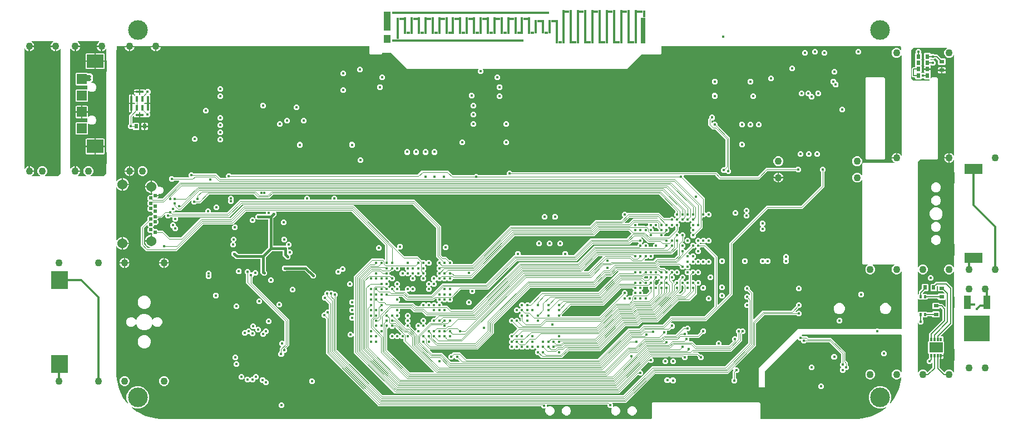
<source format=gbr>
G04 EAGLE Gerber RS-274X export*
G75*
%MOMM*%
%FSLAX34Y34*%
%LPD*%
%AMOC8*
5,1,8,0,0,1.08239X$1,22.5*%
G01*
%ADD10R,0.558800X0.762000*%
%ADD11R,0.400000X2.500000*%
%ADD12R,0.600000X0.400000*%
%ADD13R,0.700000X0.400000*%
%ADD14R,0.400000X2.100000*%
%ADD15R,0.400000X3.600000*%
%ADD16R,0.400000X5.100000*%
%ADD17R,0.900000X0.400000*%
%ADD18R,0.400000X1.100000*%
%ADD19R,0.800000X4.000000*%
%ADD20R,1.000000X3.000000*%
%ADD21R,0.400000X3.300000*%
%ADD22R,24.000000X0.400000*%
%ADD23R,20.000000X0.400000*%
%ADD24P,0.659825X8X22.500000*%
%ADD25R,1.000000X1.200000*%
%ADD26R,0.400000X0.950000*%
%ADD27R,0.350000X2.300000*%
%ADD28R,1.300000X0.350000*%
%ADD29R,2.800000X1.500000*%
%ADD30C,0.609600*%
%ADD31C,1.540000*%
%ADD32R,0.600000X0.720000*%
%ADD33R,0.350000X0.500000*%
%ADD34R,0.762000X0.558800*%
%ADD35R,0.300000X0.600000*%
%ADD36R,2.100000X1.500000*%
%ADD37R,1.500000X1.500000*%
%ADD38R,2.500000X2.000000*%
%ADD39C,1.100000*%
%ADD40R,2.500000X2.800000*%
%ADD41R,1.000000X2.000000*%
%ADD42R,4.000000X4.000000*%
%ADD43C,0.450000*%
%ADD44C,0.100000*%
%ADD45C,0.100000*%
%ADD46C,3.000000*%
%ADD47C,0.200000*%
%ADD48C,0.304800*%
%ADD49C,0.508000*%
%ADD50C,0.406400*%

G36*
X982501Y26036D02*
X982501Y26036D01*
X982501Y3000D01*
X982502Y2992D01*
X982501Y2983D01*
X982522Y2895D01*
X982540Y2805D01*
X982545Y2798D01*
X982547Y2790D01*
X982601Y2717D01*
X982653Y2641D01*
X982660Y2637D01*
X982665Y2630D01*
X982743Y2583D01*
X982820Y2534D01*
X982829Y2533D01*
X982836Y2528D01*
X983000Y2501D01*
X1130000Y2501D01*
X1130012Y2503D01*
X1130028Y2502D01*
X1137530Y2923D01*
X1137564Y2932D01*
X1137613Y2935D01*
X1152240Y6273D01*
X1152279Y6291D01*
X1152345Y6310D01*
X1165863Y12820D01*
X1165897Y12846D01*
X1165957Y12879D01*
X1173932Y19239D01*
X1173952Y19262D01*
X1173977Y19279D01*
X1174015Y19338D01*
X1174060Y19391D01*
X1174069Y19420D01*
X1174085Y19446D01*
X1174097Y19514D01*
X1174118Y19581D01*
X1174115Y19612D01*
X1174120Y19641D01*
X1174104Y19710D01*
X1174097Y19779D01*
X1174082Y19806D01*
X1174076Y19835D01*
X1174034Y19892D01*
X1174001Y19953D01*
X1173977Y19972D01*
X1173959Y19996D01*
X1173899Y20033D01*
X1173844Y20076D01*
X1173815Y20084D01*
X1173789Y20099D01*
X1173720Y20109D01*
X1173652Y20127D01*
X1173622Y20123D01*
X1173592Y20127D01*
X1173498Y20106D01*
X1173455Y20100D01*
X1173443Y20093D01*
X1173430Y20090D01*
X1168382Y17999D01*
X1161618Y17999D01*
X1155370Y20587D01*
X1150587Y25370D01*
X1147999Y31618D01*
X1147999Y38382D01*
X1150587Y44630D01*
X1155370Y49413D01*
X1161618Y52001D01*
X1168382Y52001D01*
X1174630Y49413D01*
X1179413Y44630D01*
X1182001Y38382D01*
X1182001Y31618D01*
X1179910Y26570D01*
X1179904Y26540D01*
X1179890Y26513D01*
X1179885Y26444D01*
X1179872Y26375D01*
X1179878Y26345D01*
X1179876Y26315D01*
X1179898Y26249D01*
X1179913Y26181D01*
X1179930Y26156D01*
X1179940Y26127D01*
X1179987Y26075D01*
X1180027Y26017D01*
X1180053Y26001D01*
X1180073Y25979D01*
X1180136Y25949D01*
X1180195Y25912D01*
X1180225Y25907D01*
X1180253Y25894D01*
X1180323Y25891D01*
X1180392Y25880D01*
X1180421Y25888D01*
X1180451Y25886D01*
X1180517Y25911D01*
X1180585Y25928D01*
X1180609Y25946D01*
X1180637Y25957D01*
X1180709Y26021D01*
X1180744Y26047D01*
X1180751Y26059D01*
X1180761Y26068D01*
X1187121Y34043D01*
X1187141Y34081D01*
X1187180Y34137D01*
X1193690Y47655D01*
X1193701Y47697D01*
X1193727Y47760D01*
X1197065Y62387D01*
X1197066Y62422D01*
X1197077Y62470D01*
X1197242Y65402D01*
X1197240Y65416D01*
X1197241Y65423D01*
X1197240Y65426D01*
X1197243Y65438D01*
X1197225Y65518D01*
X1197213Y65598D01*
X1197204Y65614D01*
X1197200Y65632D01*
X1197152Y65699D01*
X1197110Y65768D01*
X1197095Y65779D01*
X1197085Y65794D01*
X1197015Y65837D01*
X1196949Y65885D01*
X1196931Y65889D01*
X1196915Y65898D01*
X1196835Y65911D01*
X1196755Y65929D01*
X1196737Y65926D01*
X1196719Y65928D01*
X1196640Y65908D01*
X1196559Y65894D01*
X1196544Y65884D01*
X1196526Y65879D01*
X1196404Y65792D01*
X1196393Y65785D01*
X1196392Y65784D01*
X1196390Y65783D01*
X1194249Y63641D01*
X1191492Y62499D01*
X1188508Y62499D01*
X1185751Y63641D01*
X1183641Y65751D01*
X1182499Y68508D01*
X1182499Y71492D01*
X1183641Y74249D01*
X1185751Y76359D01*
X1188508Y77501D01*
X1191492Y77501D01*
X1194249Y76359D01*
X1196359Y74249D01*
X1196539Y73814D01*
X1196540Y73813D01*
X1196540Y73810D01*
X1196595Y73730D01*
X1196650Y73649D01*
X1196652Y73648D01*
X1196653Y73647D01*
X1196734Y73595D01*
X1196817Y73541D01*
X1196819Y73541D01*
X1196820Y73539D01*
X1196915Y73523D01*
X1197012Y73506D01*
X1197014Y73507D01*
X1197017Y73506D01*
X1197110Y73529D01*
X1197206Y73551D01*
X1197208Y73552D01*
X1197210Y73552D01*
X1197286Y73609D01*
X1197367Y73667D01*
X1197368Y73669D01*
X1197370Y73670D01*
X1197418Y73752D01*
X1197470Y73837D01*
X1197470Y73839D01*
X1197472Y73841D01*
X1197499Y74005D01*
X1197499Y91036D01*
X1197853Y91390D01*
X1197860Y91400D01*
X1197870Y91408D01*
X1197915Y91482D01*
X1197963Y91555D01*
X1197965Y91568D01*
X1197972Y91579D01*
X1197999Y91743D01*
X1197999Y108257D01*
X1197997Y108270D01*
X1197999Y108282D01*
X1197977Y108366D01*
X1197960Y108452D01*
X1197953Y108463D01*
X1197949Y108475D01*
X1197853Y108610D01*
X1197499Y108964D01*
X1197499Y130000D01*
X1197498Y130008D01*
X1197499Y130017D01*
X1197478Y130105D01*
X1197460Y130195D01*
X1197455Y130202D01*
X1197453Y130210D01*
X1197399Y130283D01*
X1197347Y130359D01*
X1197340Y130363D01*
X1197335Y130370D01*
X1197257Y130417D01*
X1197180Y130466D01*
X1197171Y130467D01*
X1197164Y130472D01*
X1197000Y130499D01*
X1046217Y130499D01*
X1046213Y130498D01*
X1046209Y130499D01*
X1046116Y130479D01*
X1046023Y130460D01*
X1046019Y130457D01*
X1046015Y130456D01*
X1045937Y130401D01*
X1045859Y130347D01*
X1045856Y130344D01*
X1045853Y130341D01*
X1045803Y130260D01*
X1045752Y130180D01*
X1045751Y130175D01*
X1045749Y130172D01*
X1045734Y130078D01*
X1045719Y129983D01*
X1045719Y129979D01*
X1045719Y129975D01*
X1045742Y129883D01*
X1045765Y129790D01*
X1045767Y129787D01*
X1045768Y129783D01*
X1045864Y129647D01*
X1047064Y128447D01*
X1047069Y128444D01*
X1047071Y128441D01*
X1047077Y128438D01*
X1047082Y128430D01*
X1047157Y128385D01*
X1047230Y128337D01*
X1047243Y128335D01*
X1047253Y128328D01*
X1047418Y128301D01*
X1053236Y128301D01*
X1055320Y126217D01*
X1055330Y126210D01*
X1055338Y126200D01*
X1055412Y126155D01*
X1055485Y126107D01*
X1055498Y126105D01*
X1055509Y126098D01*
X1055673Y126071D01*
X1090676Y126071D01*
X1112771Y103976D01*
X1112771Y91243D01*
X1112773Y91230D01*
X1112771Y91218D01*
X1112793Y91134D01*
X1112810Y91048D01*
X1112817Y91037D01*
X1112821Y91025D01*
X1112917Y90890D01*
X1116001Y87806D01*
X1116001Y84717D01*
X1116003Y84705D01*
X1116001Y84693D01*
X1116023Y84608D01*
X1116040Y84523D01*
X1116047Y84512D01*
X1116051Y84500D01*
X1116147Y84364D01*
X1117751Y82761D01*
X1117751Y79239D01*
X1115261Y76749D01*
X1112750Y76749D01*
X1112742Y76748D01*
X1112733Y76749D01*
X1112645Y76728D01*
X1112555Y76710D01*
X1112548Y76705D01*
X1112540Y76703D01*
X1112467Y76649D01*
X1112391Y76597D01*
X1112387Y76590D01*
X1112380Y76585D01*
X1112333Y76507D01*
X1112284Y76430D01*
X1112283Y76421D01*
X1112278Y76414D01*
X1112251Y76250D01*
X1112251Y75239D01*
X1109761Y72749D01*
X1106239Y72749D01*
X1103749Y75239D01*
X1103749Y78761D01*
X1105636Y80647D01*
X1105640Y80654D01*
X1105647Y80659D01*
X1105695Y80736D01*
X1105745Y80813D01*
X1105747Y80821D01*
X1105751Y80828D01*
X1105765Y80918D01*
X1105782Y81008D01*
X1105780Y81017D01*
X1105781Y81025D01*
X1105759Y81113D01*
X1105739Y81202D01*
X1105734Y81209D01*
X1105732Y81217D01*
X1105636Y81353D01*
X1103749Y83239D01*
X1103749Y86761D01*
X1105353Y88364D01*
X1105360Y88375D01*
X1105370Y88382D01*
X1105415Y88457D01*
X1105463Y88530D01*
X1105465Y88543D01*
X1105472Y88553D01*
X1105499Y88718D01*
X1105499Y100757D01*
X1105497Y100770D01*
X1105499Y100782D01*
X1105477Y100866D01*
X1105460Y100952D01*
X1105453Y100963D01*
X1105449Y100975D01*
X1105353Y101110D01*
X1087810Y118653D01*
X1087800Y118660D01*
X1087792Y118670D01*
X1087718Y118715D01*
X1087645Y118763D01*
X1087632Y118765D01*
X1087621Y118772D01*
X1087457Y118799D01*
X1052518Y118799D01*
X1052505Y118797D01*
X1052493Y118799D01*
X1052408Y118777D01*
X1052323Y118760D01*
X1052312Y118753D01*
X1052300Y118749D01*
X1052164Y118653D01*
X1050561Y117049D01*
X1047039Y117049D01*
X1044549Y119539D01*
X1044549Y121050D01*
X1044548Y121058D01*
X1044549Y121067D01*
X1044528Y121155D01*
X1044510Y121245D01*
X1044505Y121252D01*
X1044503Y121260D01*
X1044449Y121333D01*
X1044397Y121409D01*
X1044390Y121413D01*
X1044385Y121420D01*
X1044307Y121467D01*
X1044230Y121516D01*
X1044221Y121517D01*
X1044214Y121522D01*
X1044050Y121549D01*
X1041939Y121549D01*
X1039427Y124062D01*
X1039410Y124145D01*
X1039407Y124148D01*
X1039406Y124152D01*
X1039351Y124230D01*
X1039297Y124309D01*
X1039294Y124311D01*
X1039291Y124315D01*
X1039210Y124364D01*
X1039130Y124416D01*
X1039125Y124417D01*
X1039122Y124419D01*
X1039028Y124433D01*
X1038933Y124449D01*
X1038929Y124448D01*
X1038925Y124449D01*
X1038833Y124425D01*
X1038740Y124403D01*
X1038737Y124400D01*
X1038733Y124399D01*
X1038597Y124303D01*
X989647Y75353D01*
X989640Y75342D01*
X989630Y75335D01*
X989586Y75260D01*
X989537Y75187D01*
X989535Y75175D01*
X989528Y75164D01*
X989501Y75000D01*
X989501Y50499D01*
X980499Y50499D01*
X980499Y79793D01*
X1040207Y139501D01*
X1157883Y139501D01*
X1157895Y139503D01*
X1157907Y139501D01*
X1157992Y139523D01*
X1158077Y139540D01*
X1158088Y139548D01*
X1158100Y139551D01*
X1158236Y139647D01*
X1158639Y140051D01*
X1162161Y140051D01*
X1162564Y139647D01*
X1162575Y139640D01*
X1162582Y139630D01*
X1162657Y139586D01*
X1162730Y139537D01*
X1162743Y139535D01*
X1162753Y139528D01*
X1162917Y139501D01*
X1197000Y139501D01*
X1197008Y139502D01*
X1197017Y139501D01*
X1197105Y139522D01*
X1197195Y139540D01*
X1197202Y139545D01*
X1197210Y139547D01*
X1197283Y139601D01*
X1197359Y139653D01*
X1197363Y139660D01*
X1197370Y139665D01*
X1197417Y139743D01*
X1197466Y139820D01*
X1197467Y139829D01*
X1197472Y139836D01*
X1197499Y140000D01*
X1197499Y225995D01*
X1197499Y225997D01*
X1197499Y225999D01*
X1197479Y226092D01*
X1197460Y226190D01*
X1197458Y226191D01*
X1197458Y226193D01*
X1197403Y226272D01*
X1197347Y226353D01*
X1197345Y226355D01*
X1197344Y226356D01*
X1197263Y226407D01*
X1197180Y226461D01*
X1197177Y226461D01*
X1197176Y226462D01*
X1197080Y226477D01*
X1196983Y226494D01*
X1196981Y226493D01*
X1196979Y226493D01*
X1196884Y226470D01*
X1196790Y226448D01*
X1196788Y226446D01*
X1196786Y226446D01*
X1196708Y226387D01*
X1196630Y226330D01*
X1196629Y226328D01*
X1196627Y226327D01*
X1196539Y226186D01*
X1196359Y225751D01*
X1194249Y223641D01*
X1191492Y222499D01*
X1188508Y222499D01*
X1185751Y223641D01*
X1183641Y225751D01*
X1182499Y228508D01*
X1182499Y231492D01*
X1183641Y234249D01*
X1185751Y236359D01*
X1186186Y236539D01*
X1186187Y236540D01*
X1186190Y236540D01*
X1186271Y236596D01*
X1186351Y236650D01*
X1186352Y236652D01*
X1186353Y236653D01*
X1186406Y236736D01*
X1186459Y236817D01*
X1186459Y236819D01*
X1186460Y236820D01*
X1186477Y236916D01*
X1186494Y237012D01*
X1186493Y237014D01*
X1186494Y237017D01*
X1186471Y237110D01*
X1186449Y237206D01*
X1186448Y237208D01*
X1186448Y237210D01*
X1186391Y237287D01*
X1186333Y237367D01*
X1186331Y237368D01*
X1186330Y237370D01*
X1186247Y237419D01*
X1186163Y237470D01*
X1186160Y237470D01*
X1186159Y237472D01*
X1185995Y237499D01*
X1154005Y237499D01*
X1154003Y237499D01*
X1154001Y237499D01*
X1153908Y237479D01*
X1153810Y237460D01*
X1153809Y237458D01*
X1153807Y237458D01*
X1153728Y237403D01*
X1153647Y237347D01*
X1153645Y237345D01*
X1153644Y237344D01*
X1153592Y237262D01*
X1153540Y237180D01*
X1153539Y237177D01*
X1153538Y237176D01*
X1153522Y237078D01*
X1153506Y236983D01*
X1153507Y236981D01*
X1153507Y236979D01*
X1153530Y236885D01*
X1153552Y236790D01*
X1153554Y236788D01*
X1153554Y236786D01*
X1153614Y236707D01*
X1153670Y236630D01*
X1153672Y236629D01*
X1153673Y236627D01*
X1153814Y236539D01*
X1154249Y236359D01*
X1156359Y234249D01*
X1157501Y231492D01*
X1157501Y228508D01*
X1156359Y225751D01*
X1154249Y223641D01*
X1151492Y222499D01*
X1148508Y222499D01*
X1145751Y223641D01*
X1143641Y225751D01*
X1142499Y228508D01*
X1142499Y231492D01*
X1143641Y234249D01*
X1145751Y236359D01*
X1146186Y236539D01*
X1146187Y236540D01*
X1146190Y236540D01*
X1146271Y236596D01*
X1146351Y236650D01*
X1146352Y236652D01*
X1146353Y236653D01*
X1146406Y236736D01*
X1146459Y236817D01*
X1146459Y236819D01*
X1146460Y236820D01*
X1146477Y236916D01*
X1146494Y237012D01*
X1146493Y237014D01*
X1146494Y237017D01*
X1146471Y237110D01*
X1146449Y237206D01*
X1146448Y237208D01*
X1146448Y237210D01*
X1146391Y237287D01*
X1146333Y237367D01*
X1146331Y237368D01*
X1146330Y237370D01*
X1146247Y237419D01*
X1146163Y237470D01*
X1146160Y237470D01*
X1146159Y237472D01*
X1145995Y237499D01*
X1138964Y237499D01*
X1137499Y238964D01*
X1137499Y365995D01*
X1137499Y365997D01*
X1137499Y365999D01*
X1137479Y366092D01*
X1137460Y366190D01*
X1137458Y366191D01*
X1137458Y366193D01*
X1137403Y366272D01*
X1137347Y366353D01*
X1137345Y366355D01*
X1137344Y366356D01*
X1137262Y366408D01*
X1137180Y366460D01*
X1137177Y366461D01*
X1137176Y366462D01*
X1137080Y366477D01*
X1136983Y366494D01*
X1136981Y366493D01*
X1136979Y366493D01*
X1136885Y366470D01*
X1136790Y366448D01*
X1136788Y366446D01*
X1136786Y366446D01*
X1136707Y366386D01*
X1136630Y366330D01*
X1136629Y366328D01*
X1136627Y366327D01*
X1136539Y366186D01*
X1136359Y365751D01*
X1134249Y363641D01*
X1131492Y362499D01*
X1128508Y362499D01*
X1125751Y363641D01*
X1123641Y365751D01*
X1122499Y368508D01*
X1122499Y371492D01*
X1123641Y374249D01*
X1125751Y376359D01*
X1128508Y377501D01*
X1131492Y377501D01*
X1134249Y376359D01*
X1136359Y374249D01*
X1136539Y373814D01*
X1136540Y373813D01*
X1136540Y373810D01*
X1136596Y373729D01*
X1136650Y373649D01*
X1136652Y373648D01*
X1136653Y373647D01*
X1136736Y373594D01*
X1136817Y373541D01*
X1136819Y373541D01*
X1136820Y373540D01*
X1136916Y373523D01*
X1137012Y373506D01*
X1137014Y373507D01*
X1137017Y373506D01*
X1137110Y373529D01*
X1137206Y373551D01*
X1137208Y373552D01*
X1137210Y373552D01*
X1137287Y373609D01*
X1137367Y373667D01*
X1137368Y373669D01*
X1137370Y373670D01*
X1137419Y373753D01*
X1137470Y373837D01*
X1137470Y373840D01*
X1137472Y373841D01*
X1137499Y374005D01*
X1137499Y390995D01*
X1137499Y390997D01*
X1137499Y390999D01*
X1137491Y391038D01*
X1137528Y391065D01*
X1138964Y392501D01*
X1186019Y392501D01*
X1186071Y392511D01*
X1186125Y392512D01*
X1186168Y392531D01*
X1186214Y392540D01*
X1186258Y392571D01*
X1186307Y392592D01*
X1186339Y392626D01*
X1186378Y392653D01*
X1186407Y392698D01*
X1186443Y392737D01*
X1186460Y392781D01*
X1186485Y392820D01*
X1186494Y392873D01*
X1186512Y392923D01*
X1186510Y392970D01*
X1186518Y393017D01*
X1186506Y393068D01*
X1186503Y393122D01*
X1186483Y393164D01*
X1186472Y393210D01*
X1186440Y393253D01*
X1186417Y393301D01*
X1186377Y393339D01*
X1186354Y393370D01*
X1186327Y393386D01*
X1186296Y393415D01*
X1185198Y394149D01*
X1184149Y395198D01*
X1183325Y396432D01*
X1182757Y397803D01*
X1182518Y399001D01*
X1189500Y399001D01*
X1189508Y399002D01*
X1189516Y399001D01*
X1189605Y399022D01*
X1189695Y399040D01*
X1189702Y399045D01*
X1189710Y399047D01*
X1189783Y399101D01*
X1189859Y399153D01*
X1189863Y399160D01*
X1189870Y399165D01*
X1189916Y399243D01*
X1189966Y399320D01*
X1189967Y399329D01*
X1189971Y399336D01*
X1189999Y399500D01*
X1189999Y400001D01*
X1190500Y400001D01*
X1190508Y400003D01*
X1190516Y400001D01*
X1190605Y400022D01*
X1190695Y400040D01*
X1190702Y400045D01*
X1190710Y400047D01*
X1190783Y400101D01*
X1190859Y400153D01*
X1190863Y400160D01*
X1190870Y400165D01*
X1190916Y400243D01*
X1190966Y400321D01*
X1190967Y400329D01*
X1190971Y400336D01*
X1190999Y400500D01*
X1190999Y407482D01*
X1192197Y407243D01*
X1193568Y406675D01*
X1194802Y405851D01*
X1195851Y404802D01*
X1196585Y403704D01*
X1196623Y403666D01*
X1196653Y403622D01*
X1196693Y403597D01*
X1196726Y403564D01*
X1196776Y403544D01*
X1196820Y403515D01*
X1196867Y403507D01*
X1196911Y403490D01*
X1196964Y403491D01*
X1197017Y403482D01*
X1197062Y403493D01*
X1197110Y403494D01*
X1197158Y403516D01*
X1197210Y403528D01*
X1197248Y403556D01*
X1197291Y403575D01*
X1197327Y403614D01*
X1197370Y403646D01*
X1197394Y403686D01*
X1197426Y403721D01*
X1197444Y403771D01*
X1197472Y403817D01*
X1197481Y403872D01*
X1197494Y403908D01*
X1197492Y403939D01*
X1197499Y403981D01*
X1197499Y521036D01*
X1197853Y521390D01*
X1197860Y521400D01*
X1197870Y521408D01*
X1197915Y521482D01*
X1197963Y521555D01*
X1197965Y521568D01*
X1197972Y521579D01*
X1197999Y521743D01*
X1197999Y538257D01*
X1197997Y538270D01*
X1197999Y538282D01*
X1197977Y538366D01*
X1197960Y538452D01*
X1197953Y538463D01*
X1197949Y538475D01*
X1197853Y538610D01*
X1197499Y538964D01*
X1197499Y555995D01*
X1197499Y555997D01*
X1197499Y555999D01*
X1197479Y556092D01*
X1197460Y556190D01*
X1197458Y556191D01*
X1197458Y556193D01*
X1197403Y556272D01*
X1197347Y556353D01*
X1197345Y556355D01*
X1197344Y556356D01*
X1197263Y556407D01*
X1197180Y556461D01*
X1197177Y556461D01*
X1197176Y556462D01*
X1197080Y556477D01*
X1196983Y556494D01*
X1196981Y556493D01*
X1196979Y556493D01*
X1196884Y556470D01*
X1196790Y556448D01*
X1196788Y556446D01*
X1196786Y556446D01*
X1196708Y556387D01*
X1196630Y556330D01*
X1196629Y556328D01*
X1196627Y556327D01*
X1196539Y556186D01*
X1196359Y555751D01*
X1194249Y553641D01*
X1191492Y552499D01*
X1188508Y552499D01*
X1185751Y553641D01*
X1183641Y555751D01*
X1182499Y558508D01*
X1182499Y561492D01*
X1183641Y564249D01*
X1185751Y566359D01*
X1188508Y567501D01*
X1191492Y567501D01*
X1194249Y566359D01*
X1196390Y564217D01*
X1196406Y564207D01*
X1196417Y564193D01*
X1196488Y564153D01*
X1196556Y564107D01*
X1196574Y564104D01*
X1196590Y564095D01*
X1196671Y564086D01*
X1196752Y564071D01*
X1196770Y564075D01*
X1196788Y564073D01*
X1196866Y564096D01*
X1196946Y564114D01*
X1196961Y564125D01*
X1196978Y564130D01*
X1197041Y564182D01*
X1197108Y564229D01*
X1197118Y564245D01*
X1197132Y564257D01*
X1197169Y564329D01*
X1197212Y564398D01*
X1197215Y564417D01*
X1197223Y564433D01*
X1197240Y564582D01*
X1197242Y564595D01*
X1197242Y564596D01*
X1197242Y564598D01*
X1197077Y567530D01*
X1197068Y567564D01*
X1197065Y567613D01*
X1196495Y570111D01*
X1196474Y570159D01*
X1196461Y570210D01*
X1196433Y570249D01*
X1196413Y570292D01*
X1196375Y570328D01*
X1196344Y570370D01*
X1196302Y570395D01*
X1196267Y570427D01*
X1196218Y570445D01*
X1196173Y570472D01*
X1196117Y570481D01*
X1196080Y570494D01*
X1196049Y570492D01*
X1196009Y570499D01*
X833000Y570499D01*
X832992Y570498D01*
X832983Y570499D01*
X832895Y570478D01*
X832805Y570460D01*
X832798Y570455D01*
X832790Y570453D01*
X832717Y570399D01*
X832641Y570347D01*
X832637Y570340D01*
X832630Y570335D01*
X832583Y570257D01*
X832534Y570180D01*
X832533Y570171D01*
X832528Y570164D01*
X832501Y570000D01*
X832501Y558964D01*
X831036Y557499D01*
X802000Y557499D01*
X801988Y557497D01*
X801975Y557499D01*
X801891Y557477D01*
X801805Y557460D01*
X801795Y557453D01*
X801783Y557449D01*
X801647Y557353D01*
X779793Y535499D01*
X560717Y535499D01*
X560713Y535498D01*
X560709Y535499D01*
X560616Y535479D01*
X560523Y535460D01*
X560519Y535457D01*
X560515Y535456D01*
X560437Y535401D01*
X560359Y535347D01*
X560356Y535344D01*
X560353Y535341D01*
X560303Y535260D01*
X560252Y535180D01*
X560251Y535175D01*
X560249Y535172D01*
X560234Y535078D01*
X560219Y534983D01*
X560219Y534979D01*
X560219Y534975D01*
X560242Y534883D01*
X560265Y534790D01*
X560267Y534787D01*
X560268Y534783D01*
X560364Y534647D01*
X561251Y533761D01*
X561251Y530239D01*
X558761Y527749D01*
X555239Y527749D01*
X552749Y530239D01*
X552749Y533761D01*
X553636Y534647D01*
X553638Y534651D01*
X553641Y534653D01*
X553693Y534733D01*
X553745Y534813D01*
X553746Y534817D01*
X553748Y534820D01*
X553764Y534914D01*
X553782Y535008D01*
X553781Y535012D01*
X553781Y535017D01*
X553760Y535108D01*
X553739Y535202D01*
X553736Y535206D01*
X553735Y535210D01*
X553679Y535286D01*
X553624Y535365D01*
X553620Y535367D01*
X553618Y535370D01*
X553536Y535419D01*
X553454Y535469D01*
X553450Y535469D01*
X553447Y535472D01*
X553283Y535499D01*
X445207Y535499D01*
X420353Y560353D01*
X420342Y560360D01*
X420335Y560370D01*
X420260Y560415D01*
X420187Y560463D01*
X420175Y560465D01*
X420164Y560472D01*
X420000Y560499D01*
X408000Y560499D01*
X407992Y560498D01*
X407983Y560499D01*
X407895Y560478D01*
X407805Y560460D01*
X407798Y560455D01*
X407790Y560453D01*
X407717Y560399D01*
X407641Y560347D01*
X407637Y560340D01*
X407630Y560335D01*
X407583Y560257D01*
X407534Y560180D01*
X407533Y560171D01*
X407528Y560164D01*
X407501Y560000D01*
X407501Y558964D01*
X406036Y557499D01*
X388964Y557499D01*
X387499Y558964D01*
X387499Y570000D01*
X387498Y570008D01*
X387499Y570017D01*
X387478Y570105D01*
X387460Y570195D01*
X387455Y570202D01*
X387453Y570210D01*
X387399Y570283D01*
X387347Y570359D01*
X387340Y570363D01*
X387335Y570370D01*
X387257Y570417D01*
X387180Y570466D01*
X387171Y570467D01*
X387164Y570472D01*
X387000Y570499D01*
X63000Y570499D01*
X62992Y570498D01*
X62984Y570499D01*
X62895Y570478D01*
X62805Y570460D01*
X62798Y570455D01*
X62790Y570453D01*
X62717Y570399D01*
X62641Y570347D01*
X62637Y570340D01*
X62630Y570335D01*
X62584Y570257D01*
X62534Y570180D01*
X62533Y570171D01*
X62529Y570164D01*
X62501Y570000D01*
X62501Y569999D01*
X62499Y569999D01*
X62499Y570000D01*
X62497Y570008D01*
X62499Y570017D01*
X62478Y570105D01*
X62460Y570195D01*
X62455Y570202D01*
X62453Y570210D01*
X62399Y570283D01*
X62347Y570359D01*
X62340Y570363D01*
X62335Y570370D01*
X62257Y570417D01*
X62179Y570466D01*
X62171Y570467D01*
X62164Y570472D01*
X62000Y570499D01*
X23000Y570499D01*
X22992Y570498D01*
X22984Y570499D01*
X22895Y570478D01*
X22805Y570460D01*
X22798Y570455D01*
X22790Y570453D01*
X22717Y570399D01*
X22641Y570347D01*
X22637Y570340D01*
X22630Y570335D01*
X22584Y570257D01*
X22534Y570180D01*
X22533Y570171D01*
X22529Y570164D01*
X22501Y570000D01*
X22501Y569999D01*
X22499Y569999D01*
X22499Y570000D01*
X22497Y570008D01*
X22499Y570017D01*
X22478Y570105D01*
X22460Y570195D01*
X22455Y570202D01*
X22453Y570210D01*
X22399Y570283D01*
X22347Y570359D01*
X22340Y570363D01*
X22335Y570370D01*
X22257Y570417D01*
X22179Y570466D01*
X22171Y570467D01*
X22164Y570472D01*
X22000Y570499D01*
X3991Y570499D01*
X3940Y570489D01*
X3888Y570488D01*
X3844Y570469D01*
X3797Y570460D01*
X3753Y570430D01*
X3705Y570409D01*
X3672Y570374D01*
X3633Y570347D01*
X3604Y570303D01*
X3568Y570265D01*
X3547Y570212D01*
X3526Y570180D01*
X3521Y570149D01*
X3505Y570111D01*
X2935Y567613D01*
X2934Y567578D01*
X2923Y567530D01*
X2502Y560028D01*
X2503Y560015D01*
X2501Y560000D01*
X2501Y548964D01*
X2147Y548610D01*
X2140Y548600D01*
X2130Y548592D01*
X2085Y548518D01*
X2037Y548445D01*
X2035Y548432D01*
X2028Y548421D01*
X2001Y548257D01*
X2001Y531743D01*
X2003Y531730D01*
X2001Y531718D01*
X2023Y531634D01*
X2040Y531548D01*
X2047Y531537D01*
X2051Y531525D01*
X2147Y531390D01*
X2501Y531036D01*
X2501Y408964D01*
X2147Y408610D01*
X2140Y408600D01*
X2130Y408592D01*
X2085Y408518D01*
X2037Y408445D01*
X2035Y408432D01*
X2028Y408421D01*
X2001Y408257D01*
X2001Y391743D01*
X2003Y391730D01*
X2001Y391718D01*
X2023Y391634D01*
X2040Y391548D01*
X2047Y391537D01*
X2051Y391525D01*
X2147Y391390D01*
X2501Y391036D01*
X2501Y364822D01*
X2511Y364770D01*
X2512Y364717D01*
X2531Y364673D01*
X2540Y364627D01*
X2571Y364583D01*
X2592Y364534D01*
X2626Y364502D01*
X2653Y364463D01*
X2698Y364435D01*
X2737Y364398D01*
X2781Y364382D01*
X2820Y364356D01*
X2873Y364347D01*
X2923Y364329D01*
X2970Y364331D01*
X3017Y364323D01*
X3068Y364335D01*
X3122Y364338D01*
X3164Y364358D01*
X3210Y364369D01*
X3253Y364401D01*
X3301Y364424D01*
X3339Y364464D01*
X3370Y364487D01*
X3386Y364514D01*
X3415Y364545D01*
X4290Y365854D01*
X5646Y367210D01*
X7240Y368275D01*
X9011Y369009D01*
X10851Y369375D01*
X10851Y360150D01*
X10852Y360142D01*
X10851Y360134D01*
X10872Y360045D01*
X10890Y359955D01*
X10895Y359948D01*
X10897Y359940D01*
X10951Y359867D01*
X11003Y359791D01*
X11010Y359787D01*
X11015Y359780D01*
X11093Y359734D01*
X11170Y359684D01*
X11179Y359683D01*
X11186Y359679D01*
X11350Y359651D01*
X11851Y359651D01*
X11851Y359649D01*
X11350Y359649D01*
X11342Y359647D01*
X11333Y359649D01*
X11245Y359628D01*
X11155Y359610D01*
X11148Y359605D01*
X11140Y359603D01*
X11067Y359549D01*
X10991Y359497D01*
X10987Y359490D01*
X10980Y359485D01*
X10933Y359407D01*
X10884Y359329D01*
X10883Y359321D01*
X10878Y359314D01*
X10851Y359150D01*
X10851Y349925D01*
X9011Y350291D01*
X7240Y351025D01*
X5646Y352090D01*
X4290Y353446D01*
X3415Y354755D01*
X3377Y354793D01*
X3347Y354837D01*
X3339Y354842D01*
X3336Y354844D01*
X3307Y354862D01*
X3274Y354895D01*
X3224Y354915D01*
X3180Y354944D01*
X3133Y354952D01*
X3089Y354969D01*
X3036Y354968D01*
X2983Y354977D01*
X2938Y354966D01*
X2890Y354965D01*
X2842Y354943D01*
X2790Y354931D01*
X2752Y354903D01*
X2709Y354884D01*
X2673Y354845D01*
X2630Y354813D01*
X2606Y354773D01*
X2574Y354738D01*
X2556Y354688D01*
X2528Y354642D01*
X2519Y354587D01*
X2506Y354551D01*
X2508Y354520D01*
X2501Y354478D01*
X2501Y275022D01*
X2511Y274970D01*
X2512Y274917D01*
X2531Y274873D01*
X2540Y274827D01*
X2571Y274783D01*
X2592Y274734D01*
X2626Y274702D01*
X2653Y274663D01*
X2698Y274635D01*
X2737Y274598D01*
X2781Y274582D01*
X2820Y274556D01*
X2873Y274547D01*
X2923Y274529D01*
X2970Y274531D01*
X3017Y274523D01*
X3068Y274535D01*
X3122Y274538D01*
X3164Y274558D01*
X3210Y274569D01*
X3253Y274601D01*
X3301Y274624D01*
X3339Y274664D01*
X3370Y274687D01*
X3386Y274714D01*
X3415Y274745D01*
X4290Y276054D01*
X5646Y277410D01*
X7240Y278475D01*
X9011Y279209D01*
X10851Y279575D01*
X10851Y270350D01*
X10852Y270342D01*
X10851Y270334D01*
X10872Y270245D01*
X10890Y270155D01*
X10895Y270148D01*
X10897Y270140D01*
X10951Y270067D01*
X11003Y269991D01*
X11010Y269987D01*
X11015Y269980D01*
X11093Y269934D01*
X11170Y269884D01*
X11179Y269883D01*
X11186Y269879D01*
X11350Y269851D01*
X11851Y269851D01*
X11851Y269849D01*
X11350Y269849D01*
X11342Y269847D01*
X11333Y269849D01*
X11245Y269828D01*
X11155Y269810D01*
X11148Y269805D01*
X11140Y269803D01*
X11067Y269749D01*
X10991Y269697D01*
X10987Y269690D01*
X10980Y269685D01*
X10933Y269607D01*
X10884Y269529D01*
X10883Y269521D01*
X10878Y269514D01*
X10851Y269350D01*
X10851Y260125D01*
X9011Y260491D01*
X7240Y261225D01*
X5646Y262290D01*
X4290Y263646D01*
X3415Y264955D01*
X3377Y264993D01*
X3347Y265037D01*
X3307Y265062D01*
X3274Y265095D01*
X3224Y265115D01*
X3180Y265144D01*
X3133Y265152D01*
X3089Y265169D01*
X3036Y265168D01*
X2983Y265177D01*
X2938Y265166D01*
X2890Y265165D01*
X2842Y265143D01*
X2790Y265131D01*
X2752Y265103D01*
X2709Y265084D01*
X2673Y265045D01*
X2630Y265013D01*
X2606Y264973D01*
X2574Y264938D01*
X2556Y264888D01*
X2528Y264842D01*
X2519Y264787D01*
X2506Y264751D01*
X2508Y264720D01*
X2501Y264678D01*
X2501Y218964D01*
X2147Y218610D01*
X2140Y218600D01*
X2130Y218592D01*
X2085Y218518D01*
X2037Y218445D01*
X2035Y218432D01*
X2028Y218421D01*
X2001Y218257D01*
X2001Y201743D01*
X2003Y201730D01*
X2001Y201718D01*
X2023Y201634D01*
X2040Y201548D01*
X2047Y201537D01*
X2051Y201525D01*
X2147Y201390D01*
X2501Y201036D01*
X2501Y98964D01*
X2147Y98610D01*
X2140Y98600D01*
X2130Y98592D01*
X2085Y98518D01*
X2037Y98445D01*
X2035Y98432D01*
X2028Y98421D01*
X2001Y98257D01*
X2001Y81743D01*
X2003Y81730D01*
X2001Y81718D01*
X2023Y81634D01*
X2040Y81548D01*
X2047Y81537D01*
X2051Y81525D01*
X2147Y81390D01*
X2501Y81036D01*
X2501Y70000D01*
X2503Y69988D01*
X2502Y69972D01*
X2923Y62470D01*
X2932Y62436D01*
X2935Y62387D01*
X6273Y47760D01*
X6291Y47721D01*
X6310Y47655D01*
X12820Y34137D01*
X12846Y34103D01*
X12879Y34043D01*
X19239Y26068D01*
X19262Y26048D01*
X19279Y26023D01*
X19338Y25985D01*
X19391Y25940D01*
X19420Y25931D01*
X19446Y25915D01*
X19514Y25903D01*
X19581Y25882D01*
X19612Y25885D01*
X19641Y25880D01*
X19710Y25896D01*
X19779Y25903D01*
X19806Y25918D01*
X19835Y25924D01*
X19892Y25965D01*
X19953Y25999D01*
X19972Y26023D01*
X19996Y26041D01*
X20033Y26101D01*
X20076Y26156D01*
X20084Y26185D01*
X20099Y26211D01*
X20109Y26280D01*
X20127Y26348D01*
X20123Y26378D01*
X20127Y26408D01*
X20106Y26502D01*
X20100Y26545D01*
X20093Y26557D01*
X20090Y26570D01*
X17999Y31618D01*
X17999Y38382D01*
X20587Y44630D01*
X25370Y49413D01*
X31618Y52001D01*
X38382Y52001D01*
X44630Y49413D01*
X49413Y44630D01*
X52001Y38382D01*
X52001Y31618D01*
X49413Y25370D01*
X44630Y20587D01*
X38382Y17999D01*
X31618Y17999D01*
X26570Y20090D01*
X26540Y20096D01*
X26513Y20110D01*
X26444Y20115D01*
X26375Y20128D01*
X26345Y20122D01*
X26315Y20124D01*
X26249Y20102D01*
X26180Y20087D01*
X26156Y20070D01*
X26127Y20060D01*
X26075Y20013D01*
X26017Y19973D01*
X26001Y19947D01*
X25979Y19927D01*
X25949Y19864D01*
X25912Y19805D01*
X25907Y19775D01*
X25894Y19747D01*
X25891Y19677D01*
X25880Y19608D01*
X25888Y19579D01*
X25886Y19549D01*
X25911Y19483D01*
X25928Y19415D01*
X25946Y19391D01*
X25957Y19363D01*
X26021Y19291D01*
X26047Y19256D01*
X26059Y19249D01*
X26068Y19239D01*
X34043Y12879D01*
X34081Y12859D01*
X34137Y12820D01*
X47655Y6310D01*
X47697Y6299D01*
X47760Y6273D01*
X62387Y2935D01*
X62422Y2934D01*
X62470Y2923D01*
X69972Y2502D01*
X69985Y2503D01*
X70000Y2501D01*
X817000Y2501D01*
X817008Y2502D01*
X817017Y2501D01*
X817105Y2522D01*
X817195Y2540D01*
X817202Y2545D01*
X817210Y2547D01*
X817283Y2601D01*
X817359Y2653D01*
X817363Y2660D01*
X817370Y2665D01*
X817417Y2743D01*
X817466Y2820D01*
X817467Y2829D01*
X817472Y2836D01*
X817499Y3000D01*
X817499Y26036D01*
X818964Y27501D01*
X981036Y27501D01*
X982501Y26036D01*
G37*
%LPC*%
G36*
X425972Y41009D02*
X425972Y41009D01*
X364239Y102742D01*
X364239Y129023D01*
X364238Y129027D01*
X364239Y129031D01*
X364219Y129124D01*
X364200Y129217D01*
X364197Y129221D01*
X364196Y129225D01*
X364141Y129303D01*
X364087Y129381D01*
X364084Y129384D01*
X364081Y129387D01*
X364000Y129437D01*
X363920Y129488D01*
X363915Y129489D01*
X363912Y129491D01*
X363818Y129506D01*
X363723Y129522D01*
X363719Y129521D01*
X363715Y129521D01*
X363623Y129498D01*
X363530Y129475D01*
X363527Y129473D01*
X363523Y129472D01*
X363387Y129376D01*
X360761Y126749D01*
X357239Y126749D01*
X354749Y129239D01*
X354749Y132761D01*
X357239Y135251D01*
X360761Y135251D01*
X363387Y132624D01*
X363391Y132622D01*
X363393Y132619D01*
X363473Y132568D01*
X363553Y132515D01*
X363557Y132514D01*
X363560Y132512D01*
X363654Y132496D01*
X363748Y132478D01*
X363752Y132479D01*
X363757Y132478D01*
X363848Y132500D01*
X363942Y132521D01*
X363946Y132524D01*
X363950Y132525D01*
X364026Y132581D01*
X364105Y132636D01*
X364107Y132640D01*
X364110Y132642D01*
X364159Y132724D01*
X364209Y132806D01*
X364209Y132810D01*
X364212Y132813D01*
X364239Y132977D01*
X364239Y152023D01*
X364238Y152027D01*
X364239Y152031D01*
X364219Y152124D01*
X364200Y152217D01*
X364197Y152221D01*
X364196Y152225D01*
X364141Y152303D01*
X364087Y152381D01*
X364084Y152384D01*
X364081Y152387D01*
X363999Y152437D01*
X363920Y152488D01*
X363915Y152489D01*
X363912Y152491D01*
X363818Y152506D01*
X363723Y152522D01*
X363719Y152521D01*
X363715Y152521D01*
X363623Y152498D01*
X363530Y152475D01*
X363527Y152473D01*
X363523Y152472D01*
X363387Y152376D01*
X362761Y151749D01*
X359239Y151749D01*
X356749Y154239D01*
X356749Y157761D01*
X359239Y160251D01*
X362761Y160251D01*
X363387Y159624D01*
X363391Y159622D01*
X363393Y159619D01*
X363473Y159568D01*
X363553Y159515D01*
X363557Y159514D01*
X363560Y159512D01*
X363654Y159496D01*
X363748Y159478D01*
X363752Y159479D01*
X363757Y159478D01*
X363848Y159500D01*
X363942Y159521D01*
X363946Y159524D01*
X363950Y159525D01*
X364026Y159581D01*
X364105Y159636D01*
X364107Y159640D01*
X364110Y159642D01*
X364159Y159724D01*
X364209Y159806D01*
X364209Y159810D01*
X364212Y159813D01*
X364239Y159977D01*
X364239Y163999D01*
X364238Y164003D01*
X364239Y164007D01*
X364219Y164100D01*
X364200Y164193D01*
X364197Y164197D01*
X364196Y164201D01*
X364141Y164279D01*
X364087Y164357D01*
X364084Y164360D01*
X364081Y164363D01*
X363999Y164413D01*
X363920Y164464D01*
X363915Y164465D01*
X363912Y164467D01*
X363818Y164482D01*
X363723Y164498D01*
X363719Y164497D01*
X363715Y164497D01*
X363623Y164474D01*
X363530Y164451D01*
X363527Y164449D01*
X363523Y164448D01*
X363387Y164352D01*
X362761Y163725D01*
X359239Y163725D01*
X356749Y166215D01*
X356749Y169737D01*
X359239Y172227D01*
X362761Y172227D01*
X363387Y171600D01*
X363391Y171598D01*
X363393Y171595D01*
X363473Y171544D01*
X363553Y171491D01*
X363557Y171490D01*
X363560Y171488D01*
X363654Y171472D01*
X363748Y171454D01*
X363752Y171455D01*
X363757Y171454D01*
X363848Y171476D01*
X363942Y171497D01*
X363946Y171500D01*
X363950Y171501D01*
X364026Y171557D01*
X364105Y171612D01*
X364107Y171616D01*
X364110Y171618D01*
X364159Y171700D01*
X364209Y171782D01*
X364209Y171786D01*
X364212Y171789D01*
X364239Y171953D01*
X364239Y176023D01*
X364238Y176027D01*
X364239Y176031D01*
X364219Y176124D01*
X364200Y176217D01*
X364197Y176221D01*
X364196Y176225D01*
X364141Y176303D01*
X364087Y176381D01*
X364084Y176384D01*
X364081Y176387D01*
X363999Y176437D01*
X363920Y176488D01*
X363915Y176489D01*
X363912Y176491D01*
X363818Y176506D01*
X363723Y176522D01*
X363719Y176521D01*
X363715Y176521D01*
X363623Y176498D01*
X363530Y176475D01*
X363527Y176473D01*
X363523Y176472D01*
X363387Y176376D01*
X362761Y175749D01*
X359239Y175749D01*
X356749Y178239D01*
X356749Y181761D01*
X359239Y184251D01*
X362761Y184251D01*
X363387Y183624D01*
X363391Y183622D01*
X363393Y183619D01*
X363473Y183568D01*
X363553Y183515D01*
X363557Y183514D01*
X363560Y183512D01*
X363654Y183496D01*
X363748Y183478D01*
X363752Y183479D01*
X363757Y183478D01*
X363848Y183500D01*
X363942Y183521D01*
X363946Y183524D01*
X363950Y183525D01*
X364026Y183581D01*
X364105Y183636D01*
X364107Y183640D01*
X364110Y183642D01*
X364159Y183724D01*
X364209Y183806D01*
X364209Y183810D01*
X364212Y183813D01*
X364239Y183977D01*
X364239Y220127D01*
X390613Y246501D01*
X409036Y246501D01*
X410647Y244890D01*
X410650Y244887D01*
X410653Y244884D01*
X410666Y244875D01*
X410676Y244863D01*
X410746Y244824D01*
X410813Y244780D01*
X410817Y244779D01*
X410820Y244777D01*
X410836Y244774D01*
X410850Y244766D01*
X410930Y244758D01*
X411008Y244743D01*
X411012Y244744D01*
X411017Y244744D01*
X411032Y244747D01*
X411048Y244746D01*
X411125Y244769D01*
X411202Y244786D01*
X411206Y244789D01*
X411210Y244790D01*
X411223Y244799D01*
X411238Y244804D01*
X411300Y244856D01*
X411364Y244901D01*
X411367Y244905D01*
X411370Y244908D01*
X411378Y244921D01*
X411390Y244931D01*
X411427Y245003D01*
X411469Y245071D01*
X411469Y245075D01*
X411472Y245079D01*
X411474Y245096D01*
X411481Y245108D01*
X411484Y245153D01*
X411499Y245243D01*
X411499Y266547D01*
X411497Y266559D01*
X411499Y266572D01*
X411477Y266656D01*
X411460Y266742D01*
X411453Y266752D01*
X411449Y266764D01*
X411353Y266900D01*
X360170Y318083D01*
X360160Y318090D01*
X360152Y318100D01*
X360077Y318145D01*
X360004Y318193D01*
X359992Y318195D01*
X359981Y318202D01*
X359817Y318229D01*
X245987Y318229D01*
X245983Y318228D01*
X245979Y318229D01*
X245886Y318209D01*
X245793Y318190D01*
X245789Y318187D01*
X245785Y318186D01*
X245707Y318131D01*
X245629Y318077D01*
X245626Y318074D01*
X245623Y318071D01*
X245573Y317989D01*
X245522Y317910D01*
X245521Y317905D01*
X245519Y317902D01*
X245504Y317808D01*
X245488Y317713D01*
X245489Y317709D01*
X245489Y317705D01*
X245512Y317613D01*
X245535Y317520D01*
X245537Y317517D01*
X245538Y317513D01*
X245634Y317377D01*
X246251Y316761D01*
X246251Y313239D01*
X243761Y310749D01*
X243659Y310749D01*
X243647Y310747D01*
X243634Y310749D01*
X243550Y310727D01*
X243464Y310710D01*
X243454Y310703D01*
X243442Y310699D01*
X243306Y310603D01*
X241679Y308976D01*
X241672Y308965D01*
X241662Y308958D01*
X241617Y308883D01*
X241569Y308810D01*
X241567Y308798D01*
X241560Y308787D01*
X241533Y308623D01*
X241533Y266532D01*
X241534Y266524D01*
X241533Y266515D01*
X241554Y266427D01*
X241572Y266337D01*
X241577Y266330D01*
X241579Y266322D01*
X241633Y266249D01*
X241685Y266173D01*
X241692Y266169D01*
X241697Y266162D01*
X241775Y266115D01*
X241852Y266066D01*
X241861Y266065D01*
X241868Y266060D01*
X242032Y266033D01*
X257314Y266033D01*
X257327Y266035D01*
X257339Y266033D01*
X257424Y266055D01*
X257509Y266072D01*
X257520Y266079D01*
X257532Y266083D01*
X257668Y266179D01*
X257739Y266251D01*
X260150Y266251D01*
X260158Y266252D01*
X260167Y266251D01*
X260255Y266272D01*
X260345Y266290D01*
X260352Y266295D01*
X260360Y266297D01*
X260433Y266351D01*
X260509Y266403D01*
X260513Y266410D01*
X260520Y266415D01*
X260567Y266493D01*
X260616Y266570D01*
X260617Y266579D01*
X260622Y266586D01*
X260649Y266750D01*
X260649Y269761D01*
X263139Y272251D01*
X266661Y272251D01*
X269151Y269761D01*
X269151Y266239D01*
X266661Y263749D01*
X264250Y263749D01*
X264242Y263748D01*
X264233Y263749D01*
X264145Y263728D01*
X264055Y263710D01*
X264048Y263705D01*
X264040Y263703D01*
X263967Y263649D01*
X263891Y263597D01*
X263887Y263590D01*
X263880Y263585D01*
X263833Y263507D01*
X263784Y263430D01*
X263783Y263421D01*
X263778Y263414D01*
X263751Y263250D01*
X263751Y260367D01*
X263752Y260363D01*
X263751Y260359D01*
X263771Y260266D01*
X263790Y260173D01*
X263793Y260169D01*
X263794Y260165D01*
X263849Y260088D01*
X263903Y260009D01*
X263906Y260006D01*
X263909Y260003D01*
X263990Y259953D01*
X264070Y259902D01*
X264075Y259901D01*
X264078Y259899D01*
X264172Y259884D01*
X264267Y259868D01*
X264271Y259869D01*
X264275Y259869D01*
X264367Y259892D01*
X264460Y259915D01*
X264463Y259917D01*
X264467Y259918D01*
X264603Y260014D01*
X264839Y260251D01*
X268361Y260251D01*
X270851Y257761D01*
X270851Y254239D01*
X268361Y251749D01*
X267467Y251749D01*
X267463Y251748D01*
X267459Y251749D01*
X267366Y251729D01*
X267273Y251710D01*
X267269Y251707D01*
X267265Y251706D01*
X267188Y251651D01*
X267109Y251597D01*
X267106Y251594D01*
X267103Y251591D01*
X267053Y251510D01*
X267002Y251430D01*
X267001Y251425D01*
X266999Y251422D01*
X266984Y251328D01*
X266968Y251233D01*
X266969Y251229D01*
X266969Y251225D01*
X266993Y251132D01*
X267015Y251040D01*
X267017Y251037D01*
X267018Y251033D01*
X267114Y250897D01*
X267251Y250761D01*
X267251Y247239D01*
X264761Y244749D01*
X261239Y244749D01*
X258749Y247239D01*
X258749Y247341D01*
X258747Y247353D01*
X258749Y247366D01*
X258727Y247450D01*
X258710Y247536D01*
X258703Y247546D01*
X258699Y247558D01*
X258603Y247694D01*
X257976Y248321D01*
X255467Y250830D01*
X255467Y257468D01*
X255466Y257476D01*
X255467Y257485D01*
X255446Y257573D01*
X255428Y257663D01*
X255423Y257670D01*
X255421Y257678D01*
X255367Y257751D01*
X255315Y257827D01*
X255308Y257831D01*
X255303Y257838D01*
X255225Y257885D01*
X255148Y257934D01*
X255139Y257935D01*
X255132Y257940D01*
X254968Y257967D01*
X239877Y257967D01*
X239865Y257965D01*
X239852Y257967D01*
X239768Y257945D01*
X239682Y257928D01*
X239672Y257921D01*
X239660Y257917D01*
X239524Y257821D01*
X230179Y248476D01*
X230172Y248465D01*
X230162Y248458D01*
X230117Y248383D01*
X230069Y248310D01*
X230067Y248298D01*
X230060Y248287D01*
X230033Y248123D01*
X230033Y228186D01*
X230035Y228173D01*
X230033Y228161D01*
X230055Y228076D01*
X230072Y227991D01*
X230079Y227980D01*
X230083Y227968D01*
X230179Y227832D01*
X231751Y226261D01*
X231751Y222739D01*
X229261Y220249D01*
X225739Y220249D01*
X223249Y222739D01*
X223249Y222841D01*
X223247Y222853D01*
X223249Y222866D01*
X223227Y222950D01*
X223210Y223036D01*
X223203Y223046D01*
X223199Y223058D01*
X223103Y223194D01*
X221967Y224330D01*
X221967Y245468D01*
X221966Y245476D01*
X221967Y245485D01*
X221946Y245573D01*
X221928Y245663D01*
X221923Y245670D01*
X221921Y245678D01*
X221867Y245751D01*
X221815Y245827D01*
X221808Y245831D01*
X221803Y245838D01*
X221725Y245885D01*
X221648Y245934D01*
X221639Y245935D01*
X221632Y245940D01*
X221468Y245967D01*
X184330Y245967D01*
X180694Y249603D01*
X180683Y249610D01*
X180676Y249620D01*
X180601Y249664D01*
X180528Y249713D01*
X180516Y249715D01*
X180505Y249722D01*
X180341Y249749D01*
X180239Y249749D01*
X177749Y252239D01*
X177749Y255761D01*
X180239Y258251D01*
X183761Y258251D01*
X186251Y255761D01*
X186251Y255659D01*
X186253Y255647D01*
X186251Y255634D01*
X186273Y255550D01*
X186290Y255464D01*
X186297Y255454D01*
X186301Y255442D01*
X186397Y255306D01*
X187524Y254179D01*
X187535Y254172D01*
X187542Y254162D01*
X187617Y254117D01*
X187690Y254069D01*
X187702Y254067D01*
X187713Y254060D01*
X187877Y254033D01*
X224123Y254033D01*
X224135Y254035D01*
X224148Y254033D01*
X224232Y254055D01*
X224318Y254072D01*
X224328Y254079D01*
X224340Y254083D01*
X224476Y254179D01*
X233321Y263024D01*
X233328Y263035D01*
X233338Y263042D01*
X233383Y263117D01*
X233431Y263190D01*
X233433Y263202D01*
X233440Y263213D01*
X233467Y263377D01*
X233467Y305968D01*
X233466Y305976D01*
X233467Y305985D01*
X233446Y306073D01*
X233428Y306163D01*
X233423Y306170D01*
X233421Y306178D01*
X233367Y306251D01*
X233315Y306327D01*
X233308Y306331D01*
X233303Y306338D01*
X233225Y306385D01*
X233148Y306434D01*
X233139Y306435D01*
X233132Y306440D01*
X232968Y306467D01*
X220186Y306467D01*
X220173Y306465D01*
X220161Y306467D01*
X220076Y306445D01*
X219991Y306428D01*
X219980Y306421D01*
X219968Y306417D01*
X219832Y306321D01*
X219761Y306249D01*
X216239Y306249D01*
X215103Y307386D01*
X215099Y307388D01*
X215097Y307391D01*
X215017Y307442D01*
X214937Y307495D01*
X214933Y307496D01*
X214930Y307498D01*
X214836Y307514D01*
X214742Y307532D01*
X214738Y307531D01*
X214733Y307532D01*
X214642Y307510D01*
X214548Y307489D01*
X214544Y307486D01*
X214540Y307485D01*
X214464Y307429D01*
X214385Y307374D01*
X214383Y307370D01*
X214380Y307368D01*
X214331Y307286D01*
X214281Y307204D01*
X214281Y307200D01*
X214278Y307197D01*
X214251Y307033D01*
X214251Y303339D01*
X211761Y300849D01*
X208239Y300849D01*
X205749Y303339D01*
X205749Y306861D01*
X208239Y309351D01*
X211761Y309351D01*
X212897Y308214D01*
X212901Y308212D01*
X212903Y308209D01*
X212983Y308158D01*
X213063Y308105D01*
X213067Y308104D01*
X213070Y308102D01*
X213164Y308086D01*
X213258Y308068D01*
X213262Y308069D01*
X213267Y308068D01*
X213358Y308090D01*
X213452Y308111D01*
X213456Y308114D01*
X213460Y308115D01*
X213536Y308171D01*
X213615Y308226D01*
X213617Y308230D01*
X213620Y308232D01*
X213669Y308314D01*
X213719Y308396D01*
X213719Y308400D01*
X213722Y308403D01*
X213749Y308567D01*
X213749Y312261D01*
X216239Y314751D01*
X219761Y314751D01*
X219832Y314679D01*
X219843Y314672D01*
X219850Y314662D01*
X219925Y314617D01*
X219998Y314569D01*
X220011Y314567D01*
X220021Y314560D01*
X220186Y314533D01*
X229250Y314533D01*
X229258Y314534D01*
X229267Y314533D01*
X229355Y314554D01*
X229445Y314572D01*
X229452Y314577D01*
X229460Y314579D01*
X229533Y314633D01*
X229609Y314685D01*
X229613Y314692D01*
X229620Y314697D01*
X229667Y314775D01*
X229716Y314852D01*
X229717Y314861D01*
X229722Y314868D01*
X229749Y315032D01*
X229749Y317730D01*
X229748Y317738D01*
X229749Y317747D01*
X229728Y317835D01*
X229710Y317925D01*
X229705Y317932D01*
X229703Y317940D01*
X229649Y318013D01*
X229597Y318089D01*
X229590Y318093D01*
X229585Y318100D01*
X229507Y318147D01*
X229430Y318196D01*
X229421Y318197D01*
X229414Y318202D01*
X229250Y318229D01*
X199683Y318229D01*
X199671Y318227D01*
X199658Y318229D01*
X199574Y318207D01*
X199488Y318190D01*
X199478Y318183D01*
X199466Y318179D01*
X199330Y318083D01*
X179976Y298729D01*
X134683Y298729D01*
X134671Y298727D01*
X134658Y298729D01*
X134574Y298707D01*
X134488Y298690D01*
X134478Y298683D01*
X134466Y298679D01*
X134330Y298583D01*
X93746Y257999D01*
X48264Y257999D01*
X39599Y266664D01*
X39599Y295136D01*
X49555Y305092D01*
X49562Y305102D01*
X49572Y305110D01*
X49617Y305184D01*
X49665Y305257D01*
X49667Y305270D01*
X49674Y305281D01*
X49701Y305445D01*
X49701Y308841D01*
X52659Y311799D01*
X56202Y311799D01*
X56210Y311800D01*
X56219Y311799D01*
X56307Y311820D01*
X56397Y311838D01*
X56404Y311843D01*
X56412Y311845D01*
X56485Y311899D01*
X56561Y311951D01*
X56565Y311958D01*
X56572Y311963D01*
X56619Y312041D01*
X56668Y312118D01*
X56669Y312127D01*
X56674Y312134D01*
X56701Y312298D01*
X56701Y312841D01*
X58257Y314397D01*
X58262Y314404D01*
X58268Y314409D01*
X58316Y314486D01*
X58367Y314563D01*
X58368Y314571D01*
X58373Y314578D01*
X58386Y314668D01*
X58403Y314758D01*
X58401Y314767D01*
X58403Y314775D01*
X58380Y314863D01*
X58360Y314952D01*
X58355Y314959D01*
X58353Y314967D01*
X58257Y315103D01*
X56701Y316659D01*
X56701Y317202D01*
X56700Y317210D01*
X56701Y317219D01*
X56680Y317307D01*
X56662Y317397D01*
X56657Y317404D01*
X56655Y317412D01*
X56601Y317485D01*
X56549Y317561D01*
X56542Y317565D01*
X56537Y317572D01*
X56459Y317619D01*
X56382Y317668D01*
X56373Y317669D01*
X56366Y317674D01*
X56202Y317701D01*
X52659Y317701D01*
X49701Y320659D01*
X49701Y324841D01*
X51257Y326397D01*
X51262Y326404D01*
X51268Y326409D01*
X51316Y326486D01*
X51367Y326563D01*
X51368Y326571D01*
X51373Y326578D01*
X51386Y326668D01*
X51403Y326758D01*
X51401Y326767D01*
X51403Y326775D01*
X51380Y326863D01*
X51360Y326952D01*
X51355Y326959D01*
X51353Y326967D01*
X51257Y327103D01*
X49701Y328659D01*
X49701Y332841D01*
X51257Y334397D01*
X51262Y334404D01*
X51268Y334409D01*
X51316Y334486D01*
X51367Y334563D01*
X51368Y334571D01*
X51373Y334578D01*
X51386Y334668D01*
X51403Y334758D01*
X51401Y334767D01*
X51403Y334775D01*
X51380Y334863D01*
X51360Y334952D01*
X51355Y334959D01*
X51353Y334967D01*
X51257Y335103D01*
X49701Y336659D01*
X49701Y340841D01*
X52659Y343799D01*
X56388Y343799D01*
X56430Y343807D01*
X56474Y343806D01*
X56527Y343827D01*
X56583Y343838D01*
X56619Y343863D01*
X56659Y343879D01*
X56700Y343918D01*
X56747Y343951D01*
X56770Y343987D01*
X56801Y344018D01*
X56830Y344082D01*
X56854Y344118D01*
X56858Y344141D01*
X56870Y344169D01*
X57016Y344711D01*
X57552Y345640D01*
X57580Y345723D01*
X57612Y345805D01*
X57611Y345817D01*
X57615Y345829D01*
X57608Y345916D01*
X57606Y346004D01*
X57601Y346015D01*
X57600Y346027D01*
X57560Y346105D01*
X57523Y346184D01*
X57514Y346193D01*
X57508Y346204D01*
X57441Y346259D01*
X57376Y346318D01*
X57364Y346323D01*
X57355Y346330D01*
X57271Y346355D01*
X57189Y346384D01*
X57175Y346384D01*
X57164Y346387D01*
X57122Y346383D01*
X57022Y346380D01*
X56749Y346325D01*
X56749Y355550D01*
X56748Y355558D01*
X56749Y355566D01*
X56728Y355655D01*
X56710Y355745D01*
X56705Y355752D01*
X56703Y355760D01*
X56649Y355833D01*
X56597Y355909D01*
X56590Y355913D01*
X56585Y355920D01*
X56507Y355966D01*
X56430Y356016D01*
X56421Y356017D01*
X56414Y356021D01*
X56250Y356049D01*
X55749Y356049D01*
X55749Y356051D01*
X56250Y356051D01*
X56258Y356053D01*
X56266Y356051D01*
X56355Y356072D01*
X56445Y356090D01*
X56452Y356095D01*
X56460Y356097D01*
X56533Y356151D01*
X56609Y356203D01*
X56613Y356210D01*
X56620Y356215D01*
X56666Y356293D01*
X56716Y356371D01*
X56717Y356379D01*
X56721Y356386D01*
X56749Y356550D01*
X56749Y365775D01*
X58589Y365409D01*
X60360Y364675D01*
X61954Y363610D01*
X63310Y362254D01*
X64375Y360660D01*
X65109Y358889D01*
X65483Y357009D01*
X65483Y356575D01*
X65484Y356569D01*
X65483Y356563D01*
X65504Y356472D01*
X65522Y356381D01*
X65526Y356375D01*
X65527Y356369D01*
X65582Y356293D01*
X65635Y356217D01*
X65640Y356213D01*
X65644Y356208D01*
X65724Y356160D01*
X65802Y356110D01*
X65809Y356109D01*
X65814Y356105D01*
X65906Y356092D01*
X65999Y356077D01*
X66005Y356078D01*
X66011Y356077D01*
X66173Y356114D01*
X67106Y356501D01*
X69394Y356501D01*
X71508Y355625D01*
X73125Y354008D01*
X74001Y351894D01*
X74001Y349606D01*
X73125Y347492D01*
X71508Y345875D01*
X69394Y344999D01*
X67058Y344999D01*
X66986Y344985D01*
X66913Y344978D01*
X66889Y344965D01*
X66863Y344960D01*
X66802Y344918D01*
X66738Y344883D01*
X66721Y344862D01*
X66699Y344847D01*
X66660Y344785D01*
X66614Y344728D01*
X66606Y344702D01*
X66592Y344680D01*
X66580Y344607D01*
X66560Y344536D01*
X66563Y344507D01*
X66559Y344483D01*
X66569Y344441D01*
X66576Y344371D01*
X66806Y343511D01*
X62012Y343511D01*
X62004Y343510D01*
X61996Y343511D01*
X61907Y343490D01*
X61817Y343472D01*
X61810Y343467D01*
X61802Y343465D01*
X61729Y343411D01*
X61653Y343359D01*
X61649Y343352D01*
X61642Y343347D01*
X61596Y343269D01*
X61546Y343192D01*
X61545Y343183D01*
X61541Y343176D01*
X61513Y343012D01*
X61513Y342488D01*
X61514Y342481D01*
X61513Y342473D01*
X61513Y342471D01*
X61534Y342383D01*
X61553Y342293D01*
X61557Y342286D01*
X61559Y342278D01*
X61613Y342205D01*
X61665Y342129D01*
X61672Y342125D01*
X61677Y342118D01*
X61755Y342071D01*
X61833Y342022D01*
X61841Y342021D01*
X61848Y342016D01*
X62012Y341989D01*
X66806Y341989D01*
X66484Y340789D01*
X65816Y339630D01*
X65308Y339123D01*
X65306Y339120D01*
X65302Y339117D01*
X65251Y339037D01*
X65198Y338957D01*
X65198Y338953D01*
X65195Y338950D01*
X65180Y338856D01*
X65162Y338762D01*
X65163Y338758D01*
X65162Y338753D01*
X65184Y338662D01*
X65205Y338568D01*
X65207Y338564D01*
X65208Y338560D01*
X65264Y338484D01*
X65320Y338405D01*
X65324Y338403D01*
X65326Y338400D01*
X65408Y338352D01*
X65489Y338301D01*
X65494Y338301D01*
X65497Y338298D01*
X65661Y338271D01*
X72117Y338271D01*
X72129Y338273D01*
X72142Y338271D01*
X72226Y338293D01*
X72312Y338310D01*
X72322Y338317D01*
X72334Y338321D01*
X72470Y338417D01*
X97323Y363270D01*
X98350Y364297D01*
X98352Y364301D01*
X98356Y364303D01*
X98407Y364383D01*
X98460Y364463D01*
X98461Y364467D01*
X98463Y364470D01*
X98479Y364564D01*
X98496Y364658D01*
X98495Y364662D01*
X98496Y364667D01*
X98474Y364758D01*
X98453Y364852D01*
X98451Y364856D01*
X98450Y364860D01*
X98394Y364936D01*
X98338Y365015D01*
X98335Y365017D01*
X98332Y365020D01*
X98250Y365069D01*
X98169Y365119D01*
X98165Y365119D01*
X98161Y365122D01*
X97997Y365149D01*
X90368Y365149D01*
X90355Y365147D01*
X90343Y365149D01*
X90258Y365127D01*
X90173Y365110D01*
X90162Y365103D01*
X90150Y365099D01*
X90014Y365003D01*
X88411Y363399D01*
X84889Y363399D01*
X82399Y365889D01*
X82399Y369411D01*
X84889Y371901D01*
X88411Y371901D01*
X90014Y370297D01*
X90025Y370290D01*
X90032Y370280D01*
X90107Y370235D01*
X90180Y370187D01*
X90193Y370185D01*
X90203Y370178D01*
X90368Y370151D01*
X112733Y370151D01*
X112737Y370152D01*
X112741Y370151D01*
X112834Y370171D01*
X112927Y370190D01*
X112931Y370193D01*
X112935Y370194D01*
X113013Y370249D01*
X113091Y370303D01*
X113094Y370306D01*
X113097Y370309D01*
X113147Y370390D01*
X113198Y370470D01*
X113199Y370475D01*
X113201Y370478D01*
X113216Y370572D01*
X113232Y370667D01*
X113231Y370671D01*
X113231Y370675D01*
X113208Y370767D01*
X113185Y370860D01*
X113183Y370863D01*
X113182Y370867D01*
X113086Y371003D01*
X112154Y371935D01*
X112154Y375456D01*
X114644Y377946D01*
X118165Y377946D01*
X119769Y376343D01*
X119779Y376336D01*
X119787Y376325D01*
X119862Y376281D01*
X119935Y376233D01*
X119947Y376230D01*
X119958Y376224D01*
X120122Y376196D01*
X154440Y376196D01*
X161070Y369567D01*
X161080Y369560D01*
X161088Y369550D01*
X161162Y369505D01*
X161235Y369457D01*
X161248Y369455D01*
X161259Y369448D01*
X161423Y369421D01*
X169363Y369421D01*
X169367Y369422D01*
X169371Y369421D01*
X169464Y369441D01*
X169557Y369460D01*
X169561Y369463D01*
X169565Y369464D01*
X169643Y369519D01*
X169721Y369573D01*
X169724Y369576D01*
X169727Y369579D01*
X169777Y369661D01*
X169828Y369740D01*
X169829Y369745D01*
X169831Y369748D01*
X169846Y369842D01*
X169862Y369937D01*
X169861Y369941D01*
X169861Y369945D01*
X169838Y370037D01*
X169815Y370130D01*
X169813Y370133D01*
X169812Y370137D01*
X169716Y370273D01*
X169249Y370739D01*
X169249Y374261D01*
X171739Y376751D01*
X175261Y376751D01*
X176864Y375147D01*
X176875Y375140D01*
X176882Y375130D01*
X176957Y375085D01*
X177030Y375037D01*
X177043Y375035D01*
X177053Y375028D01*
X177218Y375001D01*
X461257Y375001D01*
X461270Y375003D01*
X461282Y375001D01*
X461366Y375023D01*
X461452Y375040D01*
X461463Y375047D01*
X461475Y375051D01*
X461610Y375147D01*
X467464Y381001D01*
X507536Y381001D01*
X514390Y374147D01*
X514400Y374140D01*
X514408Y374130D01*
X514482Y374085D01*
X514555Y374037D01*
X514568Y374035D01*
X514579Y374028D01*
X514743Y374001D01*
X546282Y374001D01*
X546295Y374003D01*
X546307Y374001D01*
X546392Y374023D01*
X546477Y374040D01*
X546488Y374047D01*
X546500Y374051D01*
X546636Y374147D01*
X548239Y375751D01*
X551761Y375751D01*
X553364Y374147D01*
X553375Y374140D01*
X553382Y374130D01*
X553457Y374085D01*
X553530Y374037D01*
X553543Y374035D01*
X553553Y374028D01*
X553718Y374001D01*
X596250Y374001D01*
X596258Y374002D01*
X596267Y374001D01*
X596355Y374022D01*
X596445Y374040D01*
X596452Y374045D01*
X596460Y374047D01*
X596533Y374101D01*
X596609Y374153D01*
X596613Y374160D01*
X596620Y374165D01*
X596667Y374243D01*
X596716Y374320D01*
X596717Y374329D01*
X596722Y374336D01*
X596749Y374500D01*
X596749Y377761D01*
X599239Y380251D01*
X602761Y380251D01*
X604364Y378647D01*
X604375Y378640D01*
X604382Y378630D01*
X604457Y378585D01*
X604530Y378537D01*
X604543Y378535D01*
X604553Y378528D01*
X604718Y378501D01*
X916036Y378501D01*
X921890Y372647D01*
X921900Y372640D01*
X921908Y372630D01*
X921982Y372585D01*
X922055Y372537D01*
X922068Y372535D01*
X922079Y372528D01*
X922243Y372501D01*
X978757Y372501D01*
X978770Y372503D01*
X978782Y372501D01*
X978866Y372523D01*
X978952Y372540D01*
X978963Y372547D01*
X978975Y372551D01*
X979110Y372647D01*
X991464Y385001D01*
X1036283Y385001D01*
X1036295Y385003D01*
X1036307Y385001D01*
X1036392Y385023D01*
X1036477Y385040D01*
X1036488Y385047D01*
X1036500Y385051D01*
X1036636Y385147D01*
X1038239Y386751D01*
X1041761Y386751D01*
X1044251Y384261D01*
X1044251Y380739D01*
X1041761Y378249D01*
X1038239Y378249D01*
X1036636Y379853D01*
X1036625Y379860D01*
X1036618Y379870D01*
X1036543Y379914D01*
X1036470Y379963D01*
X1036457Y379965D01*
X1036447Y379972D01*
X1036283Y379999D01*
X993743Y379999D01*
X993730Y379997D01*
X993718Y379999D01*
X993634Y379977D01*
X993548Y379960D01*
X993537Y379953D01*
X993525Y379949D01*
X993390Y379853D01*
X981036Y367499D01*
X919964Y367499D01*
X914110Y373353D01*
X914100Y373360D01*
X914092Y373370D01*
X914018Y373415D01*
X913945Y373463D01*
X913932Y373465D01*
X913921Y373472D01*
X913757Y373499D01*
X866750Y373499D01*
X866742Y373498D01*
X866733Y373499D01*
X866645Y373478D01*
X866555Y373460D01*
X866548Y373455D01*
X866540Y373453D01*
X866467Y373399D01*
X866391Y373347D01*
X866387Y373340D01*
X866380Y373335D01*
X866333Y373257D01*
X866284Y373180D01*
X866283Y373171D01*
X866278Y373164D01*
X866251Y373000D01*
X866251Y370993D01*
X866253Y370980D01*
X866251Y370968D01*
X866273Y370884D01*
X866290Y370798D01*
X866297Y370787D01*
X866301Y370775D01*
X866397Y370640D01*
X898501Y338536D01*
X898501Y317718D01*
X898503Y317705D01*
X898501Y317693D01*
X898523Y317608D01*
X898540Y317523D01*
X898547Y317512D01*
X898551Y317500D01*
X898647Y317364D01*
X899647Y316364D01*
X899654Y316360D01*
X899659Y316353D01*
X899736Y316305D01*
X899813Y316255D01*
X899821Y316253D01*
X899828Y316249D01*
X899918Y316235D01*
X900008Y316218D01*
X900016Y316220D01*
X900025Y316219D01*
X900113Y316241D01*
X900202Y316261D01*
X900209Y316266D01*
X900217Y316268D01*
X900353Y316364D01*
X902239Y318251D01*
X905761Y318251D01*
X908251Y315761D01*
X908251Y312239D01*
X905761Y309749D01*
X902239Y309749D01*
X900353Y311636D01*
X900346Y311640D01*
X900341Y311647D01*
X900264Y311695D01*
X900187Y311745D01*
X900179Y311747D01*
X900172Y311751D01*
X900082Y311765D01*
X899992Y311782D01*
X899983Y311780D01*
X899975Y311781D01*
X899887Y311759D01*
X899798Y311739D01*
X899791Y311734D01*
X899783Y311732D01*
X899647Y311636D01*
X897761Y309749D01*
X895000Y309749D01*
X894992Y309748D01*
X894983Y309749D01*
X894895Y309728D01*
X894805Y309710D01*
X894798Y309705D01*
X894790Y309703D01*
X894717Y309649D01*
X894641Y309597D01*
X894637Y309590D01*
X894630Y309585D01*
X894583Y309507D01*
X894534Y309430D01*
X894533Y309421D01*
X894528Y309414D01*
X894501Y309250D01*
X894501Y292964D01*
X884397Y282860D01*
X884390Y282850D01*
X884380Y282842D01*
X884335Y282768D01*
X884287Y282695D01*
X884285Y282682D01*
X884278Y282671D01*
X884251Y282507D01*
X884251Y280239D01*
X881761Y277749D01*
X878239Y277749D01*
X875749Y280239D01*
X875749Y283761D01*
X877636Y285647D01*
X877640Y285654D01*
X877647Y285659D01*
X877695Y285736D01*
X877745Y285813D01*
X877747Y285821D01*
X877751Y285828D01*
X877765Y285918D01*
X877782Y286008D01*
X877780Y286017D01*
X877781Y286025D01*
X877759Y286113D01*
X877739Y286202D01*
X877734Y286209D01*
X877732Y286217D01*
X877636Y286353D01*
X875749Y288239D01*
X875749Y291761D01*
X877636Y293647D01*
X877640Y293654D01*
X877647Y293659D01*
X877695Y293736D01*
X877745Y293813D01*
X877747Y293821D01*
X877751Y293828D01*
X877765Y293918D01*
X877782Y294008D01*
X877780Y294017D01*
X877781Y294025D01*
X877759Y294113D01*
X877739Y294202D01*
X877734Y294209D01*
X877732Y294217D01*
X877636Y294353D01*
X875749Y296239D01*
X875749Y299761D01*
X877636Y301647D01*
X877640Y301654D01*
X877647Y301659D01*
X877695Y301736D01*
X877745Y301813D01*
X877747Y301821D01*
X877751Y301828D01*
X877765Y301918D01*
X877782Y302008D01*
X877780Y302016D01*
X877781Y302025D01*
X877759Y302113D01*
X877739Y302202D01*
X877734Y302209D01*
X877732Y302217D01*
X877636Y302353D01*
X876353Y303636D01*
X876346Y303640D01*
X876341Y303647D01*
X876264Y303695D01*
X876187Y303745D01*
X876179Y303747D01*
X876172Y303751D01*
X876082Y303765D01*
X875992Y303782D01*
X875984Y303780D01*
X875975Y303781D01*
X875887Y303759D01*
X875798Y303739D01*
X875791Y303734D01*
X875783Y303732D01*
X875647Y303636D01*
X873761Y301749D01*
X870239Y301749D01*
X868353Y303636D01*
X868346Y303640D01*
X868341Y303647D01*
X868264Y303695D01*
X868187Y303745D01*
X868179Y303747D01*
X868172Y303751D01*
X868082Y303765D01*
X867992Y303782D01*
X867984Y303780D01*
X867975Y303781D01*
X867887Y303759D01*
X867798Y303739D01*
X867791Y303734D01*
X867783Y303732D01*
X867647Y303636D01*
X865761Y301749D01*
X862239Y301749D01*
X860353Y303636D01*
X860346Y303640D01*
X860341Y303647D01*
X860264Y303695D01*
X860187Y303745D01*
X860179Y303747D01*
X860172Y303751D01*
X860082Y303765D01*
X859992Y303782D01*
X859984Y303780D01*
X859975Y303781D01*
X859887Y303759D01*
X859798Y303739D01*
X859791Y303734D01*
X859783Y303732D01*
X859647Y303636D01*
X858364Y302353D01*
X858360Y302346D01*
X858353Y302341D01*
X858305Y302264D01*
X858255Y302187D01*
X858253Y302179D01*
X858249Y302172D01*
X858235Y302082D01*
X858218Y301992D01*
X858220Y301983D01*
X858219Y301975D01*
X858241Y301887D01*
X858261Y301798D01*
X858266Y301791D01*
X858268Y301783D01*
X858364Y301647D01*
X860251Y299761D01*
X860251Y296239D01*
X858647Y294636D01*
X858640Y294625D01*
X858630Y294618D01*
X858586Y294543D01*
X858537Y294470D01*
X858535Y294457D01*
X858528Y294447D01*
X858501Y294283D01*
X858501Y288964D01*
X856890Y287353D01*
X856640Y287103D01*
X856637Y287100D01*
X856634Y287097D01*
X856582Y287017D01*
X856530Y286937D01*
X856529Y286933D01*
X856527Y286930D01*
X856511Y286836D01*
X856493Y286742D01*
X856494Y286738D01*
X856494Y286733D01*
X856516Y286641D01*
X856536Y286548D01*
X856539Y286544D01*
X856540Y286540D01*
X856596Y286464D01*
X856651Y286385D01*
X856655Y286383D01*
X856658Y286380D01*
X856738Y286332D01*
X856821Y286281D01*
X856825Y286281D01*
X856829Y286278D01*
X856993Y286251D01*
X857761Y286251D01*
X859647Y284364D01*
X859654Y284360D01*
X859659Y284353D01*
X859736Y284305D01*
X859813Y284255D01*
X859821Y284253D01*
X859828Y284249D01*
X859918Y284235D01*
X860008Y284218D01*
X860016Y284220D01*
X860025Y284219D01*
X860113Y284241D01*
X860202Y284261D01*
X860209Y284266D01*
X860217Y284268D01*
X860353Y284364D01*
X862239Y286251D01*
X865761Y286251D01*
X868251Y283761D01*
X868251Y280239D01*
X866647Y278636D01*
X866640Y278625D01*
X866630Y278618D01*
X866585Y278543D01*
X866537Y278470D01*
X866535Y278457D01*
X866528Y278447D01*
X866501Y278282D01*
X866501Y272964D01*
X864640Y271103D01*
X864637Y271099D01*
X864634Y271097D01*
X864582Y271017D01*
X864530Y270937D01*
X864529Y270933D01*
X864527Y270930D01*
X864511Y270836D01*
X864493Y270742D01*
X864494Y270738D01*
X864494Y270733D01*
X864515Y270642D01*
X864536Y270548D01*
X864539Y270544D01*
X864540Y270540D01*
X864596Y270464D01*
X864651Y270385D01*
X864655Y270383D01*
X864658Y270380D01*
X864739Y270331D01*
X864821Y270281D01*
X864825Y270281D01*
X864829Y270278D01*
X864993Y270251D01*
X865761Y270251D01*
X868251Y267761D01*
X868251Y264239D01*
X866364Y262353D01*
X866360Y262346D01*
X866353Y262341D01*
X866305Y262264D01*
X866255Y262187D01*
X866253Y262179D01*
X866249Y262172D01*
X866235Y262082D01*
X866218Y261992D01*
X866220Y261983D01*
X866219Y261975D01*
X866241Y261887D01*
X866261Y261798D01*
X866266Y261791D01*
X866268Y261783D01*
X866364Y261647D01*
X868251Y259761D01*
X868251Y258993D01*
X868252Y258988D01*
X868251Y258984D01*
X868271Y258891D01*
X868290Y258798D01*
X868293Y258794D01*
X868294Y258790D01*
X868349Y258712D01*
X868403Y258634D01*
X868406Y258632D01*
X868409Y258628D01*
X868490Y258578D01*
X868570Y258527D01*
X868575Y258526D01*
X868578Y258524D01*
X868672Y258510D01*
X868767Y258494D01*
X868771Y258495D01*
X868775Y258494D01*
X868867Y258518D01*
X868960Y258540D01*
X868963Y258542D01*
X868967Y258543D01*
X869103Y258640D01*
X875603Y265140D01*
X875610Y265150D01*
X875620Y265158D01*
X875665Y265232D01*
X875713Y265305D01*
X875715Y265318D01*
X875722Y265329D01*
X875749Y265493D01*
X875749Y267761D01*
X878239Y270251D01*
X881761Y270251D01*
X883647Y268364D01*
X883654Y268360D01*
X883659Y268353D01*
X883736Y268305D01*
X883813Y268255D01*
X883821Y268253D01*
X883828Y268249D01*
X883918Y268235D01*
X884008Y268218D01*
X884017Y268220D01*
X884025Y268219D01*
X884113Y268241D01*
X884202Y268261D01*
X884209Y268266D01*
X884217Y268268D01*
X884353Y268364D01*
X885636Y269647D01*
X885640Y269654D01*
X885647Y269659D01*
X885695Y269736D01*
X885745Y269813D01*
X885747Y269821D01*
X885751Y269828D01*
X885765Y269918D01*
X885782Y270008D01*
X885780Y270017D01*
X885781Y270025D01*
X885759Y270113D01*
X885739Y270202D01*
X885734Y270209D01*
X885732Y270217D01*
X885636Y270353D01*
X883749Y272239D01*
X883749Y275761D01*
X886239Y278251D01*
X889761Y278251D01*
X891647Y276364D01*
X891654Y276360D01*
X891659Y276353D01*
X891736Y276305D01*
X891813Y276255D01*
X891821Y276253D01*
X891828Y276249D01*
X891918Y276235D01*
X892008Y276218D01*
X892016Y276220D01*
X892025Y276219D01*
X892113Y276241D01*
X892202Y276261D01*
X892209Y276266D01*
X892217Y276268D01*
X892353Y276364D01*
X894239Y278251D01*
X897761Y278251D01*
X899647Y276364D01*
X899654Y276360D01*
X899659Y276353D01*
X899736Y276305D01*
X899813Y276255D01*
X899821Y276253D01*
X899828Y276249D01*
X899918Y276235D01*
X900008Y276218D01*
X900016Y276220D01*
X900025Y276219D01*
X900113Y276241D01*
X900202Y276261D01*
X900209Y276266D01*
X900217Y276268D01*
X900353Y276364D01*
X902239Y278251D01*
X905761Y278251D01*
X908251Y275761D01*
X908251Y272239D01*
X905761Y269749D01*
X902239Y269749D01*
X900353Y271636D01*
X900346Y271640D01*
X900341Y271647D01*
X900264Y271695D01*
X900187Y271745D01*
X900179Y271747D01*
X900172Y271751D01*
X900082Y271765D01*
X899992Y271782D01*
X899983Y271780D01*
X899975Y271781D01*
X899887Y271759D01*
X899798Y271739D01*
X899791Y271734D01*
X899783Y271732D01*
X899647Y271636D01*
X897761Y269749D01*
X894239Y269749D01*
X892353Y271636D01*
X892346Y271640D01*
X892341Y271647D01*
X892264Y271695D01*
X892187Y271745D01*
X892179Y271747D01*
X892172Y271751D01*
X892082Y271765D01*
X891992Y271782D01*
X891983Y271780D01*
X891975Y271781D01*
X891887Y271759D01*
X891798Y271739D01*
X891791Y271734D01*
X891783Y271732D01*
X891647Y271636D01*
X890364Y270353D01*
X890360Y270346D01*
X890353Y270341D01*
X890305Y270264D01*
X890255Y270187D01*
X890253Y270179D01*
X890249Y270172D01*
X890235Y270082D01*
X890218Y269992D01*
X890220Y269984D01*
X890219Y269975D01*
X890241Y269887D01*
X890261Y269798D01*
X890266Y269791D01*
X890268Y269783D01*
X890364Y269647D01*
X891364Y268647D01*
X891375Y268640D01*
X891382Y268630D01*
X891457Y268585D01*
X891530Y268537D01*
X891543Y268535D01*
X891553Y268528D01*
X891718Y268501D01*
X899036Y268501D01*
X917501Y250036D01*
X917501Y177032D01*
X917502Y177028D01*
X917501Y177024D01*
X917522Y176930D01*
X917540Y176837D01*
X917543Y176834D01*
X917544Y176830D01*
X917599Y176752D01*
X917653Y176673D01*
X917656Y176671D01*
X917659Y176668D01*
X917740Y176618D01*
X917820Y176566D01*
X917825Y176566D01*
X917828Y176564D01*
X917922Y176549D01*
X918017Y176533D01*
X918021Y176534D01*
X918025Y176534D01*
X918117Y176557D01*
X918210Y176579D01*
X918213Y176582D01*
X918217Y176583D01*
X918353Y176679D01*
X935353Y193679D01*
X935360Y193690D01*
X935370Y193697D01*
X935415Y193772D01*
X935463Y193845D01*
X935465Y193857D01*
X935472Y193868D01*
X935499Y194032D01*
X935499Y270766D01*
X992234Y327501D01*
X1044257Y327501D01*
X1044270Y327503D01*
X1044282Y327501D01*
X1044366Y327523D01*
X1044452Y327540D01*
X1044463Y327547D01*
X1044475Y327551D01*
X1044610Y327647D01*
X1074853Y357890D01*
X1074860Y357900D01*
X1074870Y357908D01*
X1074915Y357982D01*
X1074963Y358055D01*
X1074965Y358068D01*
X1074972Y358079D01*
X1074999Y358243D01*
X1074999Y378782D01*
X1074997Y378795D01*
X1074999Y378807D01*
X1074977Y378892D01*
X1074960Y378977D01*
X1074953Y378988D01*
X1074949Y379000D01*
X1074853Y379136D01*
X1073249Y380739D01*
X1073249Y384261D01*
X1075739Y386751D01*
X1079261Y386751D01*
X1081751Y384261D01*
X1081751Y380739D01*
X1080147Y379136D01*
X1080140Y379125D01*
X1080130Y379118D01*
X1080085Y379043D01*
X1080037Y378970D01*
X1080035Y378957D01*
X1080028Y378947D01*
X1080001Y378782D01*
X1080001Y355964D01*
X1046536Y322499D01*
X994513Y322499D01*
X994500Y322497D01*
X994488Y322499D01*
X994404Y322477D01*
X994318Y322460D01*
X994307Y322453D01*
X994295Y322449D01*
X994160Y322353D01*
X940647Y268840D01*
X940640Y268830D01*
X940630Y268822D01*
X940585Y268748D01*
X940537Y268675D01*
X940535Y268662D01*
X940528Y268651D01*
X940501Y268487D01*
X940501Y191754D01*
X900246Y151499D01*
X849243Y151499D01*
X849230Y151497D01*
X849218Y151499D01*
X849134Y151477D01*
X849048Y151460D01*
X849037Y151453D01*
X849025Y151449D01*
X848890Y151353D01*
X846640Y149103D01*
X846637Y149099D01*
X846634Y149097D01*
X846582Y149017D01*
X846530Y148937D01*
X846529Y148933D01*
X846527Y148930D01*
X846511Y148836D01*
X846493Y148742D01*
X846494Y148738D01*
X846494Y148733D01*
X846515Y148642D01*
X846536Y148548D01*
X846539Y148544D01*
X846540Y148540D01*
X846596Y148464D01*
X846651Y148385D01*
X846655Y148383D01*
X846658Y148380D01*
X846739Y148331D01*
X846821Y148281D01*
X846825Y148281D01*
X846829Y148278D01*
X846993Y148251D01*
X849761Y148251D01*
X852251Y145761D01*
X852251Y142239D01*
X849761Y139749D01*
X847493Y139749D01*
X847480Y139747D01*
X847468Y139749D01*
X847384Y139727D01*
X847298Y139710D01*
X847287Y139703D01*
X847275Y139699D01*
X847140Y139603D01*
X845647Y138110D01*
X844036Y136499D01*
X840717Y136499D01*
X840713Y136498D01*
X840709Y136499D01*
X840616Y136479D01*
X840523Y136460D01*
X840519Y136457D01*
X840515Y136456D01*
X840437Y136401D01*
X840359Y136347D01*
X840356Y136344D01*
X840353Y136341D01*
X840303Y136259D01*
X840252Y136180D01*
X840251Y136175D01*
X840249Y136172D01*
X840234Y136077D01*
X840218Y135983D01*
X840219Y135979D01*
X840219Y135975D01*
X840243Y135882D01*
X840251Y135848D01*
X840251Y132239D01*
X839904Y131893D01*
X839902Y131890D01*
X839899Y131887D01*
X839847Y131806D01*
X839795Y131727D01*
X839794Y131723D01*
X839792Y131720D01*
X839776Y131626D01*
X839758Y131532D01*
X839759Y131528D01*
X839758Y131523D01*
X839780Y131431D01*
X839801Y131338D01*
X839804Y131334D01*
X839805Y131330D01*
X839861Y131254D01*
X839916Y131175D01*
X839920Y131173D01*
X839922Y131170D01*
X840004Y131122D01*
X840086Y131071D01*
X840090Y131071D01*
X840093Y131068D01*
X840257Y131041D01*
X853297Y131041D01*
X853310Y131043D01*
X853322Y131041D01*
X853406Y131063D01*
X853492Y131080D01*
X853503Y131087D01*
X853515Y131091D01*
X853650Y131187D01*
X863353Y140890D01*
X864964Y142501D01*
X868282Y142501D01*
X868295Y142503D01*
X868307Y142501D01*
X868392Y142523D01*
X868477Y142540D01*
X868488Y142547D01*
X868500Y142551D01*
X868636Y142647D01*
X870239Y144251D01*
X873761Y144251D01*
X876251Y141761D01*
X876251Y138239D01*
X873761Y135749D01*
X871467Y135749D01*
X871463Y135748D01*
X871459Y135749D01*
X871366Y135729D01*
X871273Y135710D01*
X871269Y135707D01*
X871265Y135706D01*
X871187Y135651D01*
X871109Y135597D01*
X871106Y135594D01*
X871103Y135591D01*
X871053Y135510D01*
X871002Y135430D01*
X871001Y135425D01*
X870999Y135422D01*
X870984Y135328D01*
X870968Y135233D01*
X870969Y135229D01*
X870969Y135225D01*
X870992Y135133D01*
X871015Y135040D01*
X871017Y135037D01*
X871018Y135033D01*
X871114Y134897D01*
X872251Y133761D01*
X872251Y131000D01*
X872252Y130992D01*
X872251Y130983D01*
X872272Y130895D01*
X872290Y130805D01*
X872295Y130798D01*
X872297Y130790D01*
X872351Y130717D01*
X872403Y130641D01*
X872410Y130637D01*
X872415Y130630D01*
X872493Y130583D01*
X872570Y130534D01*
X872579Y130533D01*
X872586Y130528D01*
X872750Y130501D01*
X886757Y130501D01*
X886770Y130503D01*
X886782Y130501D01*
X886866Y130523D01*
X886952Y130540D01*
X886963Y130547D01*
X886975Y130551D01*
X887110Y130647D01*
X891603Y135140D01*
X891610Y135150D01*
X891620Y135158D01*
X891665Y135232D01*
X891713Y135305D01*
X891715Y135318D01*
X891722Y135329D01*
X891749Y135493D01*
X891749Y137761D01*
X894239Y140251D01*
X897761Y140251D01*
X900251Y137761D01*
X900251Y134239D01*
X897761Y131749D01*
X895493Y131749D01*
X895480Y131747D01*
X895468Y131749D01*
X895384Y131727D01*
X895298Y131710D01*
X895287Y131703D01*
X895275Y131699D01*
X895140Y131603D01*
X890647Y127110D01*
X889036Y125499D01*
X874750Y125499D01*
X874742Y125498D01*
X874733Y125499D01*
X874645Y125478D01*
X874555Y125460D01*
X874548Y125455D01*
X874540Y125453D01*
X874467Y125399D01*
X874391Y125347D01*
X874387Y125340D01*
X874380Y125335D01*
X874333Y125257D01*
X874284Y125180D01*
X874283Y125171D01*
X874278Y125164D01*
X874251Y125000D01*
X874251Y122239D01*
X873934Y121923D01*
X873932Y121920D01*
X873929Y121917D01*
X873877Y121837D01*
X873825Y121757D01*
X873824Y121753D01*
X873822Y121750D01*
X873806Y121656D01*
X873788Y121562D01*
X873789Y121558D01*
X873788Y121553D01*
X873810Y121462D01*
X873831Y121368D01*
X873834Y121364D01*
X873835Y121360D01*
X873891Y121284D01*
X873946Y121205D01*
X873950Y121203D01*
X873952Y121200D01*
X874034Y121152D01*
X874116Y121101D01*
X874120Y121101D01*
X874123Y121098D01*
X874287Y121071D01*
X879376Y121071D01*
X885860Y114587D01*
X885870Y114580D01*
X885878Y114570D01*
X885953Y114525D01*
X886026Y114477D01*
X886038Y114475D01*
X886049Y114468D01*
X886213Y114441D01*
X914843Y114441D01*
X914847Y114442D01*
X914851Y114441D01*
X914944Y114461D01*
X915037Y114480D01*
X915041Y114483D01*
X915045Y114484D01*
X915123Y114539D01*
X915201Y114593D01*
X915204Y114596D01*
X915207Y114599D01*
X915257Y114680D01*
X915308Y114760D01*
X915309Y114765D01*
X915311Y114768D01*
X915326Y114863D01*
X915342Y114957D01*
X915341Y114961D01*
X915341Y114965D01*
X915318Y115057D01*
X915295Y115150D01*
X915293Y115153D01*
X915292Y115157D01*
X915249Y115217D01*
X915249Y118761D01*
X917739Y121251D01*
X921261Y121251D01*
X923751Y118761D01*
X923751Y115212D01*
X923748Y115207D01*
X923695Y115127D01*
X923694Y115123D01*
X923692Y115120D01*
X923676Y115026D01*
X923658Y114932D01*
X923659Y114928D01*
X923658Y114923D01*
X923680Y114832D01*
X923701Y114738D01*
X923704Y114734D01*
X923705Y114730D01*
X923760Y114654D01*
X923816Y114576D01*
X923820Y114573D01*
X923822Y114570D01*
X923904Y114521D01*
X923986Y114471D01*
X923990Y114471D01*
X923993Y114468D01*
X924157Y114441D01*
X933817Y114441D01*
X933829Y114443D01*
X933842Y114441D01*
X933926Y114463D01*
X934012Y114480D01*
X934022Y114487D01*
X934034Y114491D01*
X934170Y114587D01*
X940433Y120850D01*
X940437Y120857D01*
X940444Y120862D01*
X940492Y120939D01*
X940543Y121016D01*
X940544Y121024D01*
X940549Y121031D01*
X940562Y121121D01*
X940579Y121211D01*
X940577Y121219D01*
X940578Y121228D01*
X940556Y121316D01*
X940536Y121405D01*
X940531Y121412D01*
X940529Y121420D01*
X940433Y121556D01*
X939749Y122239D01*
X939749Y125761D01*
X942239Y128251D01*
X945761Y128251D01*
X946647Y127364D01*
X946651Y127362D01*
X946653Y127359D01*
X946733Y127308D01*
X946813Y127255D01*
X946817Y127254D01*
X946820Y127252D01*
X946914Y127236D01*
X947008Y127218D01*
X947012Y127219D01*
X947017Y127218D01*
X947108Y127240D01*
X947202Y127261D01*
X947206Y127264D01*
X947210Y127265D01*
X947286Y127321D01*
X947365Y127376D01*
X947367Y127380D01*
X947370Y127382D01*
X947419Y127464D01*
X947469Y127546D01*
X947469Y127550D01*
X947472Y127553D01*
X947499Y127717D01*
X947499Y132282D01*
X947497Y132295D01*
X947499Y132307D01*
X947477Y132392D01*
X947460Y132477D01*
X947453Y132488D01*
X947449Y132500D01*
X947353Y132636D01*
X945749Y134239D01*
X945749Y137761D01*
X948239Y140251D01*
X951761Y140251D01*
X952647Y139364D01*
X952654Y139360D01*
X952659Y139353D01*
X952736Y139305D01*
X952813Y139255D01*
X952821Y139253D01*
X952828Y139249D01*
X952918Y139235D01*
X953008Y139218D01*
X953017Y139220D01*
X953025Y139219D01*
X953113Y139241D01*
X953202Y139261D01*
X953209Y139266D01*
X953217Y139268D01*
X953353Y139364D01*
X954239Y140251D01*
X957761Y140251D01*
X960251Y137761D01*
X960251Y134239D01*
X957761Y131749D01*
X955493Y131749D01*
X955480Y131747D01*
X955468Y131749D01*
X955384Y131727D01*
X955298Y131710D01*
X955287Y131703D01*
X955275Y131699D01*
X955140Y131603D01*
X954917Y131380D01*
X954910Y131370D01*
X954900Y131362D01*
X954855Y131288D01*
X954807Y131215D01*
X954805Y131202D01*
X954798Y131191D01*
X954771Y131027D01*
X954771Y121694D01*
X937976Y104899D01*
X880773Y104899D01*
X880760Y104897D01*
X880748Y104899D01*
X880663Y104877D01*
X880578Y104860D01*
X880567Y104853D01*
X880555Y104849D01*
X880420Y104753D01*
X880349Y104683D01*
X880347Y104679D01*
X880343Y104677D01*
X880292Y104597D01*
X880239Y104517D01*
X880239Y104513D01*
X880236Y104509D01*
X880221Y104416D01*
X880203Y104321D01*
X880204Y104317D01*
X880203Y104313D01*
X880225Y104220D01*
X880246Y104127D01*
X880248Y104124D01*
X880249Y104120D01*
X880305Y104043D01*
X880361Y103965D01*
X880365Y103963D01*
X880367Y103959D01*
X880448Y103911D01*
X880530Y103861D01*
X880534Y103860D01*
X880538Y103858D01*
X880702Y103830D01*
X887706Y103830D01*
X891140Y100397D01*
X891150Y100390D01*
X891158Y100380D01*
X891232Y100335D01*
X891305Y100287D01*
X891318Y100285D01*
X891329Y100278D01*
X891493Y100251D01*
X893761Y100251D01*
X896251Y97761D01*
X896251Y94239D01*
X893761Y91749D01*
X890239Y91749D01*
X887749Y94239D01*
X887749Y96507D01*
X887747Y96520D01*
X887749Y96532D01*
X887727Y96616D01*
X887710Y96702D01*
X887703Y96713D01*
X887699Y96725D01*
X887603Y96860D01*
X885781Y98683D01*
X885770Y98690D01*
X885763Y98700D01*
X885688Y98744D01*
X885615Y98792D01*
X885603Y98795D01*
X885592Y98801D01*
X885428Y98829D01*
X872388Y98829D01*
X872384Y98828D01*
X872380Y98829D01*
X872287Y98808D01*
X872193Y98789D01*
X872190Y98787D01*
X872185Y98786D01*
X872108Y98731D01*
X872029Y98677D01*
X872027Y98673D01*
X872023Y98671D01*
X871973Y98589D01*
X871922Y98509D01*
X871921Y98505D01*
X871919Y98501D01*
X871905Y98407D01*
X871889Y98313D01*
X871890Y98309D01*
X871889Y98305D01*
X871913Y98212D01*
X871935Y98120D01*
X871937Y98116D01*
X871938Y98112D01*
X872035Y97977D01*
X872251Y97761D01*
X872251Y94239D01*
X869761Y91749D01*
X866239Y91749D01*
X863749Y94239D01*
X863749Y96060D01*
X863748Y96068D01*
X863749Y96076D01*
X863728Y96165D01*
X863710Y96254D01*
X863705Y96261D01*
X863703Y96270D01*
X863649Y96343D01*
X863597Y96418D01*
X863590Y96423D01*
X863585Y96430D01*
X863507Y96476D01*
X863430Y96525D01*
X863421Y96527D01*
X863414Y96531D01*
X863250Y96559D01*
X818689Y96559D01*
X818685Y96558D01*
X818681Y96559D01*
X818587Y96538D01*
X818494Y96519D01*
X818490Y96517D01*
X818486Y96516D01*
X818409Y96461D01*
X818330Y96407D01*
X818328Y96403D01*
X818324Y96401D01*
X818274Y96320D01*
X818223Y96239D01*
X818222Y96235D01*
X818220Y96231D01*
X818206Y96137D01*
X818190Y96043D01*
X818191Y96039D01*
X818190Y96035D01*
X818214Y95942D01*
X818236Y95850D01*
X818238Y95846D01*
X818239Y95842D01*
X818336Y95707D01*
X820266Y93776D01*
X820266Y90255D01*
X817776Y87765D01*
X814255Y87765D01*
X813131Y88888D01*
X813124Y88893D01*
X813119Y88900D01*
X813042Y88948D01*
X812965Y88998D01*
X812957Y89000D01*
X812950Y89004D01*
X812860Y89018D01*
X812770Y89035D01*
X812762Y89033D01*
X812753Y89034D01*
X812665Y89012D01*
X812576Y88992D01*
X812569Y88987D01*
X812561Y88985D01*
X812425Y88888D01*
X801154Y77617D01*
X801151Y77613D01*
X801148Y77611D01*
X801097Y77531D01*
X801044Y77451D01*
X801043Y77447D01*
X801041Y77444D01*
X801025Y77350D01*
X801007Y77256D01*
X801008Y77252D01*
X801008Y77247D01*
X801029Y77156D01*
X801050Y77062D01*
X801053Y77058D01*
X801054Y77054D01*
X801110Y76978D01*
X801165Y76899D01*
X801169Y76897D01*
X801172Y76894D01*
X801253Y76845D01*
X801335Y76795D01*
X801339Y76795D01*
X801343Y76792D01*
X801507Y76765D01*
X801761Y76765D01*
X804251Y74275D01*
X804251Y70753D01*
X801761Y68263D01*
X798239Y68263D01*
X796978Y69525D01*
X796971Y69529D01*
X796966Y69536D01*
X796889Y69584D01*
X796812Y69635D01*
X796804Y69636D01*
X796797Y69641D01*
X796707Y69654D01*
X796616Y69671D01*
X796608Y69669D01*
X796600Y69670D01*
X796512Y69648D01*
X796422Y69628D01*
X796415Y69623D01*
X796407Y69621D01*
X796272Y69525D01*
X767756Y41009D01*
X425972Y41009D01*
G37*
%LPD*%
G36*
X543139Y238503D02*
X543139Y238503D01*
X543151Y238501D01*
X543236Y238523D01*
X543321Y238540D01*
X543332Y238547D01*
X543344Y238551D01*
X543479Y238647D01*
X601783Y296951D01*
X722457Y296951D01*
X722470Y296953D01*
X722482Y296951D01*
X722566Y296973D01*
X722652Y296990D01*
X722663Y296997D01*
X722675Y297001D01*
X722810Y297097D01*
X731294Y305581D01*
X769837Y305581D01*
X769850Y305583D01*
X769862Y305581D01*
X769946Y305603D01*
X770032Y305620D01*
X770043Y305627D01*
X770055Y305631D01*
X770190Y305727D01*
X773873Y309410D01*
X773878Y309417D01*
X773884Y309421D01*
X773932Y309499D01*
X773983Y309575D01*
X773984Y309584D01*
X773989Y309591D01*
X774002Y309681D01*
X774019Y309771D01*
X774017Y309779D01*
X774019Y309787D01*
X773996Y309875D01*
X773976Y309965D01*
X773971Y309972D01*
X773969Y309980D01*
X773873Y310116D01*
X771749Y312239D01*
X771749Y315761D01*
X774239Y318251D01*
X777761Y318251D01*
X779884Y316127D01*
X779891Y316122D01*
X779896Y316116D01*
X779974Y316068D01*
X780050Y316017D01*
X780058Y316016D01*
X780066Y316011D01*
X780156Y315998D01*
X780246Y315981D01*
X780254Y315983D01*
X780262Y315981D01*
X780351Y316004D01*
X780440Y316024D01*
X780447Y316029D01*
X780455Y316031D01*
X780591Y316127D01*
X780629Y316166D01*
X828581Y316166D01*
X836100Y308647D01*
X836111Y308640D01*
X836118Y308630D01*
X836193Y308585D01*
X836266Y308537D01*
X836278Y308535D01*
X836289Y308528D01*
X836453Y308501D01*
X844282Y308501D01*
X844295Y308503D01*
X844307Y308501D01*
X844392Y308523D01*
X844477Y308540D01*
X844488Y308547D01*
X844500Y308551D01*
X844636Y308647D01*
X846239Y310251D01*
X849761Y310251D01*
X851647Y308364D01*
X851654Y308360D01*
X851659Y308353D01*
X851736Y308305D01*
X851813Y308255D01*
X851821Y308253D01*
X851828Y308249D01*
X851918Y308235D01*
X852008Y308218D01*
X852017Y308220D01*
X852025Y308219D01*
X852113Y308241D01*
X852202Y308261D01*
X852209Y308266D01*
X852217Y308268D01*
X852353Y308364D01*
X853636Y309647D01*
X853640Y309654D01*
X853647Y309659D01*
X853695Y309736D01*
X853745Y309813D01*
X853747Y309821D01*
X853751Y309828D01*
X853765Y309918D01*
X853782Y310008D01*
X853780Y310017D01*
X853781Y310025D01*
X853759Y310113D01*
X853739Y310202D01*
X853734Y310209D01*
X853732Y310217D01*
X853636Y310353D01*
X851749Y312239D01*
X851749Y315761D01*
X853353Y317364D01*
X853360Y317375D01*
X853370Y317382D01*
X853414Y317457D01*
X853463Y317530D01*
X853465Y317543D01*
X853472Y317553D01*
X853499Y317717D01*
X853499Y318547D01*
X853497Y318559D01*
X853499Y318572D01*
X853477Y318656D01*
X853460Y318742D01*
X853453Y318752D01*
X853449Y318764D01*
X853353Y318900D01*
X828410Y343843D01*
X828400Y343850D01*
X828394Y343859D01*
X828393Y343859D01*
X828392Y343860D01*
X828317Y343905D01*
X828244Y343953D01*
X828232Y343955D01*
X828221Y343962D01*
X828057Y343989D01*
X241162Y343989D01*
X241150Y343987D01*
X241137Y343989D01*
X241053Y343967D01*
X240967Y343950D01*
X240957Y343943D01*
X240945Y343939D01*
X240809Y343843D01*
X236562Y339596D01*
X234951Y337985D01*
X217649Y337985D01*
X211791Y343843D01*
X211781Y343850D01*
X211775Y343859D01*
X211774Y343859D01*
X211773Y343860D01*
X211698Y343905D01*
X211625Y343953D01*
X211613Y343955D01*
X211602Y343962D01*
X211438Y343989D01*
X143733Y343989D01*
X143720Y343987D01*
X143708Y343989D01*
X143624Y343967D01*
X143538Y343950D01*
X143527Y343943D01*
X143515Y343939D01*
X143380Y343843D01*
X130036Y330499D01*
X124918Y330499D01*
X124905Y330497D01*
X124893Y330499D01*
X124808Y330477D01*
X124723Y330460D01*
X124712Y330453D01*
X124700Y330449D01*
X124564Y330353D01*
X122961Y328749D01*
X119439Y328749D01*
X116949Y331239D01*
X116949Y334457D01*
X116948Y334462D01*
X116949Y334466D01*
X116929Y334559D01*
X116910Y334652D01*
X116907Y334656D01*
X116906Y334660D01*
X116851Y334738D01*
X116797Y334816D01*
X116794Y334818D01*
X116791Y334822D01*
X116710Y334872D01*
X116630Y334923D01*
X116625Y334924D01*
X116622Y334926D01*
X116528Y334940D01*
X116433Y334956D01*
X116429Y334955D01*
X116425Y334956D01*
X116333Y334932D01*
X116240Y334910D01*
X116237Y334908D01*
X116233Y334907D01*
X116097Y334810D01*
X102397Y321110D01*
X100786Y319499D01*
X94964Y319499D01*
X93965Y320498D01*
X93958Y320503D01*
X93954Y320509D01*
X93876Y320557D01*
X93800Y320608D01*
X93791Y320609D01*
X93784Y320614D01*
X93694Y320627D01*
X93604Y320644D01*
X93596Y320642D01*
X93588Y320644D01*
X93500Y320621D01*
X93410Y320601D01*
X93403Y320596D01*
X93395Y320594D01*
X93259Y320498D01*
X90761Y317999D01*
X89300Y317999D01*
X89292Y317998D01*
X89283Y317999D01*
X89195Y317978D01*
X89105Y317960D01*
X89098Y317955D01*
X89090Y317953D01*
X89017Y317899D01*
X88941Y317847D01*
X88937Y317840D01*
X88930Y317835D01*
X88883Y317757D01*
X88834Y317680D01*
X88833Y317671D01*
X88828Y317664D01*
X88801Y317500D01*
X88802Y317492D01*
X88801Y317483D01*
X88805Y317466D01*
X88822Y317395D01*
X88840Y317305D01*
X88845Y317298D01*
X88847Y317290D01*
X88901Y317217D01*
X88953Y317141D01*
X88960Y317137D01*
X88965Y317130D01*
X89043Y317083D01*
X89120Y317034D01*
X89129Y317033D01*
X89136Y317028D01*
X89300Y317001D01*
X137250Y317001D01*
X137258Y317002D01*
X137267Y317001D01*
X137355Y317022D01*
X137445Y317040D01*
X137452Y317045D01*
X137460Y317047D01*
X137533Y317101D01*
X137609Y317153D01*
X137613Y317160D01*
X137620Y317165D01*
X137667Y317243D01*
X137716Y317320D01*
X137717Y317329D01*
X137722Y317336D01*
X137749Y317500D01*
X137749Y320761D01*
X140239Y323251D01*
X143761Y323251D01*
X146251Y320761D01*
X146251Y317500D01*
X146252Y317492D01*
X146251Y317483D01*
X146272Y317395D01*
X146290Y317305D01*
X146295Y317298D01*
X146297Y317290D01*
X146351Y317217D01*
X146403Y317141D01*
X146410Y317137D01*
X146415Y317130D01*
X146493Y317083D01*
X146570Y317034D01*
X146579Y317033D01*
X146586Y317028D01*
X146750Y317001D01*
X170757Y317001D01*
X170770Y317003D01*
X170782Y317001D01*
X170866Y317023D01*
X170952Y317040D01*
X170963Y317047D01*
X170975Y317051D01*
X171110Y317147D01*
X188923Y334960D01*
X190534Y336571D01*
X287750Y336571D01*
X287758Y336572D01*
X287767Y336571D01*
X287855Y336592D01*
X287945Y336610D01*
X287952Y336615D01*
X287960Y336617D01*
X288033Y336671D01*
X288109Y336723D01*
X288113Y336730D01*
X288120Y336735D01*
X288167Y336813D01*
X288216Y336890D01*
X288217Y336899D01*
X288222Y336906D01*
X288249Y337070D01*
X288249Y340261D01*
X290739Y342751D01*
X294261Y342751D01*
X296751Y340261D01*
X296751Y337070D01*
X296752Y337062D01*
X296751Y337053D01*
X296772Y336965D01*
X296790Y336875D01*
X296795Y336868D01*
X296797Y336860D01*
X296851Y336787D01*
X296903Y336711D01*
X296910Y336707D01*
X296915Y336700D01*
X296993Y336653D01*
X297070Y336604D01*
X297079Y336603D01*
X297086Y336598D01*
X297250Y336571D01*
X329250Y336571D01*
X329258Y336572D01*
X329267Y336571D01*
X329355Y336592D01*
X329445Y336610D01*
X329452Y336615D01*
X329460Y336617D01*
X329533Y336671D01*
X329609Y336723D01*
X329613Y336730D01*
X329620Y336735D01*
X329667Y336813D01*
X329716Y336890D01*
X329717Y336899D01*
X329722Y336906D01*
X329749Y337070D01*
X329749Y340261D01*
X332239Y342751D01*
X335761Y342751D01*
X338251Y340261D01*
X338251Y337070D01*
X338252Y337062D01*
X338251Y337053D01*
X338272Y336965D01*
X338290Y336875D01*
X338295Y336868D01*
X338297Y336860D01*
X338351Y336787D01*
X338403Y336711D01*
X338410Y336707D01*
X338415Y336700D01*
X338493Y336653D01*
X338570Y336604D01*
X338579Y336603D01*
X338586Y336598D01*
X338750Y336571D01*
X456476Y336571D01*
X458087Y334960D01*
X495160Y297887D01*
X496771Y296276D01*
X496771Y252473D01*
X496773Y252460D01*
X496771Y252448D01*
X496793Y252364D01*
X496810Y252278D01*
X496817Y252267D01*
X496821Y252255D01*
X496917Y252120D01*
X499390Y249647D01*
X499400Y249640D01*
X499408Y249630D01*
X499482Y249585D01*
X499555Y249537D01*
X499568Y249535D01*
X499579Y249528D01*
X499743Y249501D01*
X504536Y249501D01*
X509640Y244397D01*
X509650Y244390D01*
X509658Y244380D01*
X509732Y244335D01*
X509805Y244287D01*
X509818Y244285D01*
X509829Y244278D01*
X509993Y244251D01*
X511761Y244251D01*
X514251Y241761D01*
X514251Y239000D01*
X514252Y238992D01*
X514251Y238983D01*
X514272Y238895D01*
X514290Y238805D01*
X514295Y238798D01*
X514297Y238790D01*
X514351Y238717D01*
X514403Y238641D01*
X514410Y238637D01*
X514415Y238630D01*
X514493Y238583D01*
X514570Y238534D01*
X514579Y238533D01*
X514586Y238528D01*
X514750Y238501D01*
X543126Y238501D01*
X543139Y238503D01*
G37*
G36*
X1262998Y73468D02*
X1262998Y73468D01*
X1263004Y73467D01*
X1263094Y73489D01*
X1263186Y73510D01*
X1263191Y73513D01*
X1263197Y73515D01*
X1263272Y73571D01*
X1263348Y73625D01*
X1263351Y73630D01*
X1263357Y73634D01*
X1263445Y73775D01*
X1263641Y74249D01*
X1265751Y76359D01*
X1268508Y77501D01*
X1271492Y77501D01*
X1274249Y76359D01*
X1276359Y74249D01*
X1276539Y73814D01*
X1276540Y73813D01*
X1276540Y73811D01*
X1276596Y73730D01*
X1276650Y73649D01*
X1276652Y73648D01*
X1276653Y73647D01*
X1276734Y73595D01*
X1276817Y73541D01*
X1276819Y73541D01*
X1276820Y73540D01*
X1276916Y73523D01*
X1277012Y73506D01*
X1277014Y73507D01*
X1277017Y73506D01*
X1277110Y73529D01*
X1277206Y73551D01*
X1277208Y73552D01*
X1277210Y73552D01*
X1277287Y73610D01*
X1277367Y73667D01*
X1277368Y73669D01*
X1277370Y73670D01*
X1277419Y73753D01*
X1277470Y73837D01*
X1277470Y73840D01*
X1277472Y73841D01*
X1277499Y74005D01*
X1277499Y91036D01*
X1277853Y91390D01*
X1277860Y91400D01*
X1277870Y91408D01*
X1277915Y91482D01*
X1277963Y91555D01*
X1277965Y91568D01*
X1277972Y91579D01*
X1277999Y91743D01*
X1277999Y108257D01*
X1277997Y108270D01*
X1277999Y108282D01*
X1277977Y108366D01*
X1277960Y108452D01*
X1277953Y108463D01*
X1277949Y108475D01*
X1277853Y108610D01*
X1277499Y108964D01*
X1277499Y171036D01*
X1277853Y171390D01*
X1277860Y171400D01*
X1277870Y171408D01*
X1277915Y171482D01*
X1277963Y171555D01*
X1277965Y171568D01*
X1277972Y171579D01*
X1277999Y171743D01*
X1277999Y188257D01*
X1277997Y188270D01*
X1277999Y188282D01*
X1277977Y188366D01*
X1277960Y188452D01*
X1277953Y188463D01*
X1277949Y188475D01*
X1277853Y188610D01*
X1277499Y188964D01*
X1277499Y225995D01*
X1277499Y225997D01*
X1277499Y225999D01*
X1277479Y226093D01*
X1277460Y226189D01*
X1277458Y226191D01*
X1277458Y226193D01*
X1277402Y226274D01*
X1277347Y226353D01*
X1277345Y226355D01*
X1277344Y226356D01*
X1277261Y226408D01*
X1277180Y226460D01*
X1277177Y226461D01*
X1277176Y226462D01*
X1277080Y226477D01*
X1276983Y226494D01*
X1276981Y226493D01*
X1276979Y226493D01*
X1276885Y226470D01*
X1276790Y226448D01*
X1276788Y226446D01*
X1276786Y226446D01*
X1276707Y226386D01*
X1276630Y226330D01*
X1276629Y226328D01*
X1276627Y226327D01*
X1276539Y226186D01*
X1276359Y225751D01*
X1274249Y223641D01*
X1271492Y222499D01*
X1268508Y222499D01*
X1265751Y223641D01*
X1263641Y225751D01*
X1262499Y228508D01*
X1262499Y231492D01*
X1263641Y234249D01*
X1265751Y236359D01*
X1268508Y237501D01*
X1271492Y237501D01*
X1274249Y236359D01*
X1276359Y234249D01*
X1276539Y233814D01*
X1276540Y233813D01*
X1276540Y233811D01*
X1276596Y233730D01*
X1276650Y233649D01*
X1276652Y233648D01*
X1276653Y233647D01*
X1276734Y233595D01*
X1276817Y233541D01*
X1276819Y233541D01*
X1276820Y233540D01*
X1276916Y233523D01*
X1277012Y233506D01*
X1277014Y233507D01*
X1277017Y233506D01*
X1277110Y233529D01*
X1277206Y233551D01*
X1277208Y233552D01*
X1277210Y233552D01*
X1277287Y233610D01*
X1277367Y233667D01*
X1277368Y233669D01*
X1277370Y233670D01*
X1277419Y233753D01*
X1277470Y233837D01*
X1277470Y233840D01*
X1277472Y233841D01*
X1277499Y234005D01*
X1277499Y251036D01*
X1277853Y251390D01*
X1277860Y251400D01*
X1277870Y251408D01*
X1277915Y251482D01*
X1277963Y251555D01*
X1277965Y251568D01*
X1277972Y251579D01*
X1277999Y251743D01*
X1277999Y268257D01*
X1277997Y268270D01*
X1277999Y268282D01*
X1277977Y268366D01*
X1277960Y268452D01*
X1277953Y268463D01*
X1277949Y268475D01*
X1277853Y268610D01*
X1277499Y268964D01*
X1277499Y361036D01*
X1277853Y361390D01*
X1277860Y361400D01*
X1277870Y361408D01*
X1277915Y361482D01*
X1277963Y361555D01*
X1277965Y361568D01*
X1277972Y361579D01*
X1277999Y361743D01*
X1277999Y378257D01*
X1277997Y378270D01*
X1277999Y378282D01*
X1277977Y378366D01*
X1277960Y378452D01*
X1277953Y378463D01*
X1277949Y378475D01*
X1277853Y378610D01*
X1277499Y378964D01*
X1277499Y396019D01*
X1277489Y396071D01*
X1277488Y396125D01*
X1277469Y396168D01*
X1277460Y396214D01*
X1277429Y396258D01*
X1277408Y396307D01*
X1277374Y396339D01*
X1277347Y396378D01*
X1277302Y396407D01*
X1277263Y396443D01*
X1277219Y396460D01*
X1277180Y396485D01*
X1277127Y396494D01*
X1277077Y396512D01*
X1277030Y396510D01*
X1276983Y396518D01*
X1276932Y396506D01*
X1276878Y396503D01*
X1276836Y396483D01*
X1276790Y396472D01*
X1276747Y396440D01*
X1276699Y396417D01*
X1276661Y396377D01*
X1276630Y396354D01*
X1276614Y396327D01*
X1276585Y396296D01*
X1275851Y395198D01*
X1274802Y394149D01*
X1273568Y393325D01*
X1272197Y392757D01*
X1270999Y392518D01*
X1270999Y399500D01*
X1270998Y399508D01*
X1270999Y399516D01*
X1270978Y399605D01*
X1270960Y399695D01*
X1270955Y399702D01*
X1270953Y399710D01*
X1270899Y399783D01*
X1270847Y399859D01*
X1270840Y399863D01*
X1270835Y399870D01*
X1270757Y399916D01*
X1270680Y399966D01*
X1270671Y399967D01*
X1270664Y399971D01*
X1270500Y399999D01*
X1269999Y399999D01*
X1269999Y400001D01*
X1270500Y400001D01*
X1270508Y400003D01*
X1270516Y400001D01*
X1270605Y400022D01*
X1270695Y400040D01*
X1270702Y400045D01*
X1270710Y400047D01*
X1270783Y400101D01*
X1270859Y400153D01*
X1270863Y400160D01*
X1270870Y400165D01*
X1270916Y400243D01*
X1270966Y400321D01*
X1270967Y400329D01*
X1270971Y400336D01*
X1270999Y400500D01*
X1270999Y407482D01*
X1272197Y407243D01*
X1273568Y406675D01*
X1274802Y405851D01*
X1275851Y404802D01*
X1276585Y403704D01*
X1276623Y403666D01*
X1276653Y403622D01*
X1276693Y403597D01*
X1276726Y403564D01*
X1276776Y403544D01*
X1276820Y403515D01*
X1276867Y403507D01*
X1276911Y403490D01*
X1276964Y403491D01*
X1277017Y403482D01*
X1277062Y403493D01*
X1277110Y403494D01*
X1277158Y403516D01*
X1277210Y403528D01*
X1277248Y403556D01*
X1277291Y403575D01*
X1277327Y403614D01*
X1277370Y403646D01*
X1277394Y403686D01*
X1277426Y403721D01*
X1277444Y403771D01*
X1277472Y403817D01*
X1277481Y403872D01*
X1277494Y403908D01*
X1277492Y403939D01*
X1277499Y403981D01*
X1277499Y555995D01*
X1277499Y555997D01*
X1277499Y555999D01*
X1277479Y556092D01*
X1277460Y556190D01*
X1277458Y556191D01*
X1277458Y556193D01*
X1277403Y556272D01*
X1277347Y556353D01*
X1277345Y556355D01*
X1277344Y556356D01*
X1277262Y556408D01*
X1277180Y556460D01*
X1277177Y556461D01*
X1277176Y556462D01*
X1277080Y556477D01*
X1276983Y556494D01*
X1276981Y556493D01*
X1276979Y556493D01*
X1276885Y556470D01*
X1276790Y556448D01*
X1276788Y556446D01*
X1276786Y556446D01*
X1276707Y556386D01*
X1276630Y556330D01*
X1276629Y556328D01*
X1276627Y556327D01*
X1276539Y556186D01*
X1276359Y555751D01*
X1274249Y553641D01*
X1271492Y552499D01*
X1268508Y552499D01*
X1265751Y553641D01*
X1263641Y555751D01*
X1262499Y558508D01*
X1262499Y561492D01*
X1263641Y564249D01*
X1265751Y566359D01*
X1266186Y566539D01*
X1266187Y566540D01*
X1266190Y566540D01*
X1266271Y566596D01*
X1266351Y566650D01*
X1266352Y566652D01*
X1266353Y566653D01*
X1266406Y566736D01*
X1266459Y566817D01*
X1266459Y566819D01*
X1266460Y566820D01*
X1266477Y566916D01*
X1266494Y567012D01*
X1266493Y567014D01*
X1266494Y567017D01*
X1266471Y567110D01*
X1266449Y567206D01*
X1266448Y567208D01*
X1266448Y567210D01*
X1266391Y567287D01*
X1266333Y567367D01*
X1266331Y567368D01*
X1266330Y567370D01*
X1266247Y567419D01*
X1266163Y567470D01*
X1266160Y567470D01*
X1266159Y567472D01*
X1265995Y567499D01*
X1216243Y567499D01*
X1216230Y567497D01*
X1216218Y567499D01*
X1216134Y567477D01*
X1216048Y567460D01*
X1216037Y567453D01*
X1216025Y567449D01*
X1215890Y567353D01*
X1212647Y564110D01*
X1212640Y564100D01*
X1212630Y564092D01*
X1212585Y564018D01*
X1212537Y563945D01*
X1212535Y563932D01*
X1212528Y563921D01*
X1212501Y563757D01*
X1212501Y538964D01*
X1212147Y538610D01*
X1212140Y538600D01*
X1212130Y538592D01*
X1212085Y538518D01*
X1212037Y538445D01*
X1212035Y538432D01*
X1212028Y538421D01*
X1212001Y538257D01*
X1212001Y521743D01*
X1212003Y521730D01*
X1212001Y521718D01*
X1212023Y521634D01*
X1212040Y521548D01*
X1212047Y521537D01*
X1212051Y521525D01*
X1212147Y521390D01*
X1215890Y517647D01*
X1215900Y517640D01*
X1215908Y517630D01*
X1215982Y517585D01*
X1216055Y517537D01*
X1216068Y517535D01*
X1216079Y517528D01*
X1216243Y517501D01*
X1238757Y517501D01*
X1238770Y517503D01*
X1238782Y517501D01*
X1238866Y517523D01*
X1238952Y517540D01*
X1238963Y517547D01*
X1238975Y517551D01*
X1239110Y517647D01*
X1240460Y518997D01*
X1240463Y519001D01*
X1240466Y519003D01*
X1240517Y519083D01*
X1240570Y519163D01*
X1240571Y519167D01*
X1240573Y519170D01*
X1240589Y519264D01*
X1240607Y519358D01*
X1240606Y519362D01*
X1240606Y519367D01*
X1240585Y519458D01*
X1240564Y519552D01*
X1240561Y519556D01*
X1240560Y519560D01*
X1240504Y519636D01*
X1240449Y519715D01*
X1240445Y519717D01*
X1240442Y519720D01*
X1240361Y519769D01*
X1240279Y519819D01*
X1240275Y519819D01*
X1240271Y519822D01*
X1240107Y519849D01*
X1233171Y519849D01*
X1231918Y521103D01*
X1231907Y521110D01*
X1231900Y521120D01*
X1231825Y521164D01*
X1231752Y521213D01*
X1231739Y521215D01*
X1231729Y521222D01*
X1231564Y521249D01*
X1228436Y521249D01*
X1228423Y521247D01*
X1228411Y521249D01*
X1228326Y521227D01*
X1228241Y521210D01*
X1228230Y521203D01*
X1228218Y521199D01*
X1228082Y521103D01*
X1226829Y519849D01*
X1219171Y519849D01*
X1217999Y521021D01*
X1217999Y522000D01*
X1217998Y522008D01*
X1217999Y522017D01*
X1217978Y522105D01*
X1217960Y522195D01*
X1217955Y522202D01*
X1217953Y522210D01*
X1217899Y522283D01*
X1217847Y522359D01*
X1217840Y522363D01*
X1217835Y522370D01*
X1217757Y522417D01*
X1217680Y522466D01*
X1217671Y522467D01*
X1217664Y522472D01*
X1217500Y522499D01*
X1214757Y522499D01*
X1212999Y524257D01*
X1212999Y536393D01*
X1214757Y538151D01*
X1217500Y538151D01*
X1217508Y538152D01*
X1217517Y538151D01*
X1217605Y538172D01*
X1217695Y538190D01*
X1217702Y538195D01*
X1217710Y538197D01*
X1217783Y538251D01*
X1217859Y538303D01*
X1217863Y538310D01*
X1217870Y538315D01*
X1217917Y538393D01*
X1217966Y538470D01*
X1217967Y538479D01*
X1217972Y538486D01*
X1217999Y538650D01*
X1217999Y539579D01*
X1218068Y539647D01*
X1218072Y539654D01*
X1218079Y539659D01*
X1218127Y539736D01*
X1218177Y539813D01*
X1218179Y539821D01*
X1218183Y539828D01*
X1218197Y539918D01*
X1218214Y540008D01*
X1218212Y540017D01*
X1218213Y540025D01*
X1218191Y540113D01*
X1218171Y540202D01*
X1218166Y540209D01*
X1218164Y540217D01*
X1218067Y540353D01*
X1217999Y540421D01*
X1217999Y549279D01*
X1218068Y549347D01*
X1218072Y549354D01*
X1218079Y549359D01*
X1218127Y549436D01*
X1218177Y549513D01*
X1218179Y549521D01*
X1218183Y549528D01*
X1218197Y549618D01*
X1218214Y549708D01*
X1218212Y549717D01*
X1218213Y549725D01*
X1218191Y549813D01*
X1218171Y549902D01*
X1218166Y549909D01*
X1218164Y549917D01*
X1218067Y550053D01*
X1217999Y550121D01*
X1217999Y558979D01*
X1218652Y559631D01*
X1218656Y559638D01*
X1218663Y559643D01*
X1218711Y559720D01*
X1218761Y559797D01*
X1218763Y559805D01*
X1218767Y559812D01*
X1218781Y559902D01*
X1218798Y559992D01*
X1218796Y560001D01*
X1218797Y560009D01*
X1218775Y560097D01*
X1218755Y560186D01*
X1218750Y560193D01*
X1218749Y560196D01*
X1218749Y563761D01*
X1221239Y566251D01*
X1224761Y566251D01*
X1227251Y563761D01*
X1227251Y560189D01*
X1227239Y560171D01*
X1227237Y560163D01*
X1227233Y560156D01*
X1227219Y560066D01*
X1227202Y559976D01*
X1227204Y559968D01*
X1227203Y559959D01*
X1227225Y559871D01*
X1227245Y559782D01*
X1227250Y559775D01*
X1227252Y559767D01*
X1227348Y559631D01*
X1228001Y558979D01*
X1228001Y550121D01*
X1227933Y550053D01*
X1227928Y550046D01*
X1227921Y550041D01*
X1227873Y549964D01*
X1227823Y549887D01*
X1227821Y549879D01*
X1227817Y549872D01*
X1227803Y549782D01*
X1227786Y549692D01*
X1227788Y549684D01*
X1227787Y549675D01*
X1227809Y549587D01*
X1227829Y549498D01*
X1227834Y549491D01*
X1227836Y549483D01*
X1227932Y549347D01*
X1228001Y549279D01*
X1228001Y540421D01*
X1227933Y540353D01*
X1227928Y540346D01*
X1227921Y540341D01*
X1227873Y540264D01*
X1227823Y540187D01*
X1227821Y540179D01*
X1227817Y540172D01*
X1227803Y540082D01*
X1227786Y539992D01*
X1227788Y539984D01*
X1227787Y539975D01*
X1227809Y539887D01*
X1227829Y539798D01*
X1227834Y539791D01*
X1227836Y539783D01*
X1227932Y539647D01*
X1228001Y539579D01*
X1228001Y530721D01*
X1227933Y530653D01*
X1227928Y530646D01*
X1227921Y530641D01*
X1227874Y530564D01*
X1227823Y530487D01*
X1227821Y530479D01*
X1227817Y530472D01*
X1227803Y530382D01*
X1227786Y530292D01*
X1227788Y530284D01*
X1227787Y530275D01*
X1227810Y530186D01*
X1227829Y530098D01*
X1227834Y530091D01*
X1227836Y530083D01*
X1227932Y529947D01*
X1227982Y529897D01*
X1227993Y529890D01*
X1228000Y529880D01*
X1228075Y529835D01*
X1228148Y529787D01*
X1228161Y529785D01*
X1228171Y529778D01*
X1228336Y529751D01*
X1231664Y529751D01*
X1231677Y529753D01*
X1231689Y529751D01*
X1231774Y529773D01*
X1231859Y529790D01*
X1231870Y529797D01*
X1231882Y529801D01*
X1232018Y529897D01*
X1232112Y529991D01*
X1232118Y530000D01*
X1232126Y530006D01*
X1232172Y530083D01*
X1232222Y530157D01*
X1232224Y530167D01*
X1232229Y530176D01*
X1232242Y530264D01*
X1232258Y530353D01*
X1232256Y530363D01*
X1232257Y530373D01*
X1232220Y530535D01*
X1231967Y531146D01*
X1231967Y534151D01*
X1236500Y534151D01*
X1236508Y534152D01*
X1236516Y534151D01*
X1236605Y534172D01*
X1236695Y534190D01*
X1236702Y534195D01*
X1236710Y534197D01*
X1236783Y534251D01*
X1236859Y534303D01*
X1236863Y534310D01*
X1236870Y534315D01*
X1236916Y534393D01*
X1236966Y534470D01*
X1236967Y534479D01*
X1236971Y534486D01*
X1236999Y534650D01*
X1236999Y535650D01*
X1236997Y535658D01*
X1236999Y535666D01*
X1236978Y535755D01*
X1236960Y535845D01*
X1236955Y535852D01*
X1236953Y535860D01*
X1236899Y535933D01*
X1236847Y536009D01*
X1236840Y536013D01*
X1236835Y536020D01*
X1236757Y536066D01*
X1236679Y536116D01*
X1236671Y536117D01*
X1236664Y536121D01*
X1236500Y536149D01*
X1231967Y536149D01*
X1231967Y539154D01*
X1232220Y539765D01*
X1232222Y539775D01*
X1232228Y539784D01*
X1232241Y539872D01*
X1232258Y539960D01*
X1232256Y539970D01*
X1232257Y539980D01*
X1232235Y540067D01*
X1232217Y540154D01*
X1232211Y540163D01*
X1232208Y540173D01*
X1232112Y540309D01*
X1231999Y540421D01*
X1231999Y549279D01*
X1232067Y549347D01*
X1232072Y549354D01*
X1232079Y549359D01*
X1232127Y549436D01*
X1232177Y549513D01*
X1232179Y549521D01*
X1232183Y549528D01*
X1232197Y549618D01*
X1232214Y549708D01*
X1232212Y549716D01*
X1232213Y549725D01*
X1232191Y549813D01*
X1232171Y549902D01*
X1232166Y549909D01*
X1232164Y549917D01*
X1232068Y550053D01*
X1231999Y550121D01*
X1231999Y558979D01*
X1233171Y560151D01*
X1240829Y560151D01*
X1242001Y558979D01*
X1242001Y558767D01*
X1242002Y558763D01*
X1242001Y558759D01*
X1242021Y558666D01*
X1242040Y558573D01*
X1242043Y558569D01*
X1242044Y558565D01*
X1242099Y558488D01*
X1242153Y558409D01*
X1242156Y558406D01*
X1242159Y558403D01*
X1242240Y558353D01*
X1242320Y558302D01*
X1242325Y558301D01*
X1242328Y558299D01*
X1242422Y558284D01*
X1242517Y558268D01*
X1242521Y558269D01*
X1242525Y558269D01*
X1242617Y558292D01*
X1242710Y558315D01*
X1242713Y558317D01*
X1242717Y558318D01*
X1242853Y558414D01*
X1243239Y558801D01*
X1246761Y558801D01*
X1247864Y557697D01*
X1247875Y557690D01*
X1247882Y557680D01*
X1247957Y557636D01*
X1248030Y557587D01*
X1248043Y557585D01*
X1248053Y557578D01*
X1248217Y557551D01*
X1252193Y557551D01*
X1258303Y551441D01*
X1258313Y551434D01*
X1258321Y551424D01*
X1258396Y551379D01*
X1258469Y551331D01*
X1258481Y551329D01*
X1258492Y551322D01*
X1258656Y551295D01*
X1263639Y551295D01*
X1264811Y550123D01*
X1264811Y542877D01*
X1263639Y541705D01*
X1254361Y541705D01*
X1253189Y542877D01*
X1253189Y547860D01*
X1253187Y547873D01*
X1253189Y547885D01*
X1253167Y547969D01*
X1253150Y548055D01*
X1253143Y548066D01*
X1253139Y548078D01*
X1253043Y548213D01*
X1249853Y551403D01*
X1249843Y551410D01*
X1249835Y551420D01*
X1249760Y551465D01*
X1249687Y551513D01*
X1249675Y551515D01*
X1249664Y551522D01*
X1249500Y551549D01*
X1248217Y551549D01*
X1248205Y551547D01*
X1248193Y551549D01*
X1248108Y551527D01*
X1248023Y551510D01*
X1248012Y551503D01*
X1248000Y551499D01*
X1247864Y551403D01*
X1246761Y550299D01*
X1243239Y550299D01*
X1242853Y550686D01*
X1242850Y550688D01*
X1242847Y550691D01*
X1242767Y550743D01*
X1242687Y550795D01*
X1242683Y550796D01*
X1242680Y550798D01*
X1242586Y550814D01*
X1242492Y550832D01*
X1242488Y550831D01*
X1242483Y550832D01*
X1242392Y550810D01*
X1242298Y550789D01*
X1242294Y550786D01*
X1242290Y550785D01*
X1242214Y550729D01*
X1242135Y550674D01*
X1242133Y550670D01*
X1242130Y550668D01*
X1242082Y550586D01*
X1242031Y550504D01*
X1242031Y550500D01*
X1242028Y550497D01*
X1242001Y550333D01*
X1242001Y550121D01*
X1241932Y550053D01*
X1241928Y550046D01*
X1241921Y550041D01*
X1241873Y549964D01*
X1241823Y549887D01*
X1241821Y549879D01*
X1241817Y549872D01*
X1241803Y549782D01*
X1241786Y549692D01*
X1241788Y549683D01*
X1241787Y549675D01*
X1241809Y549587D01*
X1241829Y549498D01*
X1241834Y549491D01*
X1241836Y549483D01*
X1241933Y549347D01*
X1242001Y549279D01*
X1242001Y549217D01*
X1242002Y549213D01*
X1242001Y549209D01*
X1242021Y549116D01*
X1242040Y549023D01*
X1242043Y549019D01*
X1242044Y549015D01*
X1242099Y548938D01*
X1242153Y548859D01*
X1242156Y548856D01*
X1242159Y548853D01*
X1242240Y548803D01*
X1242320Y548752D01*
X1242325Y548751D01*
X1242328Y548749D01*
X1242422Y548734D01*
X1242517Y548718D01*
X1242521Y548719D01*
X1242525Y548719D01*
X1242617Y548742D01*
X1242710Y548765D01*
X1242713Y548767D01*
X1242717Y548768D01*
X1242853Y548864D01*
X1243239Y549251D01*
X1246761Y549251D01*
X1249251Y546761D01*
X1249251Y543239D01*
X1246761Y540749D01*
X1243239Y540749D01*
X1242853Y541136D01*
X1242850Y541138D01*
X1242847Y541141D01*
X1242767Y541193D01*
X1242687Y541245D01*
X1242683Y541246D01*
X1242680Y541248D01*
X1242586Y541264D01*
X1242492Y541282D01*
X1242488Y541281D01*
X1242483Y541282D01*
X1242392Y541260D01*
X1242298Y541239D01*
X1242294Y541236D01*
X1242290Y541235D01*
X1242214Y541179D01*
X1242135Y541124D01*
X1242133Y541120D01*
X1242130Y541118D01*
X1242082Y541036D01*
X1242031Y540954D01*
X1242031Y540950D01*
X1242028Y540947D01*
X1242001Y540783D01*
X1242001Y540421D01*
X1241888Y540309D01*
X1241882Y540300D01*
X1241874Y540294D01*
X1241828Y540217D01*
X1241778Y540143D01*
X1241776Y540133D01*
X1241771Y540124D01*
X1241758Y540036D01*
X1241742Y539947D01*
X1241744Y539937D01*
X1241743Y539927D01*
X1241780Y539765D01*
X1242033Y539154D01*
X1242033Y536149D01*
X1237500Y536149D01*
X1237492Y536147D01*
X1237484Y536149D01*
X1237395Y536128D01*
X1237305Y536110D01*
X1237298Y536105D01*
X1237290Y536103D01*
X1237217Y536049D01*
X1237141Y535997D01*
X1237137Y535990D01*
X1237130Y535985D01*
X1237084Y535907D01*
X1237034Y535829D01*
X1237033Y535821D01*
X1237029Y535814D01*
X1237001Y535650D01*
X1237001Y534650D01*
X1237003Y534642D01*
X1237001Y534634D01*
X1237022Y534545D01*
X1237040Y534455D01*
X1237045Y534448D01*
X1237047Y534440D01*
X1237101Y534367D01*
X1237153Y534291D01*
X1237160Y534287D01*
X1237165Y534280D01*
X1237243Y534234D01*
X1237321Y534184D01*
X1237329Y534183D01*
X1237336Y534179D01*
X1237500Y534151D01*
X1242033Y534151D01*
X1242033Y531146D01*
X1241780Y530535D01*
X1241778Y530525D01*
X1241772Y530516D01*
X1241759Y530428D01*
X1241742Y530340D01*
X1241744Y530330D01*
X1241743Y530320D01*
X1241765Y530233D01*
X1241783Y530146D01*
X1241789Y530137D01*
X1241792Y530127D01*
X1241888Y529991D01*
X1242001Y529879D01*
X1242001Y521743D01*
X1242002Y521738D01*
X1242001Y521734D01*
X1242021Y521641D01*
X1242040Y521548D01*
X1242043Y521544D01*
X1242044Y521540D01*
X1242099Y521462D01*
X1242153Y521384D01*
X1242156Y521382D01*
X1242159Y521378D01*
X1242240Y521328D01*
X1242320Y521277D01*
X1242325Y521276D01*
X1242328Y521274D01*
X1242422Y521260D01*
X1242517Y521244D01*
X1242521Y521245D01*
X1242525Y521244D01*
X1242617Y521268D01*
X1242710Y521290D01*
X1242713Y521292D01*
X1242717Y521293D01*
X1242853Y521390D01*
X1243964Y522501D01*
X1251036Y522501D01*
X1252501Y521036D01*
X1252501Y398964D01*
X1251036Y397499D01*
X1226243Y397499D01*
X1226230Y397497D01*
X1226218Y397499D01*
X1226134Y397477D01*
X1226048Y397460D01*
X1226037Y397453D01*
X1226025Y397449D01*
X1225890Y397353D01*
X1222647Y394110D01*
X1222640Y394100D01*
X1222630Y394092D01*
X1222585Y394018D01*
X1222537Y393945D01*
X1222535Y393932D01*
X1222528Y393921D01*
X1222501Y393757D01*
X1222501Y234005D01*
X1222501Y234003D01*
X1222501Y234001D01*
X1222521Y233906D01*
X1222540Y233810D01*
X1222542Y233809D01*
X1222542Y233807D01*
X1222598Y233726D01*
X1222653Y233647D01*
X1222655Y233645D01*
X1222656Y233644D01*
X1222738Y233592D01*
X1222820Y233540D01*
X1222823Y233539D01*
X1222824Y233538D01*
X1222920Y233523D01*
X1223017Y233506D01*
X1223019Y233507D01*
X1223021Y233507D01*
X1223115Y233530D01*
X1223210Y233552D01*
X1223212Y233554D01*
X1223214Y233554D01*
X1223293Y233614D01*
X1223370Y233670D01*
X1223371Y233672D01*
X1223373Y233673D01*
X1223461Y233814D01*
X1223641Y234249D01*
X1225751Y236359D01*
X1228508Y237501D01*
X1231492Y237501D01*
X1234249Y236359D01*
X1236359Y234249D01*
X1237501Y231492D01*
X1237501Y228508D01*
X1236359Y225751D01*
X1234249Y223641D01*
X1231492Y222499D01*
X1228508Y222499D01*
X1225751Y223641D01*
X1223641Y225751D01*
X1223461Y226186D01*
X1223460Y226187D01*
X1223460Y226190D01*
X1223404Y226271D01*
X1223350Y226351D01*
X1223348Y226352D01*
X1223347Y226353D01*
X1223264Y226406D01*
X1223183Y226459D01*
X1223181Y226459D01*
X1223180Y226460D01*
X1223084Y226477D01*
X1222988Y226494D01*
X1222986Y226493D01*
X1222983Y226494D01*
X1222890Y226471D01*
X1222794Y226449D01*
X1222792Y226448D01*
X1222790Y226448D01*
X1222713Y226391D01*
X1222633Y226333D01*
X1222632Y226331D01*
X1222630Y226330D01*
X1222581Y226247D01*
X1222530Y226163D01*
X1222530Y226160D01*
X1222528Y226159D01*
X1222501Y225995D01*
X1222501Y192535D01*
X1222502Y192531D01*
X1222501Y192527D01*
X1222521Y192434D01*
X1222540Y192341D01*
X1222543Y192337D01*
X1222544Y192333D01*
X1222599Y192256D01*
X1222653Y192177D01*
X1222656Y192174D01*
X1222659Y192171D01*
X1222740Y192121D01*
X1222820Y192070D01*
X1222825Y192069D01*
X1222828Y192067D01*
X1222922Y192052D01*
X1223017Y192037D01*
X1223021Y192037D01*
X1223025Y192037D01*
X1223118Y192061D01*
X1223210Y192083D01*
X1223213Y192085D01*
X1223217Y192086D01*
X1223353Y192182D01*
X1223603Y192433D01*
X1223608Y192440D01*
X1223609Y192440D01*
X1223611Y192444D01*
X1223620Y192450D01*
X1223665Y192525D01*
X1223713Y192598D01*
X1223714Y192605D01*
X1223716Y192608D01*
X1223717Y192613D01*
X1223722Y192622D01*
X1223749Y192786D01*
X1223749Y195993D01*
X1228559Y200803D01*
X1228566Y200813D01*
X1228576Y200821D01*
X1228621Y200896D01*
X1228669Y200969D01*
X1228671Y200981D01*
X1228678Y200992D01*
X1228705Y201156D01*
X1228705Y207139D01*
X1229877Y208311D01*
X1237123Y208311D01*
X1238295Y207139D01*
X1238295Y197861D01*
X1237123Y196689D01*
X1233140Y196689D01*
X1233127Y196687D01*
X1233115Y196689D01*
X1233031Y196667D01*
X1232945Y196650D01*
X1232934Y196643D01*
X1232922Y196639D01*
X1232787Y196543D01*
X1229897Y193653D01*
X1229890Y193643D01*
X1229880Y193635D01*
X1229835Y193560D01*
X1229787Y193487D01*
X1229785Y193475D01*
X1229778Y193464D01*
X1229751Y193300D01*
X1229751Y193285D01*
X1229752Y193281D01*
X1229751Y193277D01*
X1229752Y193274D01*
X1229751Y193270D01*
X1229769Y193195D01*
X1229771Y193184D01*
X1229790Y193091D01*
X1229793Y193087D01*
X1229794Y193083D01*
X1229797Y193079D01*
X1229797Y193077D01*
X1229826Y193037D01*
X1229849Y193006D01*
X1229903Y192927D01*
X1229906Y192924D01*
X1229909Y192921D01*
X1229914Y192918D01*
X1229915Y192917D01*
X1229938Y192903D01*
X1229990Y192871D01*
X1230070Y192820D01*
X1230075Y192819D01*
X1230078Y192817D01*
X1230085Y192816D01*
X1230086Y192815D01*
X1230250Y192788D01*
X1230251Y192788D01*
X1230255Y192788D01*
X1230267Y192787D01*
X1230271Y192787D01*
X1230275Y192787D01*
X1230368Y192811D01*
X1230385Y192815D01*
X1230446Y192827D01*
X1230451Y192830D01*
X1230460Y192833D01*
X1230463Y192835D01*
X1230467Y192836D01*
X1230603Y192932D01*
X1230671Y193001D01*
X1235829Y193001D01*
X1237068Y191761D01*
X1237101Y191717D01*
X1237153Y191641D01*
X1237160Y191637D01*
X1237165Y191630D01*
X1237243Y191583D01*
X1237320Y191534D01*
X1237329Y191533D01*
X1237336Y191528D01*
X1237500Y191501D01*
X1252190Y191501D01*
X1252198Y191502D01*
X1252207Y191501D01*
X1252295Y191522D01*
X1252385Y191540D01*
X1252392Y191545D01*
X1252400Y191547D01*
X1252473Y191601D01*
X1252549Y191653D01*
X1252553Y191660D01*
X1252560Y191665D01*
X1252607Y191743D01*
X1252656Y191820D01*
X1252657Y191829D01*
X1252662Y191836D01*
X1252689Y192000D01*
X1252689Y192123D01*
X1253861Y193295D01*
X1262256Y193295D01*
X1262260Y193296D01*
X1262265Y193295D01*
X1262358Y193315D01*
X1262451Y193334D01*
X1262455Y193337D01*
X1262459Y193338D01*
X1262537Y193393D01*
X1262615Y193447D01*
X1262617Y193450D01*
X1262621Y193453D01*
X1262671Y193534D01*
X1262722Y193614D01*
X1262723Y193619D01*
X1262725Y193622D01*
X1262739Y193716D01*
X1262755Y193811D01*
X1262754Y193815D01*
X1262755Y193819D01*
X1262731Y193911D01*
X1262709Y194004D01*
X1262707Y194007D01*
X1262706Y194011D01*
X1262609Y194147D01*
X1260197Y196559D01*
X1260187Y196566D01*
X1260179Y196576D01*
X1260104Y196621D01*
X1260031Y196669D01*
X1260019Y196671D01*
X1260008Y196678D01*
X1259844Y196705D01*
X1253861Y196705D01*
X1252689Y197877D01*
X1252689Y204240D01*
X1252688Y204244D01*
X1252689Y204249D01*
X1252669Y204342D01*
X1252650Y204435D01*
X1252647Y204439D01*
X1252646Y204443D01*
X1252591Y204521D01*
X1252537Y204599D01*
X1252534Y204601D01*
X1252531Y204605D01*
X1252450Y204655D01*
X1252370Y204706D01*
X1252365Y204707D01*
X1252362Y204709D01*
X1252268Y204723D01*
X1252173Y204739D01*
X1252169Y204738D01*
X1252165Y204739D01*
X1252073Y204715D01*
X1251980Y204693D01*
X1251977Y204691D01*
X1251973Y204690D01*
X1251837Y204593D01*
X1251441Y204197D01*
X1251434Y204187D01*
X1251424Y204179D01*
X1251379Y204104D01*
X1251331Y204031D01*
X1251329Y204019D01*
X1251322Y204008D01*
X1251295Y203844D01*
X1251295Y197861D01*
X1250123Y196689D01*
X1242877Y196689D01*
X1241705Y197861D01*
X1241705Y207139D01*
X1242877Y208311D01*
X1246860Y208311D01*
X1246873Y208313D01*
X1246885Y208311D01*
X1246969Y208333D01*
X1247055Y208350D01*
X1247066Y208357D01*
X1247078Y208361D01*
X1247213Y208457D01*
X1249757Y211001D01*
X1266743Y211001D01*
X1275001Y202743D01*
X1275001Y146757D01*
X1273097Y144853D01*
X1257597Y129353D01*
X1257594Y129349D01*
X1257591Y129347D01*
X1257540Y129267D01*
X1257487Y129187D01*
X1257486Y129183D01*
X1257484Y129180D01*
X1257468Y129086D01*
X1257451Y128992D01*
X1257451Y128988D01*
X1257451Y128983D01*
X1257473Y128892D01*
X1257493Y128798D01*
X1257496Y128794D01*
X1257497Y128790D01*
X1257553Y128714D01*
X1257609Y128635D01*
X1257612Y128633D01*
X1257615Y128630D01*
X1257696Y128581D01*
X1257778Y128531D01*
X1257782Y128531D01*
X1257786Y128528D01*
X1257950Y128501D01*
X1259829Y128501D01*
X1261001Y127329D01*
X1261001Y121000D01*
X1261002Y120992D01*
X1261001Y120983D01*
X1261022Y120895D01*
X1261040Y120805D01*
X1261045Y120798D01*
X1261047Y120790D01*
X1261101Y120717D01*
X1261153Y120641D01*
X1261160Y120637D01*
X1261165Y120630D01*
X1261243Y120583D01*
X1261251Y120579D01*
X1262501Y119329D01*
X1262501Y102671D01*
X1261184Y101355D01*
X1261173Y101347D01*
X1261169Y101340D01*
X1261162Y101335D01*
X1261115Y101257D01*
X1261066Y101180D01*
X1261065Y101171D01*
X1261060Y101164D01*
X1261033Y101000D01*
X1261033Y99249D01*
X1257750Y99249D01*
X1257742Y99248D01*
X1257734Y99249D01*
X1257645Y99228D01*
X1257555Y99210D01*
X1257548Y99205D01*
X1257540Y99203D01*
X1257467Y99149D01*
X1257391Y99097D01*
X1257387Y99090D01*
X1257380Y99085D01*
X1257334Y99007D01*
X1257284Y98930D01*
X1257283Y98921D01*
X1257279Y98914D01*
X1257251Y98750D01*
X1257251Y98749D01*
X1257250Y98749D01*
X1257242Y98747D01*
X1257233Y98749D01*
X1257145Y98728D01*
X1257055Y98709D01*
X1257048Y98705D01*
X1257040Y98703D01*
X1256967Y98649D01*
X1256891Y98597D01*
X1256887Y98590D01*
X1256880Y98585D01*
X1256833Y98507D01*
X1256784Y98429D01*
X1256783Y98421D01*
X1256778Y98414D01*
X1256751Y98250D01*
X1256751Y93467D01*
X1256000Y93467D01*
X1255992Y93466D01*
X1255983Y93467D01*
X1255895Y93446D01*
X1255805Y93428D01*
X1255798Y93423D01*
X1255790Y93421D01*
X1255717Y93367D01*
X1255641Y93315D01*
X1255637Y93308D01*
X1255630Y93303D01*
X1255584Y93225D01*
X1255534Y93148D01*
X1255533Y93139D01*
X1255528Y93132D01*
X1255501Y92968D01*
X1255501Y80950D01*
X1255502Y80944D01*
X1255501Y80939D01*
X1255503Y80933D01*
X1255501Y80925D01*
X1255523Y80841D01*
X1255540Y80755D01*
X1255547Y80744D01*
X1255551Y80732D01*
X1255647Y80597D01*
X1262631Y73613D01*
X1262636Y73610D01*
X1262640Y73604D01*
X1262719Y73555D01*
X1262796Y73503D01*
X1262803Y73502D01*
X1262808Y73499D01*
X1262900Y73484D01*
X1262992Y73467D01*
X1262998Y73468D01*
G37*
G36*
X480979Y192043D02*
X480979Y192043D01*
X480991Y192041D01*
X481076Y192063D01*
X481161Y192080D01*
X481172Y192087D01*
X481184Y192091D01*
X481319Y192187D01*
X498133Y209001D01*
X564341Y209001D01*
X564353Y209003D01*
X564366Y209001D01*
X564450Y209023D01*
X564536Y209040D01*
X564546Y209047D01*
X564558Y209051D01*
X564694Y209147D01*
X607818Y252271D01*
X609250Y252271D01*
X609258Y252272D01*
X609267Y252271D01*
X609355Y252292D01*
X609445Y252310D01*
X609452Y252315D01*
X609460Y252317D01*
X609533Y252371D01*
X609609Y252423D01*
X609613Y252430D01*
X609620Y252435D01*
X609667Y252513D01*
X609716Y252590D01*
X609717Y252599D01*
X609722Y252606D01*
X609749Y252770D01*
X609749Y255761D01*
X612239Y258251D01*
X615761Y258251D01*
X618251Y255761D01*
X618251Y252770D01*
X618252Y252762D01*
X618251Y252753D01*
X618272Y252665D01*
X618290Y252575D01*
X618295Y252568D01*
X618297Y252560D01*
X618351Y252487D01*
X618403Y252411D01*
X618410Y252407D01*
X618415Y252400D01*
X618493Y252353D01*
X618570Y252304D01*
X618579Y252303D01*
X618586Y252298D01*
X618750Y252271D01*
X681250Y252271D01*
X681258Y252272D01*
X681267Y252271D01*
X681355Y252292D01*
X681445Y252310D01*
X681452Y252315D01*
X681460Y252317D01*
X681533Y252371D01*
X681609Y252423D01*
X681613Y252430D01*
X681620Y252435D01*
X681667Y252513D01*
X681716Y252590D01*
X681717Y252599D01*
X681722Y252606D01*
X681749Y252770D01*
X681749Y255761D01*
X684239Y258251D01*
X687761Y258251D01*
X690251Y255761D01*
X690251Y252770D01*
X690252Y252762D01*
X690251Y252753D01*
X690272Y252665D01*
X690290Y252575D01*
X690295Y252568D01*
X690297Y252560D01*
X690351Y252487D01*
X690403Y252411D01*
X690410Y252407D01*
X690415Y252400D01*
X690493Y252353D01*
X690570Y252304D01*
X690579Y252303D01*
X690586Y252298D01*
X690750Y252271D01*
X698896Y252271D01*
X698909Y252273D01*
X698921Y252271D01*
X699006Y252293D01*
X699091Y252310D01*
X699102Y252317D01*
X699114Y252321D01*
X699249Y252417D01*
X724533Y277701D01*
X779537Y277701D01*
X779549Y277703D01*
X779562Y277701D01*
X779646Y277723D01*
X779732Y277740D01*
X779742Y277747D01*
X779754Y277751D01*
X779890Y277847D01*
X786445Y284402D01*
X786450Y284409D01*
X786457Y284414D01*
X786505Y284492D01*
X786555Y284568D01*
X786557Y284576D01*
X786561Y284584D01*
X786575Y284674D01*
X786591Y284764D01*
X786590Y284772D01*
X786591Y284780D01*
X786568Y284868D01*
X786549Y284958D01*
X786544Y284965D01*
X786542Y284973D01*
X786445Y285108D01*
X782471Y289083D01*
X782460Y289090D01*
X782453Y289100D01*
X782378Y289145D01*
X782305Y289193D01*
X782293Y289195D01*
X782282Y289202D01*
X782118Y289229D01*
X738274Y289229D01*
X738262Y289227D01*
X738249Y289229D01*
X738165Y289207D01*
X738079Y289190D01*
X738069Y289183D01*
X738057Y289179D01*
X737921Y289083D01*
X729437Y280599D01*
X608853Y280599D01*
X608841Y280597D01*
X608828Y280599D01*
X608744Y280577D01*
X608658Y280560D01*
X608648Y280553D01*
X608635Y280549D01*
X608500Y280453D01*
X545157Y217110D01*
X543546Y215499D01*
X514782Y215499D01*
X514743Y215507D01*
X514738Y215506D01*
X514733Y215506D01*
X514641Y215484D01*
X514549Y215464D01*
X514545Y215461D01*
X514540Y215460D01*
X514464Y215404D01*
X514386Y215349D01*
X514384Y215345D01*
X514380Y215342D01*
X514331Y215261D01*
X514282Y215180D01*
X514281Y215176D01*
X514278Y215171D01*
X514251Y215007D01*
X514251Y214239D01*
X511761Y211749D01*
X508239Y211749D01*
X506353Y213636D01*
X506346Y213640D01*
X506341Y213647D01*
X506264Y213695D01*
X506187Y213745D01*
X506179Y213747D01*
X506172Y213751D01*
X506082Y213765D01*
X505992Y213782D01*
X505984Y213780D01*
X505975Y213781D01*
X505887Y213759D01*
X505798Y213739D01*
X505791Y213734D01*
X505783Y213732D01*
X505647Y213636D01*
X503761Y211749D01*
X500239Y211749D01*
X498353Y213636D01*
X498346Y213640D01*
X498341Y213647D01*
X498264Y213695D01*
X498187Y213745D01*
X498179Y213747D01*
X498172Y213751D01*
X498082Y213765D01*
X497992Y213782D01*
X497984Y213780D01*
X497975Y213781D01*
X497887Y213759D01*
X497798Y213739D01*
X497791Y213734D01*
X497783Y213732D01*
X497647Y213636D01*
X495761Y211749D01*
X492239Y211749D01*
X490353Y213636D01*
X490346Y213640D01*
X490341Y213647D01*
X490264Y213695D01*
X490187Y213745D01*
X490179Y213747D01*
X490172Y213751D01*
X490082Y213765D01*
X489992Y213782D01*
X489983Y213780D01*
X489975Y213781D01*
X489887Y213759D01*
X489798Y213739D01*
X489791Y213734D01*
X489783Y213732D01*
X489647Y213636D01*
X488364Y212353D01*
X488360Y212346D01*
X488353Y212341D01*
X488305Y212264D01*
X488255Y212187D01*
X488253Y212179D01*
X488249Y212172D01*
X488235Y212082D01*
X488218Y211992D01*
X488220Y211984D01*
X488219Y211975D01*
X488241Y211887D01*
X488261Y211798D01*
X488266Y211791D01*
X488268Y211783D01*
X488364Y211647D01*
X490251Y209761D01*
X490251Y206239D01*
X487761Y203749D01*
X484239Y203749D01*
X482353Y205636D01*
X482346Y205640D01*
X482341Y205647D01*
X482264Y205695D01*
X482187Y205745D01*
X482179Y205747D01*
X482172Y205751D01*
X482082Y205765D01*
X481992Y205782D01*
X481983Y205780D01*
X481975Y205781D01*
X481887Y205759D01*
X481798Y205739D01*
X481791Y205734D01*
X481783Y205732D01*
X481647Y205636D01*
X480364Y204353D01*
X480360Y204346D01*
X480353Y204341D01*
X480305Y204264D01*
X480255Y204187D01*
X480253Y204179D01*
X480249Y204172D01*
X480235Y204082D01*
X480218Y203992D01*
X480220Y203984D01*
X480219Y203975D01*
X480241Y203887D01*
X480261Y203798D01*
X480266Y203791D01*
X480268Y203783D01*
X480364Y203647D01*
X482251Y201761D01*
X482251Y198239D01*
X479761Y195749D01*
X476239Y195749D01*
X473749Y198239D01*
X473749Y201761D01*
X475636Y203647D01*
X475640Y203654D01*
X475647Y203659D01*
X475695Y203736D01*
X475745Y203813D01*
X475747Y203821D01*
X475751Y203828D01*
X475765Y203918D01*
X475782Y204008D01*
X475780Y204017D01*
X475781Y204025D01*
X475759Y204113D01*
X475739Y204202D01*
X475734Y204209D01*
X475732Y204217D01*
X475636Y204353D01*
X473749Y206239D01*
X473749Y209761D01*
X476239Y212251D01*
X479761Y212251D01*
X481647Y210364D01*
X481654Y210360D01*
X481659Y210353D01*
X481736Y210305D01*
X481813Y210255D01*
X481821Y210253D01*
X481828Y210249D01*
X481918Y210235D01*
X482008Y210218D01*
X482016Y210220D01*
X482025Y210219D01*
X482113Y210241D01*
X482202Y210261D01*
X482209Y210266D01*
X482217Y210268D01*
X482353Y210364D01*
X483636Y211647D01*
X483640Y211654D01*
X483647Y211659D01*
X483695Y211736D01*
X483745Y211813D01*
X483747Y211821D01*
X483751Y211828D01*
X483765Y211918D01*
X483782Y212008D01*
X483780Y212017D01*
X483781Y212025D01*
X483759Y212113D01*
X483739Y212202D01*
X483734Y212209D01*
X483732Y212217D01*
X483636Y212353D01*
X481749Y214239D01*
X481749Y217761D01*
X484239Y220251D01*
X487761Y220251D01*
X489647Y218364D01*
X489654Y218360D01*
X489659Y218353D01*
X489736Y218305D01*
X489813Y218255D01*
X489821Y218253D01*
X489828Y218249D01*
X489918Y218235D01*
X490008Y218218D01*
X490016Y218220D01*
X490025Y218219D01*
X490113Y218241D01*
X490202Y218261D01*
X490209Y218266D01*
X490217Y218268D01*
X490353Y218364D01*
X491636Y219647D01*
X491640Y219654D01*
X491647Y219659D01*
X491695Y219736D01*
X491745Y219813D01*
X491747Y219821D01*
X491751Y219828D01*
X491765Y219918D01*
X491782Y220008D01*
X491780Y220017D01*
X491781Y220025D01*
X491759Y220113D01*
X491739Y220202D01*
X491734Y220209D01*
X491732Y220217D01*
X491636Y220353D01*
X489749Y222239D01*
X489749Y225761D01*
X491636Y227647D01*
X491640Y227654D01*
X491647Y227659D01*
X491695Y227736D01*
X491745Y227813D01*
X491747Y227821D01*
X491751Y227828D01*
X491765Y227918D01*
X491782Y228008D01*
X491780Y228016D01*
X491781Y228025D01*
X491759Y228113D01*
X491739Y228202D01*
X491734Y228209D01*
X491732Y228217D01*
X491636Y228353D01*
X489749Y230239D01*
X489749Y233761D01*
X491636Y235647D01*
X491640Y235654D01*
X491647Y235659D01*
X491695Y235736D01*
X491745Y235813D01*
X491747Y235821D01*
X491751Y235828D01*
X491765Y235918D01*
X491782Y236008D01*
X491780Y236017D01*
X491781Y236025D01*
X491759Y236113D01*
X491739Y236202D01*
X491734Y236209D01*
X491732Y236217D01*
X491636Y236353D01*
X489749Y238239D01*
X489749Y241761D01*
X492239Y244251D01*
X493007Y244251D01*
X493012Y244252D01*
X493016Y244251D01*
X493109Y244271D01*
X493202Y244290D01*
X493206Y244293D01*
X493210Y244294D01*
X493288Y244349D01*
X493366Y244403D01*
X493368Y244406D01*
X493372Y244409D01*
X493422Y244490D01*
X493473Y244570D01*
X493474Y244575D01*
X493476Y244578D01*
X493490Y244672D01*
X493506Y244767D01*
X493505Y244771D01*
X493506Y244775D01*
X493482Y244867D01*
X493460Y244960D01*
X493458Y244963D01*
X493457Y244967D01*
X493360Y245103D01*
X491110Y247353D01*
X489499Y248964D01*
X489499Y293057D01*
X489497Y293070D01*
X489499Y293082D01*
X489477Y293166D01*
X489460Y293252D01*
X489453Y293263D01*
X489449Y293275D01*
X489353Y293410D01*
X453610Y329153D01*
X453600Y329160D01*
X453592Y329170D01*
X453518Y329215D01*
X453445Y329263D01*
X453432Y329265D01*
X453421Y329272D01*
X453257Y329299D01*
X193753Y329299D01*
X193741Y329297D01*
X193728Y329299D01*
X193644Y329277D01*
X193558Y329260D01*
X193548Y329253D01*
X193536Y329249D01*
X193400Y329153D01*
X173946Y309699D01*
X96900Y309699D01*
X96892Y309698D01*
X96883Y309699D01*
X96795Y309678D01*
X96705Y309660D01*
X96698Y309655D01*
X96690Y309653D01*
X96617Y309599D01*
X96541Y309547D01*
X96537Y309540D01*
X96530Y309535D01*
X96483Y309457D01*
X96434Y309380D01*
X96433Y309371D01*
X96428Y309364D01*
X96401Y309200D01*
X96401Y305489D01*
X93911Y302999D01*
X90389Y302999D01*
X87899Y305489D01*
X87899Y309200D01*
X87898Y309208D01*
X87899Y309217D01*
X87878Y309305D01*
X87860Y309395D01*
X87855Y309402D01*
X87853Y309410D01*
X87799Y309483D01*
X87747Y309559D01*
X87740Y309563D01*
X87735Y309570D01*
X87657Y309617D01*
X87580Y309666D01*
X87571Y309667D01*
X87564Y309672D01*
X87400Y309699D01*
X84917Y309699D01*
X84905Y309697D01*
X84893Y309699D01*
X84808Y309677D01*
X84723Y309660D01*
X84712Y309653D01*
X84700Y309649D01*
X84564Y309553D01*
X82961Y307949D01*
X79439Y307949D01*
X76949Y310439D01*
X76949Y312707D01*
X76948Y312712D01*
X76949Y312716D01*
X76929Y312809D01*
X76910Y312902D01*
X76907Y312906D01*
X76906Y312910D01*
X76851Y312988D01*
X76797Y313066D01*
X76794Y313068D01*
X76791Y313072D01*
X76710Y313122D01*
X76630Y313173D01*
X76625Y313174D01*
X76622Y313176D01*
X76528Y313190D01*
X76433Y313206D01*
X76429Y313205D01*
X76425Y313206D01*
X76333Y313182D01*
X76240Y313160D01*
X76237Y313158D01*
X76233Y313157D01*
X76097Y313060D01*
X71286Y308249D01*
X66596Y308249D01*
X66584Y308247D01*
X66571Y308249D01*
X66487Y308227D01*
X66401Y308210D01*
X66391Y308203D01*
X66379Y308199D01*
X66243Y308103D01*
X65243Y307103D01*
X65238Y307096D01*
X65232Y307091D01*
X65184Y307014D01*
X65133Y306937D01*
X65132Y306929D01*
X65127Y306922D01*
X65114Y306832D01*
X65097Y306742D01*
X65099Y306734D01*
X65097Y306725D01*
X65120Y306637D01*
X65140Y306548D01*
X65145Y306541D01*
X65147Y306533D01*
X65243Y306397D01*
X66799Y304841D01*
X66799Y300659D01*
X63841Y297701D01*
X60298Y297701D01*
X60290Y297700D01*
X60281Y297701D01*
X60193Y297680D01*
X60103Y297662D01*
X60096Y297657D01*
X60088Y297655D01*
X60015Y297601D01*
X59939Y297549D01*
X59935Y297542D01*
X59928Y297537D01*
X59881Y297459D01*
X59832Y297382D01*
X59831Y297373D01*
X59826Y297366D01*
X59799Y297202D01*
X59799Y296659D01*
X58243Y295103D01*
X58238Y295096D01*
X58232Y295091D01*
X58184Y295014D01*
X58133Y294937D01*
X58132Y294929D01*
X58127Y294922D01*
X58114Y294832D01*
X58097Y294742D01*
X58099Y294734D01*
X58097Y294725D01*
X58120Y294637D01*
X58140Y294548D01*
X58145Y294541D01*
X58147Y294533D01*
X58243Y294397D01*
X59799Y292841D01*
X59799Y292298D01*
X59800Y292290D01*
X59799Y292281D01*
X59820Y292193D01*
X59838Y292103D01*
X59843Y292096D01*
X59845Y292088D01*
X59899Y292015D01*
X59951Y291939D01*
X59958Y291935D01*
X59963Y291928D01*
X60041Y291881D01*
X60118Y291832D01*
X60127Y291831D01*
X60134Y291826D01*
X60298Y291799D01*
X63841Y291799D01*
X66243Y289397D01*
X66254Y289390D01*
X66261Y289380D01*
X66336Y289335D01*
X66409Y289287D01*
X66421Y289285D01*
X66432Y289278D01*
X66596Y289251D01*
X73486Y289251D01*
X83550Y279187D01*
X83560Y279180D01*
X83568Y279170D01*
X83643Y279125D01*
X83716Y279077D01*
X83728Y279075D01*
X83739Y279068D01*
X83903Y279040D01*
X101087Y279040D01*
X101099Y279043D01*
X101112Y279041D01*
X101196Y279063D01*
X101282Y279080D01*
X101292Y279087D01*
X101304Y279090D01*
X101440Y279187D01*
X130524Y308271D01*
X175817Y308271D01*
X175829Y308273D01*
X175842Y308271D01*
X175926Y308293D01*
X176012Y308310D01*
X176022Y308317D01*
X176034Y308321D01*
X176170Y308417D01*
X195524Y327771D01*
X363976Y327771D01*
X428897Y262850D01*
X428901Y262848D01*
X428903Y262844D01*
X428983Y262793D01*
X429063Y262740D01*
X429067Y262739D01*
X429070Y262737D01*
X429164Y262721D01*
X429258Y262704D01*
X429262Y262705D01*
X429267Y262704D01*
X429358Y262726D01*
X429452Y262747D01*
X429456Y262749D01*
X429460Y262750D01*
X429536Y262806D01*
X429615Y262862D01*
X429617Y262865D01*
X429620Y262868D01*
X429669Y262950D01*
X429719Y263031D01*
X429719Y263035D01*
X429722Y263039D01*
X429749Y263203D01*
X429749Y266761D01*
X432239Y269251D01*
X435761Y269251D01*
X438251Y266761D01*
X438251Y263239D01*
X435761Y260749D01*
X432203Y260749D01*
X432199Y260748D01*
X432195Y260749D01*
X432101Y260729D01*
X432008Y260710D01*
X432005Y260707D01*
X432000Y260706D01*
X431923Y260651D01*
X431844Y260597D01*
X431842Y260594D01*
X431838Y260591D01*
X431789Y260510D01*
X431737Y260430D01*
X431736Y260425D01*
X431734Y260422D01*
X431720Y260328D01*
X431704Y260233D01*
X431705Y260229D01*
X431704Y260225D01*
X431728Y260133D01*
X431750Y260040D01*
X431752Y260037D01*
X431753Y260033D01*
X431850Y259897D01*
X441160Y250587D01*
X441170Y250580D01*
X441178Y250570D01*
X441253Y250525D01*
X441326Y250477D01*
X441338Y250475D01*
X441349Y250468D01*
X441513Y250441D01*
X461296Y250441D01*
X462907Y248830D01*
X467510Y244227D01*
X467517Y244222D01*
X467521Y244216D01*
X467599Y244168D01*
X467675Y244117D01*
X467684Y244116D01*
X467691Y244111D01*
X467781Y244098D01*
X467871Y244081D01*
X467879Y244083D01*
X467887Y244081D01*
X467975Y244104D01*
X468065Y244124D01*
X468072Y244129D01*
X468080Y244131D01*
X468216Y244227D01*
X468239Y244251D01*
X471761Y244251D01*
X473647Y242364D01*
X473654Y242360D01*
X473659Y242353D01*
X473736Y242305D01*
X473813Y242255D01*
X473821Y242253D01*
X473828Y242249D01*
X473918Y242235D01*
X474008Y242218D01*
X474017Y242220D01*
X474025Y242219D01*
X474113Y242241D01*
X474202Y242261D01*
X474209Y242266D01*
X474217Y242268D01*
X474353Y242364D01*
X476239Y244251D01*
X479761Y244251D01*
X482251Y241761D01*
X482251Y238239D01*
X479761Y235749D01*
X476239Y235749D01*
X474353Y237636D01*
X474346Y237640D01*
X474341Y237647D01*
X474264Y237695D01*
X474187Y237745D01*
X474179Y237747D01*
X474172Y237751D01*
X474082Y237765D01*
X473992Y237782D01*
X473984Y237780D01*
X473975Y237781D01*
X473887Y237759D01*
X473798Y237739D01*
X473791Y237734D01*
X473783Y237732D01*
X473647Y237636D01*
X472364Y236353D01*
X472360Y236346D01*
X472353Y236341D01*
X472305Y236264D01*
X472255Y236187D01*
X472253Y236179D01*
X472249Y236172D01*
X472235Y236082D01*
X472218Y235992D01*
X472220Y235983D01*
X472219Y235975D01*
X472241Y235887D01*
X472261Y235798D01*
X472266Y235791D01*
X472268Y235783D01*
X472364Y235647D01*
X474251Y233761D01*
X474251Y230239D01*
X472364Y228353D01*
X472360Y228346D01*
X472353Y228341D01*
X472305Y228264D01*
X472255Y228187D01*
X472253Y228179D01*
X472249Y228172D01*
X472235Y228082D01*
X472218Y227992D01*
X472220Y227983D01*
X472219Y227975D01*
X472241Y227887D01*
X472261Y227798D01*
X472266Y227791D01*
X472268Y227783D01*
X472364Y227647D01*
X474251Y225761D01*
X474251Y222239D01*
X472364Y220353D01*
X472360Y220346D01*
X472353Y220341D01*
X472305Y220264D01*
X472255Y220187D01*
X472253Y220179D01*
X472249Y220172D01*
X472235Y220082D01*
X472218Y219992D01*
X472220Y219984D01*
X472219Y219975D01*
X472241Y219887D01*
X472261Y219798D01*
X472266Y219791D01*
X472268Y219783D01*
X472364Y219647D01*
X474251Y217761D01*
X474251Y214239D01*
X471761Y211749D01*
X468239Y211749D01*
X465749Y214239D01*
X465749Y217761D01*
X467636Y219647D01*
X467640Y219654D01*
X467647Y219659D01*
X467695Y219736D01*
X467745Y219813D01*
X467747Y219821D01*
X467751Y219828D01*
X467765Y219918D01*
X467782Y220008D01*
X467780Y220017D01*
X467781Y220025D01*
X467759Y220113D01*
X467739Y220202D01*
X467734Y220209D01*
X467732Y220217D01*
X467636Y220353D01*
X466353Y221636D01*
X466346Y221640D01*
X466341Y221647D01*
X466264Y221695D01*
X466187Y221745D01*
X466179Y221747D01*
X466172Y221751D01*
X466082Y221765D01*
X465992Y221782D01*
X465984Y221780D01*
X465975Y221781D01*
X465887Y221759D01*
X465798Y221739D01*
X465791Y221734D01*
X465783Y221732D01*
X465647Y221636D01*
X463761Y219749D01*
X460239Y219749D01*
X458353Y221636D01*
X458346Y221640D01*
X458341Y221647D01*
X458264Y221695D01*
X458187Y221745D01*
X458179Y221747D01*
X458172Y221751D01*
X458082Y221765D01*
X457992Y221782D01*
X457984Y221780D01*
X457975Y221781D01*
X457887Y221759D01*
X457798Y221739D01*
X457791Y221734D01*
X457783Y221732D01*
X457647Y221636D01*
X456364Y220353D01*
X456360Y220346D01*
X456353Y220341D01*
X456305Y220264D01*
X456255Y220187D01*
X456253Y220179D01*
X456249Y220172D01*
X456235Y220082D01*
X456218Y219992D01*
X456220Y219983D01*
X456219Y219975D01*
X456241Y219887D01*
X456261Y219798D01*
X456266Y219791D01*
X456268Y219783D01*
X456364Y219647D01*
X458251Y217761D01*
X458251Y214239D01*
X455761Y211749D01*
X452239Y211749D01*
X449749Y214239D01*
X449749Y217761D01*
X451636Y219647D01*
X451640Y219654D01*
X451647Y219659D01*
X451695Y219736D01*
X451745Y219813D01*
X451747Y219821D01*
X451751Y219828D01*
X451765Y219918D01*
X451782Y220008D01*
X451780Y220016D01*
X451781Y220025D01*
X451759Y220113D01*
X451739Y220202D01*
X451734Y220209D01*
X451732Y220217D01*
X451636Y220353D01*
X450353Y221636D01*
X450346Y221640D01*
X450341Y221647D01*
X450264Y221695D01*
X450187Y221745D01*
X450179Y221747D01*
X450172Y221751D01*
X450082Y221765D01*
X449992Y221782D01*
X449983Y221780D01*
X449975Y221781D01*
X449887Y221759D01*
X449798Y221739D01*
X449791Y221734D01*
X449783Y221732D01*
X449647Y221636D01*
X447761Y219749D01*
X444239Y219749D01*
X442353Y221636D01*
X442346Y221640D01*
X442341Y221647D01*
X442264Y221695D01*
X442187Y221745D01*
X442179Y221747D01*
X442172Y221751D01*
X442082Y221765D01*
X441992Y221782D01*
X441984Y221780D01*
X441975Y221781D01*
X441887Y221759D01*
X441798Y221739D01*
X441791Y221734D01*
X441783Y221732D01*
X441647Y221636D01*
X439761Y219749D01*
X436239Y219749D01*
X433749Y222239D01*
X433749Y225761D01*
X436239Y228251D01*
X439761Y228251D01*
X441647Y226364D01*
X441654Y226360D01*
X441659Y226353D01*
X441736Y226305D01*
X441813Y226255D01*
X441821Y226253D01*
X441828Y226249D01*
X441918Y226235D01*
X442008Y226218D01*
X442017Y226220D01*
X442025Y226219D01*
X442113Y226241D01*
X442202Y226261D01*
X442209Y226266D01*
X442217Y226268D01*
X442353Y226364D01*
X443636Y227647D01*
X443640Y227654D01*
X443647Y227659D01*
X443695Y227736D01*
X443745Y227813D01*
X443747Y227821D01*
X443751Y227828D01*
X443765Y227918D01*
X443782Y228008D01*
X443780Y228016D01*
X443781Y228025D01*
X443759Y228113D01*
X443739Y228202D01*
X443734Y228209D01*
X443732Y228217D01*
X443636Y228353D01*
X441749Y230239D01*
X441749Y233000D01*
X441748Y233008D01*
X441749Y233017D01*
X441728Y233105D01*
X441710Y233195D01*
X441705Y233202D01*
X441703Y233210D01*
X441649Y233283D01*
X441597Y233359D01*
X441590Y233363D01*
X441585Y233370D01*
X441507Y233417D01*
X441430Y233466D01*
X441421Y233467D01*
X441414Y233472D01*
X441250Y233499D01*
X434750Y233499D01*
X434742Y233498D01*
X434733Y233499D01*
X434645Y233478D01*
X434555Y233460D01*
X434548Y233455D01*
X434540Y233453D01*
X434467Y233399D01*
X434391Y233347D01*
X434387Y233340D01*
X434380Y233335D01*
X434333Y233257D01*
X434284Y233180D01*
X434283Y233171D01*
X434278Y233164D01*
X434251Y233000D01*
X434251Y230239D01*
X431761Y227749D01*
X428239Y227749D01*
X426353Y229636D01*
X426346Y229640D01*
X426341Y229647D01*
X426264Y229695D01*
X426187Y229745D01*
X426179Y229747D01*
X426172Y229751D01*
X426082Y229765D01*
X425992Y229782D01*
X425983Y229780D01*
X425975Y229781D01*
X425887Y229759D01*
X425798Y229739D01*
X425791Y229734D01*
X425783Y229732D01*
X425647Y229636D01*
X423761Y227749D01*
X421493Y227749D01*
X421480Y227747D01*
X421468Y227749D01*
X421384Y227727D01*
X421298Y227710D01*
X421287Y227703D01*
X421275Y227699D01*
X421140Y227603D01*
X419036Y225499D01*
X418750Y225499D01*
X418742Y225498D01*
X418733Y225499D01*
X418645Y225478D01*
X418555Y225460D01*
X418548Y225455D01*
X418540Y225453D01*
X418467Y225399D01*
X418391Y225347D01*
X418387Y225340D01*
X418380Y225335D01*
X418333Y225257D01*
X418284Y225180D01*
X418283Y225171D01*
X418278Y225164D01*
X418251Y225000D01*
X418251Y223000D01*
X418252Y222992D01*
X418251Y222983D01*
X418272Y222895D01*
X418290Y222805D01*
X418295Y222798D01*
X418297Y222790D01*
X418351Y222717D01*
X418403Y222641D01*
X418410Y222637D01*
X418415Y222630D01*
X418493Y222583D01*
X418570Y222534D01*
X418579Y222533D01*
X418586Y222528D01*
X418750Y222501D01*
X419036Y222501D01*
X421140Y220397D01*
X421150Y220390D01*
X421158Y220380D01*
X421232Y220335D01*
X421305Y220287D01*
X421318Y220285D01*
X421329Y220278D01*
X421493Y220251D01*
X423761Y220251D01*
X426251Y217761D01*
X426251Y214239D01*
X423761Y211749D01*
X420239Y211749D01*
X418353Y213636D01*
X418346Y213640D01*
X418341Y213647D01*
X418264Y213695D01*
X418187Y213745D01*
X418179Y213747D01*
X418172Y213751D01*
X418082Y213765D01*
X417992Y213782D01*
X417984Y213780D01*
X417975Y213781D01*
X417887Y213759D01*
X417798Y213739D01*
X417791Y213734D01*
X417783Y213732D01*
X417647Y213636D01*
X416364Y212353D01*
X416360Y212346D01*
X416353Y212341D01*
X416305Y212264D01*
X416255Y212187D01*
X416253Y212179D01*
X416249Y212172D01*
X416235Y212082D01*
X416218Y211992D01*
X416220Y211984D01*
X416219Y211975D01*
X416241Y211887D01*
X416261Y211798D01*
X416266Y211791D01*
X416268Y211783D01*
X416364Y211647D01*
X418251Y209761D01*
X418251Y206239D01*
X416364Y204353D01*
X416360Y204346D01*
X416353Y204341D01*
X416305Y204264D01*
X416255Y204187D01*
X416253Y204179D01*
X416249Y204172D01*
X416235Y204082D01*
X416218Y203992D01*
X416220Y203983D01*
X416219Y203975D01*
X416241Y203887D01*
X416261Y203798D01*
X416266Y203791D01*
X416268Y203783D01*
X416364Y203647D01*
X417647Y202364D01*
X417654Y202360D01*
X417659Y202353D01*
X417736Y202305D01*
X417813Y202255D01*
X417821Y202253D01*
X417828Y202249D01*
X417918Y202235D01*
X418008Y202218D01*
X418016Y202220D01*
X418025Y202219D01*
X418113Y202241D01*
X418202Y202261D01*
X418209Y202266D01*
X418217Y202268D01*
X418353Y202364D01*
X420239Y204251D01*
X423761Y204251D01*
X425647Y202364D01*
X425654Y202360D01*
X425659Y202353D01*
X425736Y202305D01*
X425813Y202255D01*
X425821Y202253D01*
X425828Y202249D01*
X425918Y202235D01*
X426008Y202218D01*
X426017Y202220D01*
X426025Y202219D01*
X426113Y202241D01*
X426202Y202261D01*
X426209Y202266D01*
X426217Y202268D01*
X426353Y202364D01*
X427636Y203647D01*
X427640Y203654D01*
X427647Y203659D01*
X427695Y203736D01*
X427745Y203813D01*
X427747Y203821D01*
X427751Y203828D01*
X427765Y203918D01*
X427782Y204008D01*
X427780Y204016D01*
X427781Y204025D01*
X427759Y204113D01*
X427739Y204202D01*
X427734Y204209D01*
X427732Y204217D01*
X427636Y204353D01*
X425749Y206239D01*
X425749Y209761D01*
X428239Y212251D01*
X431761Y212251D01*
X434251Y209761D01*
X434251Y206239D01*
X432364Y204353D01*
X432360Y204346D01*
X432353Y204341D01*
X432305Y204264D01*
X432255Y204187D01*
X432253Y204179D01*
X432249Y204172D01*
X432235Y204082D01*
X432218Y203992D01*
X432220Y203983D01*
X432219Y203975D01*
X432241Y203887D01*
X432261Y203798D01*
X432266Y203791D01*
X432268Y203783D01*
X432364Y203647D01*
X434251Y201761D01*
X434251Y198600D01*
X434252Y198592D01*
X434251Y198583D01*
X434272Y198495D01*
X434290Y198405D01*
X434295Y198398D01*
X434297Y198390D01*
X434351Y198317D01*
X434403Y198241D01*
X434410Y198237D01*
X434415Y198230D01*
X434493Y198183D01*
X434570Y198134D01*
X434579Y198133D01*
X434586Y198128D01*
X434750Y198101D01*
X441250Y198101D01*
X441258Y198102D01*
X441267Y198101D01*
X441355Y198122D01*
X441445Y198140D01*
X441452Y198145D01*
X441460Y198147D01*
X441533Y198201D01*
X441609Y198253D01*
X441613Y198260D01*
X441620Y198265D01*
X441667Y198343D01*
X441716Y198420D01*
X441717Y198429D01*
X441722Y198436D01*
X441749Y198600D01*
X441749Y201761D01*
X444239Y204251D01*
X447761Y204251D01*
X449647Y202364D01*
X449654Y202360D01*
X449659Y202353D01*
X449736Y202305D01*
X449813Y202255D01*
X449821Y202253D01*
X449828Y202249D01*
X449918Y202235D01*
X450008Y202218D01*
X450017Y202220D01*
X450025Y202219D01*
X450113Y202241D01*
X450202Y202261D01*
X450209Y202266D01*
X450217Y202268D01*
X450353Y202364D01*
X452239Y204251D01*
X455761Y204251D01*
X458251Y201761D01*
X458251Y198239D01*
X455761Y195749D01*
X452239Y195749D01*
X450353Y197636D01*
X450346Y197640D01*
X450341Y197647D01*
X450264Y197695D01*
X450187Y197745D01*
X450179Y197747D01*
X450172Y197751D01*
X450082Y197765D01*
X449992Y197782D01*
X449984Y197780D01*
X449975Y197781D01*
X449887Y197759D01*
X449798Y197739D01*
X449791Y197734D01*
X449783Y197732D01*
X449647Y197636D01*
X447761Y195749D01*
X445123Y195749D01*
X445119Y195748D01*
X445115Y195749D01*
X445021Y195729D01*
X444928Y195710D01*
X444925Y195707D01*
X444920Y195706D01*
X444843Y195651D01*
X444764Y195597D01*
X444762Y195594D01*
X444758Y195591D01*
X444709Y195510D01*
X444657Y195430D01*
X444656Y195425D01*
X444654Y195422D01*
X444640Y195328D01*
X444624Y195233D01*
X444625Y195229D01*
X444624Y195225D01*
X444648Y195133D01*
X444670Y195040D01*
X444672Y195037D01*
X444673Y195033D01*
X444770Y194897D01*
X447480Y192187D01*
X447490Y192180D01*
X447498Y192170D01*
X447573Y192125D01*
X447646Y192077D01*
X447658Y192075D01*
X447669Y192068D01*
X447833Y192041D01*
X480966Y192041D01*
X480979Y192043D01*
G37*
%LPC*%
G36*
X661107Y7499D02*
X661107Y7499D01*
X658534Y8565D01*
X656565Y10534D01*
X655499Y13107D01*
X655499Y15893D01*
X656374Y18004D01*
X656374Y18006D01*
X656376Y18008D01*
X656393Y18104D01*
X656412Y18199D01*
X656411Y18201D01*
X656412Y18204D01*
X656391Y18299D01*
X656371Y18394D01*
X656369Y18396D01*
X656369Y18398D01*
X656313Y18476D01*
X656257Y18557D01*
X656255Y18558D01*
X656254Y18560D01*
X656171Y18611D01*
X656088Y18663D01*
X656086Y18663D01*
X656085Y18664D01*
X655988Y18679D01*
X655892Y18694D01*
X655890Y18694D01*
X655888Y18694D01*
X655793Y18670D01*
X655699Y18646D01*
X655697Y18645D01*
X655695Y18645D01*
X655560Y18548D01*
X655261Y18249D01*
X651739Y18249D01*
X649249Y20739D01*
X649249Y21320D01*
X649248Y21328D01*
X649249Y21337D01*
X649228Y21425D01*
X649210Y21515D01*
X649205Y21522D01*
X649203Y21530D01*
X649149Y21603D01*
X649097Y21679D01*
X649090Y21683D01*
X649085Y21690D01*
X649007Y21737D01*
X648930Y21786D01*
X648921Y21787D01*
X648914Y21792D01*
X648750Y21819D01*
X401303Y21819D01*
X321419Y101703D01*
X321419Y154337D01*
X321417Y154350D01*
X321419Y154362D01*
X321397Y154446D01*
X321380Y154532D01*
X321373Y154543D01*
X321369Y154555D01*
X321273Y154690D01*
X320130Y155833D01*
X320120Y155840D01*
X320112Y155850D01*
X320038Y155895D01*
X319965Y155943D01*
X319952Y155945D01*
X319941Y155952D01*
X319777Y155979D01*
X317509Y155979D01*
X315019Y158469D01*
X315019Y161991D01*
X317509Y164481D01*
X319250Y164481D01*
X319258Y164482D01*
X319267Y164481D01*
X319355Y164502D01*
X319445Y164520D01*
X319452Y164525D01*
X319460Y164527D01*
X319533Y164581D01*
X319609Y164633D01*
X319613Y164640D01*
X319620Y164645D01*
X319667Y164723D01*
X319716Y164800D01*
X319717Y164809D01*
X319722Y164816D01*
X319749Y164980D01*
X319749Y166261D01*
X322239Y168751D01*
X325460Y168751D01*
X325468Y168752D01*
X325477Y168751D01*
X325565Y168772D01*
X325655Y168790D01*
X325662Y168795D01*
X325670Y168797D01*
X325743Y168851D01*
X325819Y168903D01*
X325823Y168910D01*
X325830Y168915D01*
X325877Y168993D01*
X325926Y169070D01*
X325927Y169079D01*
X325932Y169086D01*
X325959Y169250D01*
X325959Y176697D01*
X325957Y176710D01*
X325959Y176722D01*
X325937Y176806D01*
X325920Y176892D01*
X325913Y176903D01*
X325909Y176915D01*
X325813Y177050D01*
X320360Y182503D01*
X320350Y182510D01*
X320342Y182520D01*
X320268Y182565D01*
X320195Y182613D01*
X320182Y182615D01*
X320171Y182622D01*
X320007Y182649D01*
X317739Y182649D01*
X315249Y185139D01*
X315249Y188661D01*
X317739Y191151D01*
X318850Y191151D01*
X318858Y191152D01*
X318867Y191151D01*
X318955Y191172D01*
X319045Y191190D01*
X319052Y191195D01*
X319060Y191197D01*
X319133Y191251D01*
X319209Y191303D01*
X319213Y191310D01*
X319220Y191315D01*
X319267Y191393D01*
X319316Y191470D01*
X319317Y191479D01*
X319322Y191486D01*
X319349Y191650D01*
X319349Y195361D01*
X321839Y197851D01*
X325361Y197851D01*
X326247Y196964D01*
X326254Y196960D01*
X326259Y196953D01*
X326336Y196905D01*
X326413Y196855D01*
X326421Y196853D01*
X326428Y196849D01*
X326518Y196835D01*
X326608Y196818D01*
X326617Y196820D01*
X326625Y196819D01*
X326713Y196841D01*
X326802Y196861D01*
X326809Y196866D01*
X326817Y196868D01*
X326953Y196964D01*
X327839Y197851D01*
X331361Y197851D01*
X332997Y196214D01*
X333004Y196210D01*
X333009Y196203D01*
X333086Y196155D01*
X333163Y196105D01*
X333171Y196103D01*
X333178Y196099D01*
X333268Y196085D01*
X333358Y196068D01*
X333366Y196070D01*
X333375Y196069D01*
X333463Y196091D01*
X333552Y196111D01*
X333559Y196116D01*
X333567Y196118D01*
X333613Y196151D01*
X337161Y196151D01*
X339651Y193661D01*
X339651Y190139D01*
X338047Y188536D01*
X338040Y188525D01*
X338030Y188518D01*
X337985Y188443D01*
X337937Y188370D01*
X337935Y188357D01*
X337928Y188347D01*
X337901Y188182D01*
X337901Y108553D01*
X337903Y108541D01*
X337901Y108528D01*
X337923Y108444D01*
X337940Y108358D01*
X337947Y108348D01*
X337951Y108336D01*
X338047Y108200D01*
X407930Y38317D01*
X407940Y38310D01*
X407948Y38300D01*
X408023Y38255D01*
X408096Y38207D01*
X408108Y38205D01*
X408119Y38198D01*
X408283Y38171D01*
X773217Y38171D01*
X773229Y38173D01*
X773242Y38171D01*
X773326Y38193D01*
X773412Y38210D01*
X773422Y38217D01*
X773435Y38221D01*
X773570Y38317D01*
X816313Y81060D01*
X817924Y82671D01*
X928617Y82671D01*
X928629Y82673D01*
X928642Y82671D01*
X928726Y82693D01*
X928812Y82710D01*
X928822Y82717D01*
X928835Y82721D01*
X928970Y82817D01*
X964383Y118230D01*
X964390Y118240D01*
X964400Y118248D01*
X964445Y118323D01*
X964493Y118396D01*
X964495Y118408D01*
X964502Y118419D01*
X964529Y118583D01*
X964529Y170900D01*
X964528Y170908D01*
X964529Y170917D01*
X964508Y171005D01*
X964490Y171095D01*
X964485Y171102D01*
X964483Y171110D01*
X964429Y171183D01*
X964377Y171259D01*
X964370Y171263D01*
X964365Y171270D01*
X964287Y171317D01*
X964210Y171366D01*
X964201Y171367D01*
X964194Y171372D01*
X964030Y171399D01*
X960389Y171399D01*
X957899Y173889D01*
X957899Y177411D01*
X960389Y179901D01*
X964030Y179901D01*
X964038Y179902D01*
X964047Y179901D01*
X964135Y179922D01*
X964225Y179940D01*
X964232Y179945D01*
X964240Y179947D01*
X964313Y180001D01*
X964389Y180053D01*
X964393Y180060D01*
X964400Y180065D01*
X964447Y180143D01*
X964496Y180220D01*
X964497Y180229D01*
X964502Y180236D01*
X964529Y180400D01*
X964529Y182127D01*
X964527Y182140D01*
X964529Y182152D01*
X964507Y182236D01*
X964490Y182322D01*
X964483Y182333D01*
X964479Y182345D01*
X964383Y182480D01*
X963060Y183803D01*
X963050Y183810D01*
X963042Y183820D01*
X962968Y183864D01*
X962895Y183913D01*
X962882Y183915D01*
X962871Y183922D01*
X962707Y183949D01*
X960439Y183949D01*
X957949Y186439D01*
X957949Y189961D01*
X960439Y192451D01*
X963961Y192451D01*
X965947Y190464D01*
X965951Y190462D01*
X965953Y190459D01*
X966033Y190408D01*
X966113Y190355D01*
X966117Y190354D01*
X966120Y190352D01*
X966214Y190336D01*
X966308Y190318D01*
X966312Y190319D01*
X966317Y190318D01*
X966408Y190340D01*
X966502Y190361D01*
X966506Y190364D01*
X966510Y190365D01*
X966586Y190421D01*
X966665Y190476D01*
X966667Y190480D01*
X966670Y190482D01*
X966719Y190564D01*
X966769Y190646D01*
X966769Y190650D01*
X966772Y190653D01*
X966799Y190817D01*
X966799Y192757D01*
X966797Y192770D01*
X966799Y192782D01*
X966777Y192866D01*
X966760Y192952D01*
X966753Y192963D01*
X966749Y192975D01*
X966653Y193110D01*
X963360Y196403D01*
X963350Y196410D01*
X963342Y196420D01*
X963268Y196465D01*
X963195Y196513D01*
X963182Y196515D01*
X963171Y196522D01*
X963007Y196549D01*
X960739Y196549D01*
X958249Y199039D01*
X958249Y202561D01*
X960739Y205051D01*
X964261Y205051D01*
X966751Y202561D01*
X966751Y200293D01*
X966753Y200280D01*
X966751Y200268D01*
X966773Y200184D01*
X966790Y200098D01*
X966797Y200087D01*
X966801Y200075D01*
X966897Y199940D01*
X971801Y195036D01*
X971801Y154803D01*
X971802Y154798D01*
X971801Y154794D01*
X971822Y154700D01*
X971840Y154608D01*
X971843Y154604D01*
X971844Y154600D01*
X971899Y154522D01*
X971953Y154444D01*
X971956Y154442D01*
X971959Y154438D01*
X972040Y154388D01*
X972120Y154337D01*
X972125Y154336D01*
X972128Y154334D01*
X972222Y154320D01*
X972317Y154304D01*
X972321Y154305D01*
X972325Y154304D01*
X972417Y154328D01*
X972510Y154350D01*
X972513Y154352D01*
X972517Y154353D01*
X972653Y154450D01*
X984163Y165960D01*
X985774Y167571D01*
X1029927Y167571D01*
X1029940Y167573D01*
X1029952Y167571D01*
X1030036Y167593D01*
X1030122Y167610D01*
X1030133Y167617D01*
X1030145Y167621D01*
X1030280Y167717D01*
X1037103Y174540D01*
X1037110Y174550D01*
X1037120Y174558D01*
X1037165Y174632D01*
X1037213Y174705D01*
X1037215Y174718D01*
X1037222Y174729D01*
X1037249Y174893D01*
X1037249Y177161D01*
X1039739Y179651D01*
X1043261Y179651D01*
X1045751Y177161D01*
X1045751Y173639D01*
X1043261Y171149D01*
X1040993Y171149D01*
X1040980Y171147D01*
X1040968Y171149D01*
X1040884Y171127D01*
X1040798Y171110D01*
X1040787Y171103D01*
X1040775Y171099D01*
X1040640Y171003D01*
X1035790Y166153D01*
X1035787Y166149D01*
X1035784Y166147D01*
X1035733Y166067D01*
X1035680Y165987D01*
X1035679Y165983D01*
X1035677Y165980D01*
X1035661Y165886D01*
X1035643Y165792D01*
X1035644Y165788D01*
X1035644Y165783D01*
X1035665Y165692D01*
X1035686Y165598D01*
X1035689Y165594D01*
X1035690Y165590D01*
X1035746Y165514D01*
X1035801Y165435D01*
X1035805Y165433D01*
X1035808Y165430D01*
X1035889Y165381D01*
X1035971Y165331D01*
X1035975Y165331D01*
X1035979Y165328D01*
X1036143Y165301D01*
X1037783Y165301D01*
X1037795Y165303D01*
X1037807Y165301D01*
X1037892Y165323D01*
X1037977Y165340D01*
X1037988Y165347D01*
X1038000Y165351D01*
X1038136Y165447D01*
X1039739Y167051D01*
X1043261Y167051D01*
X1045751Y164561D01*
X1045751Y161039D01*
X1043261Y158549D01*
X1039739Y158549D01*
X1038136Y160153D01*
X1038125Y160160D01*
X1038118Y160170D01*
X1038043Y160214D01*
X1037970Y160263D01*
X1037957Y160265D01*
X1037947Y160272D01*
X1037783Y160299D01*
X988993Y160299D01*
X988981Y160297D01*
X988968Y160299D01*
X988884Y160277D01*
X988798Y160260D01*
X988788Y160253D01*
X988776Y160249D01*
X988640Y160153D01*
X976487Y148000D01*
X976480Y147990D01*
X976470Y147982D01*
X976425Y147907D01*
X976377Y147834D01*
X976375Y147822D01*
X976368Y147811D01*
X976341Y147647D01*
X976341Y113484D01*
X974730Y111872D01*
X944960Y82103D01*
X944958Y82099D01*
X944954Y82097D01*
X944903Y82017D01*
X944850Y81937D01*
X944850Y81933D01*
X944847Y81930D01*
X944832Y81836D01*
X944814Y81742D01*
X944815Y81738D01*
X944814Y81733D01*
X944836Y81642D01*
X944857Y81548D01*
X944859Y81544D01*
X944860Y81540D01*
X944916Y81464D01*
X944972Y81385D01*
X944976Y81383D01*
X944978Y81380D01*
X945060Y81331D01*
X945141Y81281D01*
X945146Y81281D01*
X945149Y81278D01*
X945313Y81251D01*
X947761Y81251D01*
X950251Y78761D01*
X950251Y75239D01*
X947761Y72749D01*
X946000Y72749D01*
X945992Y72748D01*
X945983Y72749D01*
X945895Y72728D01*
X945805Y72710D01*
X945798Y72705D01*
X945790Y72703D01*
X945717Y72649D01*
X945641Y72597D01*
X945637Y72590D01*
X945630Y72585D01*
X945583Y72507D01*
X945534Y72430D01*
X945533Y72421D01*
X945528Y72414D01*
X945501Y72250D01*
X945501Y64718D01*
X945503Y64705D01*
X945501Y64693D01*
X945523Y64608D01*
X945540Y64523D01*
X945547Y64512D01*
X945551Y64500D01*
X945647Y64364D01*
X947251Y62761D01*
X947251Y59239D01*
X944761Y56749D01*
X941239Y56749D01*
X938749Y59239D01*
X938749Y62761D01*
X940353Y64364D01*
X940360Y64375D01*
X940370Y64382D01*
X940415Y64457D01*
X940463Y64530D01*
X940465Y64543D01*
X940472Y64553D01*
X940499Y64718D01*
X940499Y75036D01*
X941603Y76140D01*
X941610Y76150D01*
X941620Y76158D01*
X941665Y76232D01*
X941713Y76305D01*
X941715Y76318D01*
X941722Y76329D01*
X941749Y76493D01*
X941749Y77687D01*
X941748Y77691D01*
X941749Y77695D01*
X941729Y77788D01*
X941710Y77882D01*
X941707Y77885D01*
X941706Y77889D01*
X941651Y77967D01*
X941597Y78046D01*
X941594Y78048D01*
X941591Y78051D01*
X941510Y78101D01*
X941430Y78153D01*
X941425Y78153D01*
X941422Y78156D01*
X941328Y78170D01*
X941233Y78186D01*
X941229Y78185D01*
X941225Y78185D01*
X941133Y78162D01*
X941040Y78140D01*
X941037Y78137D01*
X941033Y78136D01*
X940897Y78040D01*
X933716Y70859D01*
X823023Y70859D01*
X823011Y70857D01*
X822998Y70859D01*
X822914Y70837D01*
X822828Y70820D01*
X822818Y70813D01*
X822806Y70809D01*
X822670Y70713D01*
X778316Y26359D01*
X757857Y26359D01*
X757853Y26358D01*
X757849Y26359D01*
X757756Y26339D01*
X757663Y26320D01*
X757659Y26317D01*
X757655Y26316D01*
X757577Y26261D01*
X757499Y26207D01*
X757496Y26204D01*
X757493Y26201D01*
X757443Y26120D01*
X757392Y26040D01*
X757391Y26035D01*
X757389Y26032D01*
X757374Y25938D01*
X757358Y25843D01*
X757359Y25839D01*
X757359Y25835D01*
X757382Y25743D01*
X757405Y25650D01*
X757407Y25647D01*
X757408Y25643D01*
X757504Y25507D01*
X758251Y24761D01*
X758251Y21065D01*
X758252Y21058D01*
X758251Y21052D01*
X758272Y20961D01*
X758290Y20870D01*
X758294Y20865D01*
X758295Y20858D01*
X758350Y20783D01*
X758403Y20706D01*
X758408Y20702D01*
X758412Y20697D01*
X758492Y20649D01*
X758570Y20599D01*
X758577Y20598D01*
X758582Y20594D01*
X758674Y20581D01*
X758767Y20566D01*
X758773Y20567D01*
X758779Y20566D01*
X758941Y20603D01*
X761107Y21501D01*
X763893Y21501D01*
X766466Y20435D01*
X768435Y18466D01*
X769501Y15893D01*
X769501Y13107D01*
X768435Y10534D01*
X766466Y8565D01*
X763893Y7499D01*
X761107Y7499D01*
X758534Y8565D01*
X756565Y10534D01*
X755499Y13107D01*
X755499Y15893D01*
X756397Y18059D01*
X756398Y18065D01*
X756401Y18070D01*
X756417Y18163D01*
X756435Y18254D01*
X756433Y18260D01*
X756434Y18267D01*
X756413Y18357D01*
X756393Y18449D01*
X756390Y18454D01*
X756388Y18460D01*
X756333Y18535D01*
X756280Y18612D01*
X756274Y18615D01*
X756270Y18620D01*
X756191Y18667D01*
X756111Y18717D01*
X756105Y18718D01*
X756099Y18722D01*
X755935Y18749D01*
X752239Y18749D01*
X749749Y21239D01*
X749749Y23507D01*
X749747Y23520D01*
X749749Y23532D01*
X749727Y23616D01*
X749710Y23702D01*
X749703Y23713D01*
X749699Y23725D01*
X749603Y23860D01*
X749520Y23943D01*
X749510Y23950D01*
X749502Y23960D01*
X749428Y24005D01*
X749355Y24053D01*
X749342Y24055D01*
X749331Y24062D01*
X749167Y24089D01*
X658250Y24089D01*
X658242Y24088D01*
X658233Y24089D01*
X658145Y24068D01*
X658055Y24050D01*
X658048Y24045D01*
X658040Y24043D01*
X657967Y23989D01*
X657891Y23937D01*
X657887Y23930D01*
X657880Y23925D01*
X657833Y23847D01*
X657784Y23770D01*
X657783Y23761D01*
X657778Y23754D01*
X657751Y23590D01*
X657751Y20857D01*
X657752Y20850D01*
X657751Y20843D01*
X657772Y20753D01*
X657790Y20662D01*
X657794Y20656D01*
X657796Y20650D01*
X657850Y20574D01*
X657903Y20498D01*
X657908Y20494D01*
X657912Y20489D01*
X657992Y20441D01*
X658070Y20391D01*
X658077Y20390D01*
X658083Y20386D01*
X658175Y20373D01*
X658267Y20358D01*
X658273Y20359D01*
X658280Y20358D01*
X658318Y20368D01*
X658443Y20397D01*
X658457Y20403D01*
X658460Y20404D01*
X658461Y20405D01*
X661107Y21501D01*
X663893Y21501D01*
X666466Y20435D01*
X668435Y18466D01*
X669501Y15893D01*
X669501Y13107D01*
X668435Y10534D01*
X666466Y8565D01*
X663893Y7499D01*
X661107Y7499D01*
G37*
%LPD*%
G36*
X-44003Y372501D02*
X-44003Y372501D01*
X-44001Y372501D01*
X-43908Y372521D01*
X-43810Y372540D01*
X-43809Y372542D01*
X-43807Y372542D01*
X-43728Y372597D01*
X-43647Y372653D01*
X-43645Y372655D01*
X-43644Y372656D01*
X-43592Y372738D01*
X-43540Y372820D01*
X-43539Y372823D01*
X-43538Y372824D01*
X-43523Y372920D01*
X-43506Y373017D01*
X-43507Y373019D01*
X-43507Y373021D01*
X-43530Y373115D01*
X-43552Y373210D01*
X-43554Y373212D01*
X-43554Y373214D01*
X-43613Y373292D01*
X-43670Y373370D01*
X-43672Y373371D01*
X-43673Y373373D01*
X-43814Y373461D01*
X-44249Y373641D01*
X-46359Y375751D01*
X-47501Y378508D01*
X-47501Y381492D01*
X-46359Y384249D01*
X-44249Y386359D01*
X-41492Y387501D01*
X-38508Y387501D01*
X-35751Y386359D01*
X-33641Y384249D01*
X-32499Y381492D01*
X-32499Y378508D01*
X-33641Y375751D01*
X-35751Y373641D01*
X-36186Y373461D01*
X-36187Y373460D01*
X-36190Y373460D01*
X-36271Y373404D01*
X-36351Y373350D01*
X-36352Y373348D01*
X-36353Y373347D01*
X-36406Y373264D01*
X-36459Y373183D01*
X-36459Y373181D01*
X-36460Y373180D01*
X-36477Y373084D01*
X-36494Y372988D01*
X-36493Y372986D01*
X-36494Y372983D01*
X-36471Y372890D01*
X-36449Y372794D01*
X-36448Y372792D01*
X-36448Y372790D01*
X-36391Y372713D01*
X-36333Y372633D01*
X-36331Y372632D01*
X-36330Y372630D01*
X-36247Y372581D01*
X-36163Y372530D01*
X-36160Y372530D01*
X-36159Y372528D01*
X-35995Y372501D01*
X-16243Y372501D01*
X-16230Y372503D01*
X-16218Y372501D01*
X-16134Y372523D01*
X-16048Y372540D01*
X-16037Y372547D01*
X-16025Y372551D01*
X-15890Y372647D01*
X-12647Y375890D01*
X-12640Y375900D01*
X-12630Y375908D01*
X-12585Y375982D01*
X-12537Y376055D01*
X-12535Y376068D01*
X-12528Y376079D01*
X-12501Y376243D01*
X-12501Y391036D01*
X-12147Y391390D01*
X-12140Y391400D01*
X-12130Y391408D01*
X-12085Y391482D01*
X-12037Y391555D01*
X-12035Y391568D01*
X-12028Y391579D01*
X-12001Y391743D01*
X-12001Y408257D01*
X-12003Y408270D01*
X-12001Y408282D01*
X-12023Y408366D01*
X-12040Y408452D01*
X-12047Y408463D01*
X-12051Y408475D01*
X-12147Y408610D01*
X-12501Y408964D01*
X-12501Y531036D01*
X-12147Y531390D01*
X-12140Y531400D01*
X-12130Y531408D01*
X-12085Y531482D01*
X-12037Y531555D01*
X-12035Y531568D01*
X-12028Y531579D01*
X-12001Y531743D01*
X-12001Y548257D01*
X-12003Y548270D01*
X-12001Y548282D01*
X-12023Y548366D01*
X-12040Y548452D01*
X-12047Y548463D01*
X-12051Y548475D01*
X-12147Y548610D01*
X-12501Y548964D01*
X-12501Y566019D01*
X-12511Y566071D01*
X-12512Y566125D01*
X-12531Y566168D01*
X-12540Y566214D01*
X-12571Y566258D01*
X-12592Y566307D01*
X-12626Y566339D01*
X-12653Y566378D01*
X-12698Y566407D01*
X-12737Y566443D01*
X-12781Y566460D01*
X-12820Y566485D01*
X-12873Y566494D01*
X-12923Y566512D01*
X-12970Y566510D01*
X-13017Y566518D01*
X-13068Y566506D01*
X-13122Y566503D01*
X-13164Y566483D01*
X-13210Y566472D01*
X-13253Y566440D01*
X-13301Y566417D01*
X-13339Y566377D01*
X-13370Y566354D01*
X-13386Y566327D01*
X-13415Y566296D01*
X-14149Y565198D01*
X-15198Y564149D01*
X-16432Y563325D01*
X-17803Y562757D01*
X-19001Y562518D01*
X-19001Y569500D01*
X-19002Y569508D01*
X-19001Y569516D01*
X-19022Y569605D01*
X-19040Y569695D01*
X-19045Y569702D01*
X-19047Y569710D01*
X-19101Y569783D01*
X-19153Y569859D01*
X-19160Y569863D01*
X-19165Y569870D01*
X-19243Y569916D01*
X-19320Y569966D01*
X-19329Y569967D01*
X-19336Y569971D01*
X-19500Y569999D01*
X-20001Y569999D01*
X-20001Y570500D01*
X-20003Y570508D01*
X-20001Y570516D01*
X-20022Y570605D01*
X-20040Y570695D01*
X-20045Y570702D01*
X-20047Y570710D01*
X-20101Y570783D01*
X-20153Y570859D01*
X-20160Y570863D01*
X-20165Y570870D01*
X-20243Y570916D01*
X-20321Y570966D01*
X-20329Y570967D01*
X-20336Y570971D01*
X-20500Y570999D01*
X-27482Y570999D01*
X-27243Y572197D01*
X-26675Y573568D01*
X-25851Y574802D01*
X-24802Y575851D01*
X-23704Y576585D01*
X-23666Y576623D01*
X-23622Y576653D01*
X-23597Y576693D01*
X-23564Y576726D01*
X-23544Y576776D01*
X-23515Y576820D01*
X-23507Y576867D01*
X-23490Y576911D01*
X-23491Y576964D01*
X-23482Y577017D01*
X-23493Y577062D01*
X-23494Y577110D01*
X-23516Y577158D01*
X-23528Y577210D01*
X-23556Y577248D01*
X-23575Y577291D01*
X-23614Y577327D01*
X-23646Y577370D01*
X-23686Y577394D01*
X-23721Y577426D01*
X-23771Y577444D01*
X-23817Y577472D01*
X-23872Y577481D01*
X-23908Y577494D01*
X-23939Y577492D01*
X-23981Y577499D01*
X-56019Y577499D01*
X-56071Y577489D01*
X-56125Y577488D01*
X-56168Y577469D01*
X-56214Y577460D01*
X-56258Y577429D01*
X-56307Y577408D01*
X-56339Y577374D01*
X-56378Y577347D01*
X-56407Y577302D01*
X-56443Y577263D01*
X-56460Y577219D01*
X-56485Y577180D01*
X-56494Y577127D01*
X-56512Y577077D01*
X-56510Y577030D01*
X-56518Y576983D01*
X-56506Y576932D01*
X-56503Y576878D01*
X-56483Y576836D01*
X-56472Y576790D01*
X-56440Y576747D01*
X-56417Y576699D01*
X-56377Y576661D01*
X-56354Y576630D01*
X-56327Y576614D01*
X-56296Y576585D01*
X-55198Y575851D01*
X-54149Y574802D01*
X-53325Y573568D01*
X-52757Y572197D01*
X-52518Y570999D01*
X-59500Y570999D01*
X-59508Y570998D01*
X-59516Y570999D01*
X-59605Y570978D01*
X-59695Y570960D01*
X-59702Y570955D01*
X-59710Y570953D01*
X-59783Y570899D01*
X-59859Y570847D01*
X-59863Y570840D01*
X-59870Y570835D01*
X-59916Y570757D01*
X-59966Y570680D01*
X-59967Y570671D01*
X-59971Y570664D01*
X-59999Y570500D01*
X-59999Y569999D01*
X-60500Y569999D01*
X-60508Y569997D01*
X-60516Y569999D01*
X-60605Y569978D01*
X-60695Y569960D01*
X-60702Y569955D01*
X-60710Y569953D01*
X-60783Y569899D01*
X-60859Y569847D01*
X-60863Y569840D01*
X-60870Y569835D01*
X-60916Y569757D01*
X-60966Y569679D01*
X-60967Y569671D01*
X-60971Y569664D01*
X-60999Y569500D01*
X-60999Y562518D01*
X-62197Y562757D01*
X-63568Y563325D01*
X-64802Y564149D01*
X-65851Y565198D01*
X-66585Y566296D01*
X-66623Y566334D01*
X-66653Y566378D01*
X-66693Y566403D01*
X-66726Y566436D01*
X-66776Y566456D01*
X-66820Y566485D01*
X-66867Y566493D01*
X-66911Y566510D01*
X-66964Y566509D01*
X-67017Y566518D01*
X-67062Y566507D01*
X-67110Y566506D01*
X-67158Y566484D01*
X-67210Y566472D01*
X-67248Y566444D01*
X-67291Y566425D01*
X-67327Y566386D01*
X-67370Y566354D01*
X-67394Y566314D01*
X-67426Y566279D01*
X-67444Y566229D01*
X-67472Y566183D01*
X-67481Y566128D01*
X-67494Y566092D01*
X-67492Y566061D01*
X-67499Y566019D01*
X-67499Y548964D01*
X-67853Y548610D01*
X-67860Y548600D01*
X-67870Y548592D01*
X-67915Y548518D01*
X-67963Y548445D01*
X-67965Y548432D01*
X-67972Y548421D01*
X-67999Y548257D01*
X-67999Y531743D01*
X-67997Y531730D01*
X-67999Y531718D01*
X-67977Y531634D01*
X-67960Y531548D01*
X-67953Y531537D01*
X-67949Y531525D01*
X-67853Y531390D01*
X-67499Y531036D01*
X-67499Y408964D01*
X-67853Y408610D01*
X-67860Y408600D01*
X-67870Y408592D01*
X-67915Y408518D01*
X-67963Y408445D01*
X-67965Y408432D01*
X-67972Y408421D01*
X-67999Y408257D01*
X-67999Y391743D01*
X-67997Y391730D01*
X-67999Y391718D01*
X-67977Y391634D01*
X-67960Y391548D01*
X-67953Y391537D01*
X-67949Y391525D01*
X-67853Y391390D01*
X-67499Y391036D01*
X-67499Y383981D01*
X-67498Y383974D01*
X-67499Y383967D01*
X-67489Y383923D01*
X-67488Y383875D01*
X-67469Y383832D01*
X-67460Y383786D01*
X-67454Y383778D01*
X-67453Y383774D01*
X-67429Y383741D01*
X-67408Y383693D01*
X-67374Y383661D01*
X-67347Y383622D01*
X-67336Y383615D01*
X-67335Y383613D01*
X-67313Y383600D01*
X-67302Y383593D01*
X-67263Y383557D01*
X-67219Y383540D01*
X-67180Y383515D01*
X-67165Y383513D01*
X-67164Y383512D01*
X-67125Y383505D01*
X-67077Y383488D01*
X-67032Y383490D01*
X-67000Y383484D01*
X-66998Y383484D01*
X-66983Y383482D01*
X-66932Y383494D01*
X-66878Y383497D01*
X-66836Y383517D01*
X-66831Y383518D01*
X-66803Y383524D01*
X-66801Y383525D01*
X-66790Y383528D01*
X-66747Y383560D01*
X-66699Y383583D01*
X-66665Y383619D01*
X-66639Y383636D01*
X-66637Y383641D01*
X-66630Y383646D01*
X-66614Y383673D01*
X-66585Y383704D01*
X-65851Y384802D01*
X-64802Y385851D01*
X-63568Y386675D01*
X-62197Y387243D01*
X-60999Y387482D01*
X-60999Y380500D01*
X-60998Y380492D01*
X-60999Y380484D01*
X-60978Y380395D01*
X-60960Y380305D01*
X-60955Y380298D01*
X-60953Y380290D01*
X-60899Y380217D01*
X-60847Y380141D01*
X-60840Y380137D01*
X-60835Y380130D01*
X-60757Y380084D01*
X-60680Y380034D01*
X-60671Y380033D01*
X-60664Y380029D01*
X-60500Y380001D01*
X-59999Y380001D01*
X-59999Y379500D01*
X-59997Y379492D01*
X-59999Y379483D01*
X-59978Y379395D01*
X-59960Y379305D01*
X-59955Y379298D01*
X-59953Y379290D01*
X-59899Y379217D01*
X-59847Y379141D01*
X-59840Y379137D01*
X-59835Y379130D01*
X-59757Y379083D01*
X-59679Y379034D01*
X-59671Y379033D01*
X-59664Y379028D01*
X-59500Y379001D01*
X-52518Y379001D01*
X-52757Y377803D01*
X-53325Y376432D01*
X-54149Y375198D01*
X-55198Y374149D01*
X-56296Y373415D01*
X-56334Y373377D01*
X-56378Y373347D01*
X-56403Y373307D01*
X-56436Y373274D01*
X-56456Y373224D01*
X-56485Y373180D01*
X-56493Y373133D01*
X-56510Y373089D01*
X-56509Y373036D01*
X-56518Y372983D01*
X-56507Y372938D01*
X-56506Y372890D01*
X-56484Y372842D01*
X-56472Y372790D01*
X-56444Y372752D01*
X-56425Y372709D01*
X-56386Y372673D01*
X-56354Y372630D01*
X-56314Y372606D01*
X-56279Y372574D01*
X-56229Y372556D01*
X-56183Y372528D01*
X-56128Y372519D01*
X-56092Y372506D01*
X-56061Y372508D01*
X-56019Y372501D01*
X-44005Y372501D01*
X-44003Y372501D01*
G37*
G36*
X-114003Y372501D02*
X-114003Y372501D01*
X-114001Y372501D01*
X-113908Y372521D01*
X-113810Y372540D01*
X-113809Y372542D01*
X-113807Y372542D01*
X-113728Y372597D01*
X-113647Y372653D01*
X-113645Y372655D01*
X-113644Y372656D01*
X-113592Y372738D01*
X-113540Y372820D01*
X-113539Y372823D01*
X-113538Y372824D01*
X-113523Y372920D01*
X-113506Y373017D01*
X-113507Y373019D01*
X-113507Y373021D01*
X-113530Y373115D01*
X-113552Y373210D01*
X-113554Y373212D01*
X-113554Y373214D01*
X-113613Y373292D01*
X-113670Y373370D01*
X-113672Y373371D01*
X-113673Y373373D01*
X-113814Y373461D01*
X-114249Y373641D01*
X-116359Y375751D01*
X-117501Y378508D01*
X-117501Y381492D01*
X-116359Y384249D01*
X-114249Y386359D01*
X-111492Y387501D01*
X-108508Y387501D01*
X-105751Y386359D01*
X-103641Y384249D01*
X-102499Y381492D01*
X-102499Y378508D01*
X-103641Y375751D01*
X-105751Y373641D01*
X-106186Y373461D01*
X-106187Y373460D01*
X-106190Y373460D01*
X-106271Y373404D01*
X-106351Y373350D01*
X-106352Y373348D01*
X-106353Y373347D01*
X-106406Y373264D01*
X-106459Y373183D01*
X-106459Y373181D01*
X-106460Y373180D01*
X-106477Y373084D01*
X-106494Y372988D01*
X-106493Y372986D01*
X-106494Y372983D01*
X-106471Y372890D01*
X-106449Y372794D01*
X-106448Y372792D01*
X-106448Y372790D01*
X-106391Y372713D01*
X-106333Y372633D01*
X-106331Y372632D01*
X-106330Y372630D01*
X-106247Y372581D01*
X-106163Y372530D01*
X-106160Y372530D01*
X-106159Y372528D01*
X-105995Y372501D01*
X-86243Y372501D01*
X-86230Y372503D01*
X-86218Y372501D01*
X-86134Y372523D01*
X-86048Y372540D01*
X-86037Y372547D01*
X-86025Y372551D01*
X-85890Y372647D01*
X-82647Y375890D01*
X-82640Y375900D01*
X-82630Y375908D01*
X-82585Y375982D01*
X-82537Y376055D01*
X-82535Y376068D01*
X-82528Y376079D01*
X-82501Y376243D01*
X-82501Y391036D01*
X-82147Y391390D01*
X-82140Y391400D01*
X-82130Y391408D01*
X-82085Y391482D01*
X-82037Y391555D01*
X-82035Y391568D01*
X-82028Y391579D01*
X-82001Y391743D01*
X-82001Y408257D01*
X-82003Y408270D01*
X-82001Y408282D01*
X-82023Y408366D01*
X-82040Y408452D01*
X-82047Y408463D01*
X-82051Y408475D01*
X-82147Y408610D01*
X-82501Y408964D01*
X-82501Y531036D01*
X-82147Y531390D01*
X-82140Y531400D01*
X-82130Y531408D01*
X-82085Y531482D01*
X-82037Y531555D01*
X-82035Y531568D01*
X-82028Y531579D01*
X-82001Y531743D01*
X-82001Y548257D01*
X-82003Y548270D01*
X-82001Y548282D01*
X-82023Y548366D01*
X-82040Y548452D01*
X-82047Y548463D01*
X-82051Y548475D01*
X-82147Y548610D01*
X-82501Y548964D01*
X-82501Y566019D01*
X-82511Y566071D01*
X-82512Y566125D01*
X-82531Y566168D01*
X-82540Y566214D01*
X-82571Y566258D01*
X-82592Y566307D01*
X-82626Y566339D01*
X-82653Y566378D01*
X-82698Y566407D01*
X-82737Y566443D01*
X-82781Y566460D01*
X-82820Y566485D01*
X-82873Y566494D01*
X-82923Y566512D01*
X-82970Y566510D01*
X-83017Y566518D01*
X-83068Y566506D01*
X-83122Y566503D01*
X-83164Y566483D01*
X-83210Y566472D01*
X-83253Y566440D01*
X-83301Y566417D01*
X-83339Y566377D01*
X-83370Y566354D01*
X-83386Y566327D01*
X-83415Y566296D01*
X-84149Y565198D01*
X-85198Y564149D01*
X-86432Y563325D01*
X-87803Y562757D01*
X-89001Y562518D01*
X-89001Y569500D01*
X-89002Y569508D01*
X-89001Y569516D01*
X-89022Y569605D01*
X-89040Y569695D01*
X-89045Y569702D01*
X-89047Y569710D01*
X-89101Y569783D01*
X-89153Y569859D01*
X-89160Y569863D01*
X-89165Y569870D01*
X-89243Y569916D01*
X-89320Y569966D01*
X-89329Y569967D01*
X-89336Y569971D01*
X-89500Y569999D01*
X-90001Y569999D01*
X-90001Y570500D01*
X-90003Y570508D01*
X-90001Y570516D01*
X-90022Y570605D01*
X-90040Y570695D01*
X-90045Y570702D01*
X-90047Y570710D01*
X-90101Y570783D01*
X-90153Y570859D01*
X-90160Y570863D01*
X-90165Y570870D01*
X-90243Y570916D01*
X-90321Y570966D01*
X-90329Y570967D01*
X-90336Y570971D01*
X-90500Y570999D01*
X-97482Y570999D01*
X-97243Y572197D01*
X-96675Y573568D01*
X-95851Y574802D01*
X-94802Y575851D01*
X-93704Y576585D01*
X-93666Y576623D01*
X-93622Y576653D01*
X-93597Y576693D01*
X-93564Y576726D01*
X-93544Y576776D01*
X-93515Y576820D01*
X-93507Y576867D01*
X-93490Y576911D01*
X-93491Y576964D01*
X-93482Y577017D01*
X-93493Y577062D01*
X-93494Y577110D01*
X-93516Y577158D01*
X-93528Y577210D01*
X-93556Y577248D01*
X-93575Y577291D01*
X-93614Y577327D01*
X-93646Y577370D01*
X-93686Y577394D01*
X-93721Y577426D01*
X-93771Y577444D01*
X-93817Y577472D01*
X-93872Y577481D01*
X-93908Y577494D01*
X-93939Y577492D01*
X-93981Y577499D01*
X-126019Y577499D01*
X-126071Y577489D01*
X-126125Y577488D01*
X-126168Y577469D01*
X-126214Y577460D01*
X-126258Y577429D01*
X-126307Y577408D01*
X-126339Y577374D01*
X-126378Y577347D01*
X-126407Y577302D01*
X-126443Y577263D01*
X-126460Y577219D01*
X-126485Y577180D01*
X-126494Y577127D01*
X-126512Y577077D01*
X-126510Y577030D01*
X-126518Y576983D01*
X-126506Y576932D01*
X-126503Y576878D01*
X-126483Y576836D01*
X-126472Y576790D01*
X-126440Y576747D01*
X-126417Y576699D01*
X-126377Y576661D01*
X-126354Y576630D01*
X-126327Y576614D01*
X-126296Y576585D01*
X-125198Y575851D01*
X-124149Y574802D01*
X-123325Y573568D01*
X-122757Y572197D01*
X-122518Y570999D01*
X-129500Y570999D01*
X-129508Y570998D01*
X-129516Y570999D01*
X-129605Y570978D01*
X-129695Y570960D01*
X-129702Y570955D01*
X-129710Y570953D01*
X-129783Y570899D01*
X-129859Y570847D01*
X-129863Y570840D01*
X-129870Y570835D01*
X-129916Y570757D01*
X-129966Y570680D01*
X-129967Y570671D01*
X-129971Y570664D01*
X-129999Y570500D01*
X-129999Y569999D01*
X-130500Y569999D01*
X-130508Y569997D01*
X-130516Y569999D01*
X-130605Y569978D01*
X-130695Y569960D01*
X-130702Y569955D01*
X-130710Y569953D01*
X-130783Y569899D01*
X-130859Y569847D01*
X-130863Y569840D01*
X-130870Y569835D01*
X-130916Y569757D01*
X-130966Y569679D01*
X-130967Y569671D01*
X-130971Y569664D01*
X-130999Y569500D01*
X-130999Y562518D01*
X-132197Y562757D01*
X-133568Y563325D01*
X-134802Y564149D01*
X-135851Y565198D01*
X-136585Y566296D01*
X-136623Y566334D01*
X-136653Y566378D01*
X-136693Y566403D01*
X-136726Y566436D01*
X-136776Y566456D01*
X-136820Y566485D01*
X-136867Y566493D01*
X-136911Y566510D01*
X-136964Y566509D01*
X-137017Y566518D01*
X-137062Y566507D01*
X-137110Y566506D01*
X-137158Y566484D01*
X-137210Y566472D01*
X-137248Y566444D01*
X-137291Y566425D01*
X-137327Y566386D01*
X-137370Y566354D01*
X-137394Y566314D01*
X-137426Y566279D01*
X-137444Y566229D01*
X-137472Y566183D01*
X-137481Y566128D01*
X-137494Y566092D01*
X-137492Y566061D01*
X-137499Y566019D01*
X-137499Y383981D01*
X-137498Y383974D01*
X-137499Y383967D01*
X-137489Y383923D01*
X-137488Y383875D01*
X-137469Y383832D01*
X-137460Y383786D01*
X-137454Y383778D01*
X-137453Y383774D01*
X-137429Y383741D01*
X-137408Y383693D01*
X-137374Y383661D01*
X-137347Y383622D01*
X-137336Y383615D01*
X-137335Y383613D01*
X-137314Y383601D01*
X-137302Y383593D01*
X-137263Y383557D01*
X-137219Y383540D01*
X-137180Y383515D01*
X-137165Y383513D01*
X-137164Y383512D01*
X-137125Y383505D01*
X-137077Y383488D01*
X-137032Y383490D01*
X-137000Y383484D01*
X-136998Y383484D01*
X-136983Y383482D01*
X-136932Y383494D01*
X-136878Y383497D01*
X-136836Y383517D01*
X-136831Y383518D01*
X-136803Y383524D01*
X-136801Y383525D01*
X-136790Y383528D01*
X-136747Y383560D01*
X-136699Y383583D01*
X-136665Y383619D01*
X-136639Y383636D01*
X-136636Y383641D01*
X-136630Y383646D01*
X-136614Y383673D01*
X-136585Y383704D01*
X-135851Y384802D01*
X-134802Y385851D01*
X-133568Y386675D01*
X-132197Y387243D01*
X-130999Y387482D01*
X-130999Y380500D01*
X-130998Y380492D01*
X-130999Y380484D01*
X-130978Y380395D01*
X-130960Y380305D01*
X-130955Y380298D01*
X-130953Y380290D01*
X-130899Y380217D01*
X-130847Y380141D01*
X-130840Y380137D01*
X-130835Y380130D01*
X-130757Y380084D01*
X-130680Y380034D01*
X-130671Y380033D01*
X-130664Y380029D01*
X-130500Y380001D01*
X-129999Y380001D01*
X-129999Y379500D01*
X-129997Y379492D01*
X-129999Y379483D01*
X-129978Y379395D01*
X-129960Y379305D01*
X-129955Y379298D01*
X-129953Y379290D01*
X-129899Y379217D01*
X-129847Y379141D01*
X-129840Y379137D01*
X-129835Y379130D01*
X-129757Y379083D01*
X-129679Y379034D01*
X-129671Y379033D01*
X-129664Y379028D01*
X-129500Y379001D01*
X-122518Y379001D01*
X-122757Y377803D01*
X-123325Y376432D01*
X-124149Y375198D01*
X-125198Y374149D01*
X-126296Y373415D01*
X-126334Y373377D01*
X-126378Y373347D01*
X-126403Y373307D01*
X-126436Y373274D01*
X-126456Y373224D01*
X-126485Y373180D01*
X-126493Y373133D01*
X-126510Y373089D01*
X-126509Y373036D01*
X-126518Y372983D01*
X-126507Y372938D01*
X-126506Y372890D01*
X-126484Y372842D01*
X-126472Y372790D01*
X-126444Y372752D01*
X-126425Y372709D01*
X-126386Y372673D01*
X-126354Y372630D01*
X-126314Y372606D01*
X-126279Y372574D01*
X-126229Y372556D01*
X-126183Y372528D01*
X-126128Y372519D01*
X-126092Y372506D01*
X-126061Y372508D01*
X-126019Y372501D01*
X-114005Y372501D01*
X-114003Y372501D01*
G37*
G36*
X524122Y89142D02*
X524122Y89142D01*
X524126Y89141D01*
X524219Y89161D01*
X524312Y89180D01*
X524316Y89183D01*
X524320Y89184D01*
X524398Y89239D01*
X524476Y89293D01*
X524478Y89296D01*
X524482Y89299D01*
X524532Y89380D01*
X524583Y89460D01*
X524584Y89465D01*
X524586Y89468D01*
X524600Y89562D01*
X524616Y89657D01*
X524615Y89661D01*
X524616Y89665D01*
X524592Y89757D01*
X524570Y89850D01*
X524568Y89853D01*
X524567Y89857D01*
X524470Y89993D01*
X521860Y92603D01*
X521850Y92610D01*
X521842Y92620D01*
X521768Y92665D01*
X521695Y92713D01*
X521682Y92715D01*
X521671Y92722D01*
X521507Y92749D01*
X519239Y92749D01*
X516853Y95136D01*
X516846Y95140D01*
X516841Y95147D01*
X516764Y95195D01*
X516687Y95245D01*
X516679Y95247D01*
X516672Y95251D01*
X516582Y95265D01*
X516492Y95282D01*
X516484Y95280D01*
X516475Y95281D01*
X516387Y95259D01*
X516298Y95239D01*
X516291Y95234D01*
X516283Y95232D01*
X516147Y95136D01*
X513761Y92749D01*
X510239Y92749D01*
X507749Y95239D01*
X507749Y98761D01*
X510239Y101251D01*
X512507Y101251D01*
X512520Y101253D01*
X512532Y101251D01*
X512616Y101273D01*
X512702Y101290D01*
X512713Y101297D01*
X512725Y101301D01*
X512860Y101397D01*
X514964Y103501D01*
X526036Y103501D01*
X535620Y93917D01*
X535630Y93910D01*
X535638Y93900D01*
X535712Y93855D01*
X535785Y93807D01*
X535798Y93805D01*
X535809Y93798D01*
X535973Y93771D01*
X734976Y93771D01*
X734988Y93773D01*
X735001Y93771D01*
X735085Y93793D01*
X735171Y93810D01*
X735181Y93817D01*
X735193Y93821D01*
X735329Y93917D01*
X781562Y140150D01*
X797776Y140150D01*
X797788Y140153D01*
X797801Y140151D01*
X797885Y140172D01*
X797971Y140190D01*
X797981Y140197D01*
X797993Y140200D01*
X798129Y140297D01*
X803873Y146041D01*
X833087Y146041D01*
X833099Y146043D01*
X833112Y146041D01*
X833196Y146063D01*
X833282Y146080D01*
X833292Y146087D01*
X833305Y146091D01*
X833440Y146187D01*
X844413Y157160D01*
X846024Y158771D01*
X897027Y158771D01*
X897040Y158773D01*
X897052Y158771D01*
X897136Y158793D01*
X897222Y158810D01*
X897233Y158817D01*
X897245Y158821D01*
X897380Y158917D01*
X912353Y173890D01*
X912356Y173893D01*
X912359Y173896D01*
X912363Y173903D01*
X912370Y173908D01*
X912415Y173982D01*
X912463Y174055D01*
X912464Y174060D01*
X912466Y174063D01*
X912467Y174071D01*
X912472Y174079D01*
X912499Y174243D01*
X912499Y247757D01*
X912497Y247770D01*
X912499Y247782D01*
X912477Y247866D01*
X912460Y247952D01*
X912453Y247963D01*
X912449Y247975D01*
X912353Y248110D01*
X897110Y263353D01*
X897100Y263360D01*
X897092Y263370D01*
X897018Y263415D01*
X896945Y263463D01*
X896932Y263465D01*
X896921Y263472D01*
X896757Y263499D01*
X891718Y263499D01*
X891705Y263497D01*
X891693Y263499D01*
X891608Y263477D01*
X891523Y263460D01*
X891512Y263453D01*
X891500Y263449D01*
X891364Y263353D01*
X890364Y262353D01*
X890360Y262346D01*
X890353Y262341D01*
X890305Y262264D01*
X890255Y262187D01*
X890253Y262179D01*
X890249Y262172D01*
X890235Y262082D01*
X890218Y261992D01*
X890220Y261984D01*
X890219Y261975D01*
X890241Y261887D01*
X890261Y261798D01*
X890266Y261791D01*
X890268Y261783D01*
X890364Y261647D01*
X892251Y259761D01*
X892251Y256239D01*
X889761Y253749D01*
X886239Y253749D01*
X883749Y256239D01*
X883749Y259761D01*
X885636Y261647D01*
X885640Y261654D01*
X885647Y261659D01*
X885695Y261736D01*
X885745Y261813D01*
X885747Y261821D01*
X885751Y261828D01*
X885765Y261918D01*
X885782Y262008D01*
X885780Y262017D01*
X885781Y262025D01*
X885759Y262113D01*
X885739Y262202D01*
X885734Y262209D01*
X885732Y262217D01*
X885636Y262353D01*
X884353Y263636D01*
X884346Y263640D01*
X884341Y263647D01*
X884264Y263695D01*
X884187Y263745D01*
X884179Y263747D01*
X884172Y263751D01*
X884082Y263765D01*
X883992Y263782D01*
X883984Y263780D01*
X883975Y263781D01*
X883887Y263759D01*
X883798Y263739D01*
X883791Y263734D01*
X883783Y263732D01*
X883647Y263636D01*
X881761Y261749D01*
X879493Y261749D01*
X879480Y261747D01*
X879468Y261749D01*
X879384Y261727D01*
X879298Y261710D01*
X879287Y261703D01*
X879275Y261699D01*
X879140Y261603D01*
X872640Y255103D01*
X872637Y255099D01*
X872634Y255097D01*
X872583Y255017D01*
X872530Y254937D01*
X872529Y254933D01*
X872527Y254930D01*
X872511Y254836D01*
X872493Y254742D01*
X872494Y254738D01*
X872494Y254733D01*
X872515Y254642D01*
X872536Y254548D01*
X872539Y254544D01*
X872540Y254540D01*
X872596Y254464D01*
X872651Y254385D01*
X872655Y254383D01*
X872658Y254380D01*
X872739Y254331D01*
X872821Y254281D01*
X872825Y254281D01*
X872829Y254278D01*
X872993Y254251D01*
X873761Y254251D01*
X875647Y252364D01*
X875654Y252360D01*
X875659Y252353D01*
X875736Y252305D01*
X875813Y252255D01*
X875821Y252253D01*
X875828Y252249D01*
X875918Y252235D01*
X876008Y252218D01*
X876016Y252220D01*
X876025Y252219D01*
X876113Y252241D01*
X876202Y252261D01*
X876209Y252266D01*
X876217Y252268D01*
X876353Y252364D01*
X878239Y254251D01*
X881761Y254251D01*
X884251Y251761D01*
X884251Y248239D01*
X882364Y246353D01*
X882360Y246346D01*
X882353Y246341D01*
X882305Y246264D01*
X882255Y246187D01*
X882253Y246179D01*
X882249Y246172D01*
X882235Y246082D01*
X882218Y245992D01*
X882220Y245983D01*
X882219Y245975D01*
X882241Y245887D01*
X882261Y245798D01*
X882266Y245791D01*
X882268Y245783D01*
X882364Y245647D01*
X883647Y244364D01*
X883654Y244360D01*
X883659Y244353D01*
X883736Y244305D01*
X883813Y244255D01*
X883821Y244253D01*
X883828Y244249D01*
X883918Y244235D01*
X884008Y244218D01*
X884017Y244220D01*
X884025Y244219D01*
X884113Y244241D01*
X884202Y244261D01*
X884209Y244266D01*
X884217Y244268D01*
X884353Y244364D01*
X886239Y246251D01*
X889761Y246251D01*
X891647Y244364D01*
X891654Y244360D01*
X891659Y244353D01*
X891736Y244305D01*
X891813Y244255D01*
X891821Y244253D01*
X891828Y244249D01*
X891918Y244235D01*
X892008Y244218D01*
X892017Y244220D01*
X892025Y244219D01*
X892113Y244241D01*
X892202Y244261D01*
X892209Y244266D01*
X892217Y244268D01*
X892353Y244364D01*
X894239Y246251D01*
X897761Y246251D01*
X899647Y244364D01*
X899654Y244360D01*
X899659Y244353D01*
X899736Y244305D01*
X899813Y244255D01*
X899821Y244253D01*
X899828Y244249D01*
X899918Y244235D01*
X900008Y244218D01*
X900016Y244220D01*
X900025Y244219D01*
X900113Y244241D01*
X900202Y244261D01*
X900209Y244266D01*
X900217Y244268D01*
X900353Y244364D01*
X902239Y246251D01*
X905761Y246251D01*
X908251Y243761D01*
X908251Y240239D01*
X905761Y237749D01*
X902239Y237749D01*
X900353Y239636D01*
X900346Y239640D01*
X900341Y239647D01*
X900264Y239695D01*
X900187Y239745D01*
X900179Y239747D01*
X900172Y239751D01*
X900082Y239765D01*
X899992Y239782D01*
X899983Y239780D01*
X899975Y239781D01*
X899887Y239759D01*
X899798Y239739D01*
X899791Y239734D01*
X899783Y239732D01*
X899647Y239636D01*
X897761Y237749D01*
X894239Y237749D01*
X892353Y239636D01*
X892346Y239640D01*
X892341Y239647D01*
X892264Y239695D01*
X892187Y239745D01*
X892179Y239747D01*
X892172Y239751D01*
X892082Y239765D01*
X891992Y239782D01*
X891984Y239780D01*
X891975Y239781D01*
X891887Y239759D01*
X891798Y239739D01*
X891791Y239734D01*
X891783Y239732D01*
X891647Y239636D01*
X889761Y237749D01*
X886239Y237749D01*
X884353Y239636D01*
X884346Y239640D01*
X884341Y239647D01*
X884264Y239695D01*
X884187Y239745D01*
X884179Y239747D01*
X884172Y239751D01*
X884082Y239765D01*
X883992Y239782D01*
X883984Y239780D01*
X883975Y239781D01*
X883887Y239759D01*
X883798Y239739D01*
X883791Y239734D01*
X883783Y239732D01*
X883647Y239636D01*
X881761Y237749D01*
X878239Y237749D01*
X876353Y239636D01*
X876346Y239640D01*
X876341Y239647D01*
X876264Y239695D01*
X876187Y239745D01*
X876179Y239747D01*
X876172Y239751D01*
X876082Y239765D01*
X875992Y239782D01*
X875984Y239780D01*
X875975Y239781D01*
X875887Y239759D01*
X875798Y239739D01*
X875791Y239734D01*
X875783Y239732D01*
X875647Y239636D01*
X874364Y238353D01*
X874360Y238346D01*
X874353Y238341D01*
X874305Y238264D01*
X874255Y238187D01*
X874253Y238179D01*
X874249Y238172D01*
X874235Y238082D01*
X874218Y237992D01*
X874220Y237983D01*
X874219Y237975D01*
X874241Y237887D01*
X874261Y237798D01*
X874266Y237791D01*
X874268Y237783D01*
X874364Y237647D01*
X876251Y235761D01*
X876251Y232239D01*
X874364Y230353D01*
X874360Y230346D01*
X874353Y230341D01*
X874305Y230264D01*
X874255Y230187D01*
X874253Y230179D01*
X874249Y230172D01*
X874235Y230082D01*
X874218Y229992D01*
X874220Y229984D01*
X874219Y229975D01*
X874241Y229887D01*
X874261Y229798D01*
X874266Y229791D01*
X874268Y229783D01*
X874364Y229647D01*
X875647Y228364D01*
X875654Y228360D01*
X875659Y228353D01*
X875736Y228305D01*
X875813Y228255D01*
X875821Y228253D01*
X875828Y228249D01*
X875918Y228235D01*
X876008Y228218D01*
X876017Y228220D01*
X876025Y228219D01*
X876113Y228241D01*
X876202Y228261D01*
X876209Y228266D01*
X876217Y228268D01*
X876353Y228364D01*
X878239Y230251D01*
X881761Y230251D01*
X883647Y228364D01*
X883654Y228360D01*
X883659Y228353D01*
X883736Y228305D01*
X883813Y228255D01*
X883821Y228253D01*
X883828Y228249D01*
X883918Y228235D01*
X884008Y228218D01*
X884016Y228220D01*
X884025Y228219D01*
X884113Y228241D01*
X884202Y228261D01*
X884209Y228266D01*
X884217Y228268D01*
X884353Y228364D01*
X886239Y230251D01*
X889761Y230251D01*
X892251Y227761D01*
X892251Y224239D01*
X889761Y221749D01*
X886239Y221749D01*
X884353Y223636D01*
X884346Y223640D01*
X884341Y223647D01*
X884264Y223695D01*
X884187Y223745D01*
X884179Y223747D01*
X884172Y223751D01*
X884082Y223765D01*
X883992Y223782D01*
X883983Y223780D01*
X883975Y223781D01*
X883887Y223759D01*
X883798Y223739D01*
X883791Y223734D01*
X883783Y223732D01*
X883647Y223636D01*
X881761Y221749D01*
X879493Y221749D01*
X879480Y221747D01*
X879468Y221749D01*
X879384Y221727D01*
X879298Y221710D01*
X879287Y221703D01*
X879275Y221699D01*
X879140Y221603D01*
X878647Y221110D01*
X878640Y221100D01*
X878630Y221092D01*
X878585Y221018D01*
X878537Y220945D01*
X878535Y220932D01*
X878528Y220921D01*
X878501Y220757D01*
X878501Y214750D01*
X878502Y214742D01*
X878501Y214733D01*
X878522Y214645D01*
X878540Y214555D01*
X878545Y214548D01*
X878547Y214540D01*
X878601Y214467D01*
X878653Y214391D01*
X878660Y214387D01*
X878665Y214380D01*
X878743Y214333D01*
X878820Y214284D01*
X878829Y214283D01*
X878836Y214278D01*
X879000Y214251D01*
X881761Y214251D01*
X883647Y212364D01*
X883654Y212360D01*
X883659Y212353D01*
X883736Y212305D01*
X883813Y212255D01*
X883821Y212253D01*
X883828Y212249D01*
X883918Y212235D01*
X884008Y212218D01*
X884017Y212220D01*
X884025Y212219D01*
X884113Y212241D01*
X884202Y212261D01*
X884209Y212266D01*
X884217Y212268D01*
X884353Y212364D01*
X886239Y214251D01*
X889761Y214251D01*
X892251Y211761D01*
X892251Y208239D01*
X889761Y205749D01*
X887000Y205749D01*
X886992Y205748D01*
X886983Y205749D01*
X886895Y205728D01*
X886805Y205710D01*
X886798Y205705D01*
X886790Y205703D01*
X886717Y205649D01*
X886641Y205597D01*
X886637Y205590D01*
X886630Y205585D01*
X886583Y205507D01*
X886534Y205430D01*
X886533Y205421D01*
X886528Y205414D01*
X886501Y205250D01*
X886501Y192964D01*
X875036Y181499D01*
X858766Y181499D01*
X858754Y181497D01*
X858742Y181499D01*
X858657Y181477D01*
X858572Y181460D01*
X858561Y181453D01*
X858549Y181449D01*
X858413Y181353D01*
X826560Y149499D01*
X803243Y149499D01*
X803230Y149497D01*
X803218Y149499D01*
X803134Y149477D01*
X803048Y149460D01*
X803037Y149453D01*
X803025Y149449D01*
X802890Y149353D01*
X798647Y145110D01*
X797036Y143499D01*
X777243Y143499D01*
X777230Y143497D01*
X777218Y143499D01*
X777134Y143477D01*
X777048Y143460D01*
X777037Y143453D01*
X777025Y143449D01*
X776890Y143353D01*
X739116Y105579D01*
X691743Y105579D01*
X691731Y105577D01*
X691718Y105579D01*
X691634Y105557D01*
X691548Y105540D01*
X691538Y105533D01*
X691526Y105529D01*
X691390Y105433D01*
X680916Y94959D01*
X649504Y94959D01*
X644860Y99603D01*
X644850Y99610D01*
X644842Y99620D01*
X644768Y99665D01*
X644695Y99713D01*
X644682Y99715D01*
X644671Y99722D01*
X644507Y99749D01*
X642239Y99749D01*
X639749Y102239D01*
X639749Y105761D01*
X641636Y107647D01*
X641640Y107654D01*
X641647Y107659D01*
X641695Y107736D01*
X641745Y107813D01*
X641747Y107821D01*
X641751Y107828D01*
X641765Y107918D01*
X641782Y108008D01*
X641780Y108017D01*
X641781Y108025D01*
X641759Y108113D01*
X641739Y108202D01*
X641734Y108209D01*
X641732Y108217D01*
X641636Y108353D01*
X640353Y109636D01*
X640346Y109640D01*
X640341Y109647D01*
X640264Y109695D01*
X640187Y109745D01*
X640179Y109747D01*
X640172Y109751D01*
X640082Y109765D01*
X639992Y109782D01*
X639983Y109780D01*
X639975Y109781D01*
X639887Y109759D01*
X639798Y109739D01*
X639791Y109734D01*
X639783Y109732D01*
X639647Y109636D01*
X637761Y107749D01*
X634239Y107749D01*
X632353Y109636D01*
X632346Y109640D01*
X632341Y109647D01*
X632264Y109695D01*
X632187Y109745D01*
X632179Y109747D01*
X632172Y109751D01*
X632082Y109765D01*
X631992Y109782D01*
X631983Y109780D01*
X631975Y109781D01*
X631887Y109759D01*
X631798Y109739D01*
X631791Y109734D01*
X631783Y109732D01*
X631647Y109636D01*
X629761Y107749D01*
X626239Y107749D01*
X624353Y109636D01*
X624346Y109640D01*
X624341Y109647D01*
X624264Y109695D01*
X624187Y109745D01*
X624179Y109747D01*
X624172Y109751D01*
X624082Y109765D01*
X623992Y109782D01*
X623984Y109780D01*
X623975Y109781D01*
X623887Y109759D01*
X623798Y109739D01*
X623791Y109734D01*
X623783Y109732D01*
X623647Y109636D01*
X621761Y107749D01*
X618239Y107749D01*
X616353Y109636D01*
X616346Y109640D01*
X616341Y109647D01*
X616264Y109695D01*
X616187Y109745D01*
X616179Y109747D01*
X616172Y109751D01*
X616082Y109765D01*
X615992Y109782D01*
X615983Y109780D01*
X615975Y109781D01*
X615887Y109759D01*
X615798Y109739D01*
X615791Y109734D01*
X615783Y109732D01*
X615647Y109636D01*
X613761Y107749D01*
X610239Y107749D01*
X608353Y109636D01*
X608346Y109640D01*
X608341Y109647D01*
X608264Y109695D01*
X608187Y109745D01*
X608179Y109747D01*
X608172Y109751D01*
X608082Y109765D01*
X607992Y109782D01*
X607984Y109780D01*
X607975Y109781D01*
X607887Y109759D01*
X607798Y109739D01*
X607791Y109734D01*
X607783Y109732D01*
X607647Y109636D01*
X605761Y107749D01*
X602239Y107749D01*
X599749Y110239D01*
X599749Y113761D01*
X601636Y115647D01*
X601640Y115654D01*
X601647Y115659D01*
X601695Y115736D01*
X601745Y115813D01*
X601747Y115821D01*
X601751Y115828D01*
X601765Y115918D01*
X601782Y116008D01*
X601780Y116017D01*
X601781Y116025D01*
X601759Y116113D01*
X601739Y116202D01*
X601734Y116209D01*
X601732Y116217D01*
X601636Y116353D01*
X599749Y118239D01*
X599749Y121761D01*
X601636Y123647D01*
X601640Y123654D01*
X601647Y123659D01*
X601695Y123736D01*
X601745Y123813D01*
X601747Y123821D01*
X601751Y123828D01*
X601765Y123918D01*
X601782Y124008D01*
X601780Y124016D01*
X601781Y124025D01*
X601759Y124113D01*
X601739Y124202D01*
X601734Y124209D01*
X601732Y124217D01*
X601636Y124353D01*
X599749Y126239D01*
X599749Y129761D01*
X602239Y132251D01*
X604507Y132251D01*
X604520Y132253D01*
X604532Y132251D01*
X604616Y132273D01*
X604702Y132290D01*
X604713Y132297D01*
X604725Y132301D01*
X604860Y132397D01*
X612110Y139647D01*
X612115Y139654D01*
X612122Y139659D01*
X612170Y139736D01*
X612220Y139813D01*
X612222Y139821D01*
X612226Y139828D01*
X612240Y139918D01*
X612257Y140008D01*
X612255Y140017D01*
X612256Y140025D01*
X612233Y140113D01*
X612214Y140202D01*
X612209Y140209D01*
X612207Y140217D01*
X612110Y140353D01*
X611853Y140610D01*
X604860Y147603D01*
X604850Y147610D01*
X604842Y147620D01*
X604768Y147665D01*
X604695Y147713D01*
X604682Y147715D01*
X604671Y147722D01*
X604507Y147749D01*
X602239Y147749D01*
X599749Y150239D01*
X599749Y153761D01*
X602239Y156251D01*
X605761Y156251D01*
X607647Y154364D01*
X607654Y154360D01*
X607659Y154353D01*
X607736Y154305D01*
X607813Y154255D01*
X607821Y154253D01*
X607828Y154249D01*
X607918Y154235D01*
X608008Y154218D01*
X608017Y154220D01*
X608025Y154219D01*
X608113Y154241D01*
X608202Y154261D01*
X608209Y154266D01*
X608217Y154268D01*
X608353Y154364D01*
X610239Y156251D01*
X613761Y156251D01*
X616251Y153761D01*
X616251Y151493D01*
X616253Y151480D01*
X616251Y151468D01*
X616273Y151383D01*
X616290Y151298D01*
X616297Y151287D01*
X616301Y151275D01*
X616397Y151140D01*
X616647Y150890D01*
X616650Y150887D01*
X616653Y150884D01*
X616733Y150832D01*
X616813Y150780D01*
X616817Y150779D01*
X616820Y150777D01*
X616914Y150761D01*
X617008Y150743D01*
X617012Y150744D01*
X617017Y150744D01*
X617109Y150766D01*
X617202Y150786D01*
X617206Y150789D01*
X617210Y150790D01*
X617286Y150846D01*
X617365Y150901D01*
X617367Y150905D01*
X617370Y150908D01*
X617418Y150988D01*
X617469Y151071D01*
X617469Y151075D01*
X617472Y151079D01*
X617499Y151243D01*
X617499Y156282D01*
X617499Y156285D01*
X617499Y156286D01*
X617497Y156295D01*
X617499Y156307D01*
X617477Y156392D01*
X617460Y156477D01*
X617453Y156488D01*
X617449Y156500D01*
X617353Y156636D01*
X615749Y158239D01*
X615749Y161761D01*
X617636Y163647D01*
X617640Y163654D01*
X617647Y163659D01*
X617695Y163736D01*
X617745Y163813D01*
X617747Y163821D01*
X617751Y163828D01*
X617765Y163918D01*
X617782Y164008D01*
X617780Y164016D01*
X617781Y164025D01*
X617759Y164113D01*
X617739Y164202D01*
X617734Y164209D01*
X617732Y164217D01*
X617636Y164353D01*
X616353Y165636D01*
X616346Y165640D01*
X616341Y165647D01*
X616264Y165695D01*
X616187Y165745D01*
X616179Y165747D01*
X616172Y165751D01*
X616082Y165765D01*
X615992Y165782D01*
X615983Y165780D01*
X615975Y165781D01*
X615887Y165759D01*
X615798Y165739D01*
X615791Y165734D01*
X615783Y165732D01*
X615647Y165636D01*
X613761Y163749D01*
X610239Y163749D01*
X607749Y166239D01*
X607749Y169761D01*
X610239Y172251D01*
X613761Y172251D01*
X615647Y170364D01*
X615654Y170360D01*
X615659Y170353D01*
X615736Y170305D01*
X615813Y170255D01*
X615821Y170253D01*
X615828Y170249D01*
X615918Y170235D01*
X616008Y170218D01*
X616016Y170220D01*
X616025Y170219D01*
X616113Y170241D01*
X616202Y170261D01*
X616209Y170266D01*
X616217Y170268D01*
X616353Y170364D01*
X617636Y171647D01*
X617640Y171654D01*
X617647Y171659D01*
X617695Y171736D01*
X617745Y171813D01*
X617747Y171821D01*
X617751Y171828D01*
X617765Y171918D01*
X617782Y172008D01*
X617780Y172017D01*
X617781Y172025D01*
X617759Y172113D01*
X617739Y172202D01*
X617734Y172209D01*
X617732Y172217D01*
X617636Y172353D01*
X615749Y174239D01*
X615749Y177761D01*
X618239Y180251D01*
X621761Y180251D01*
X623647Y178364D01*
X623654Y178360D01*
X623659Y178353D01*
X623736Y178305D01*
X623813Y178255D01*
X623821Y178253D01*
X623828Y178249D01*
X623918Y178235D01*
X624008Y178218D01*
X624016Y178220D01*
X624025Y178219D01*
X624113Y178241D01*
X624202Y178261D01*
X624209Y178266D01*
X624217Y178268D01*
X624353Y178364D01*
X626239Y180251D01*
X629761Y180251D01*
X631279Y178732D01*
X631286Y178728D01*
X631291Y178721D01*
X631368Y178673D01*
X631445Y178622D01*
X631453Y178621D01*
X631460Y178616D01*
X631550Y178603D01*
X631641Y178586D01*
X631649Y178588D01*
X631657Y178587D01*
X631745Y178609D01*
X631835Y178629D01*
X631842Y178634D01*
X631850Y178636D01*
X631985Y178732D01*
X649024Y195771D01*
X735438Y195771D01*
X735450Y195773D01*
X735462Y195771D01*
X735547Y195793D01*
X735633Y195810D01*
X735643Y195817D01*
X735655Y195821D01*
X735791Y195917D01*
X766521Y226647D01*
X766523Y226651D01*
X766527Y226653D01*
X766578Y226733D01*
X766631Y226813D01*
X766631Y226817D01*
X766634Y226820D01*
X766649Y226914D01*
X766667Y227008D01*
X766666Y227012D01*
X766667Y227017D01*
X766645Y227108D01*
X766624Y227202D01*
X766622Y227206D01*
X766621Y227210D01*
X766565Y227286D01*
X766509Y227365D01*
X766505Y227367D01*
X766503Y227370D01*
X766421Y227419D01*
X766340Y227469D01*
X766335Y227469D01*
X766332Y227472D01*
X766168Y227499D01*
X765243Y227499D01*
X765230Y227497D01*
X765218Y227499D01*
X765134Y227477D01*
X765048Y227460D01*
X765037Y227453D01*
X765025Y227449D01*
X764890Y227353D01*
X756226Y218689D01*
X748433Y218689D01*
X748420Y218687D01*
X748408Y218689D01*
X748324Y218667D01*
X748238Y218650D01*
X748227Y218643D01*
X748215Y218639D01*
X748080Y218543D01*
X731726Y202189D01*
X632664Y202189D01*
X632651Y202187D01*
X632639Y202189D01*
X632554Y202167D01*
X632469Y202150D01*
X632458Y202143D01*
X632446Y202139D01*
X632311Y202043D01*
X577481Y147213D01*
X577474Y147203D01*
X577464Y147195D01*
X577419Y147121D01*
X577371Y147048D01*
X577369Y147035D01*
X577362Y147024D01*
X577335Y146860D01*
X577335Y132667D01*
X552257Y107589D01*
X479853Y107589D01*
X479848Y107588D01*
X479844Y107589D01*
X479751Y107569D01*
X479658Y107550D01*
X479654Y107547D01*
X479650Y107546D01*
X479572Y107491D01*
X479494Y107437D01*
X479492Y107434D01*
X479488Y107431D01*
X479438Y107350D01*
X479387Y107270D01*
X479386Y107265D01*
X479384Y107262D01*
X479370Y107168D01*
X479354Y107073D01*
X479355Y107069D01*
X479354Y107065D01*
X479378Y106973D01*
X479400Y106880D01*
X479402Y106877D01*
X479403Y106873D01*
X479500Y106737D01*
X483050Y103187D01*
X483060Y103180D01*
X483068Y103170D01*
X483142Y103125D01*
X483215Y103077D01*
X483228Y103075D01*
X483239Y103068D01*
X483403Y103041D01*
X497916Y103041D01*
X511670Y89287D01*
X511681Y89280D01*
X511688Y89270D01*
X511763Y89225D01*
X511836Y89177D01*
X511848Y89175D01*
X511859Y89168D01*
X512023Y89141D01*
X524117Y89141D01*
X524122Y89142D01*
G37*
%LPC*%
G36*
X1143964Y397499D02*
X1143964Y397499D01*
X1142499Y398964D01*
X1142499Y521036D01*
X1143964Y522501D01*
X1171036Y522501D01*
X1172501Y521036D01*
X1172501Y398964D01*
X1171036Y397499D01*
X1143964Y397499D01*
G37*
%LPD*%
G36*
X1237035Y73468D02*
X1237035Y73468D01*
X1237041Y73467D01*
X1237131Y73490D01*
X1237223Y73511D01*
X1237228Y73515D01*
X1237234Y73517D01*
X1237369Y73613D01*
X1244353Y80597D01*
X1244360Y80607D01*
X1244370Y80615D01*
X1244415Y80690D01*
X1244463Y80763D01*
X1244465Y80775D01*
X1244466Y80776D01*
X1244472Y80786D01*
X1244499Y80950D01*
X1244499Y87283D01*
X1244498Y87287D01*
X1244499Y87291D01*
X1244479Y87384D01*
X1244460Y87477D01*
X1244457Y87481D01*
X1244456Y87485D01*
X1244401Y87563D01*
X1244347Y87641D01*
X1244344Y87644D01*
X1244341Y87647D01*
X1244260Y87697D01*
X1244180Y87748D01*
X1244175Y87749D01*
X1244172Y87751D01*
X1244078Y87766D01*
X1243983Y87782D01*
X1243979Y87781D01*
X1243975Y87781D01*
X1243883Y87758D01*
X1243790Y87735D01*
X1243787Y87733D01*
X1243783Y87732D01*
X1243647Y87636D01*
X1241761Y85749D01*
X1238239Y85749D01*
X1235749Y88239D01*
X1235749Y91761D01*
X1238239Y94251D01*
X1238500Y94251D01*
X1238508Y94252D01*
X1238517Y94251D01*
X1238605Y94272D01*
X1238695Y94290D01*
X1238702Y94295D01*
X1238710Y94297D01*
X1238783Y94351D01*
X1238859Y94403D01*
X1238863Y94410D01*
X1238870Y94415D01*
X1238917Y94493D01*
X1238966Y94570D01*
X1238967Y94579D01*
X1238972Y94586D01*
X1238999Y94750D01*
X1238999Y101000D01*
X1238998Y101008D01*
X1238999Y101017D01*
X1238978Y101105D01*
X1238960Y101195D01*
X1238955Y101202D01*
X1238953Y101210D01*
X1238899Y101283D01*
X1238847Y101359D01*
X1238840Y101363D01*
X1238835Y101370D01*
X1238757Y101417D01*
X1238749Y101421D01*
X1237499Y102671D01*
X1237499Y119329D01*
X1238739Y120568D01*
X1238783Y120601D01*
X1238859Y120653D01*
X1238863Y120660D01*
X1238870Y120665D01*
X1238917Y120743D01*
X1238966Y120820D01*
X1238967Y120829D01*
X1238972Y120836D01*
X1238999Y121000D01*
X1238999Y127329D01*
X1239353Y127683D01*
X1239360Y127693D01*
X1239370Y127700D01*
X1239415Y127775D01*
X1239463Y127848D01*
X1239465Y127861D01*
X1239472Y127872D01*
X1239499Y128036D01*
X1239499Y132743D01*
X1259853Y153097D01*
X1259860Y153107D01*
X1259870Y153115D01*
X1259915Y153190D01*
X1259963Y153263D01*
X1259965Y153275D01*
X1259972Y153286D01*
X1259999Y153450D01*
X1259999Y168550D01*
X1259997Y168563D01*
X1259999Y168575D01*
X1259977Y168659D01*
X1259960Y168745D01*
X1259953Y168756D01*
X1259949Y168768D01*
X1259853Y168903D01*
X1257403Y171353D01*
X1257393Y171360D01*
X1257385Y171370D01*
X1257310Y171415D01*
X1257237Y171463D01*
X1257225Y171465D01*
X1257214Y171472D01*
X1257050Y171499D01*
X1256310Y171499D01*
X1256302Y171498D01*
X1256293Y171499D01*
X1256205Y171478D01*
X1256115Y171460D01*
X1256108Y171455D01*
X1256100Y171453D01*
X1256027Y171399D01*
X1255951Y171347D01*
X1255947Y171340D01*
X1255940Y171335D01*
X1255893Y171257D01*
X1255844Y171180D01*
X1255843Y171171D01*
X1255838Y171164D01*
X1255811Y171000D01*
X1255811Y170877D01*
X1254639Y169705D01*
X1245361Y169705D01*
X1244189Y170877D01*
X1244189Y178123D01*
X1245361Y179295D01*
X1254639Y179295D01*
X1255811Y178123D01*
X1255811Y178000D01*
X1255812Y177992D01*
X1255811Y177983D01*
X1255832Y177895D01*
X1255850Y177805D01*
X1255855Y177798D01*
X1255857Y177790D01*
X1255911Y177717D01*
X1255963Y177641D01*
X1255970Y177637D01*
X1255975Y177630D01*
X1256053Y177583D01*
X1256130Y177534D01*
X1256139Y177533D01*
X1256146Y177528D01*
X1256310Y177501D01*
X1259743Y177501D01*
X1261647Y175597D01*
X1263647Y173597D01*
X1263651Y173594D01*
X1263653Y173591D01*
X1263733Y173540D01*
X1263813Y173487D01*
X1263817Y173486D01*
X1263820Y173484D01*
X1263914Y173468D01*
X1264008Y173451D01*
X1264012Y173451D01*
X1264017Y173451D01*
X1264108Y173473D01*
X1264202Y173493D01*
X1264206Y173496D01*
X1264210Y173497D01*
X1264286Y173553D01*
X1264365Y173609D01*
X1264367Y173612D01*
X1264370Y173615D01*
X1264419Y173696D01*
X1264469Y173778D01*
X1264469Y173782D01*
X1264472Y173786D01*
X1264499Y173950D01*
X1264499Y183861D01*
X1264498Y183865D01*
X1264499Y183869D01*
X1264479Y183961D01*
X1264460Y184055D01*
X1264457Y184059D01*
X1264456Y184063D01*
X1264401Y184141D01*
X1264347Y184219D01*
X1264344Y184222D01*
X1264341Y184225D01*
X1264259Y184275D01*
X1264180Y184326D01*
X1264175Y184327D01*
X1264172Y184329D01*
X1264078Y184344D01*
X1263983Y184359D01*
X1263979Y184359D01*
X1263975Y184359D01*
X1263883Y184336D01*
X1263790Y184313D01*
X1263787Y184311D01*
X1263783Y184310D01*
X1263647Y184214D01*
X1263139Y183705D01*
X1253861Y183705D01*
X1252689Y184877D01*
X1252689Y185000D01*
X1252688Y185008D01*
X1252689Y185017D01*
X1252668Y185105D01*
X1252650Y185195D01*
X1252645Y185202D01*
X1252643Y185210D01*
X1252589Y185283D01*
X1252537Y185359D01*
X1252530Y185363D01*
X1252525Y185370D01*
X1252447Y185417D01*
X1252370Y185466D01*
X1252361Y185467D01*
X1252354Y185472D01*
X1252190Y185499D01*
X1237500Y185499D01*
X1237492Y185498D01*
X1237483Y185499D01*
X1237395Y185478D01*
X1237305Y185460D01*
X1237298Y185455D01*
X1237290Y185453D01*
X1237217Y185399D01*
X1237141Y185347D01*
X1237137Y185340D01*
X1237130Y185335D01*
X1237083Y185257D01*
X1237079Y185249D01*
X1235829Y183999D01*
X1230671Y183999D01*
X1230353Y184317D01*
X1230346Y184322D01*
X1230341Y184329D01*
X1230263Y184377D01*
X1230187Y184427D01*
X1230179Y184429D01*
X1230172Y184433D01*
X1230082Y184447D01*
X1229992Y184464D01*
X1229984Y184462D01*
X1229975Y184463D01*
X1229887Y184441D01*
X1229798Y184421D01*
X1229791Y184416D01*
X1229783Y184414D01*
X1229647Y184318D01*
X1229329Y183999D01*
X1224171Y183999D01*
X1223353Y184818D01*
X1223349Y184820D01*
X1223347Y184823D01*
X1223267Y184874D01*
X1223187Y184927D01*
X1223183Y184928D01*
X1223180Y184930D01*
X1223086Y184946D01*
X1222992Y184964D01*
X1222988Y184963D01*
X1222983Y184963D01*
X1222892Y184942D01*
X1222798Y184921D01*
X1222794Y184918D01*
X1222790Y184917D01*
X1222714Y184861D01*
X1222635Y184806D01*
X1222633Y184802D01*
X1222630Y184800D01*
X1222581Y184718D01*
X1222531Y184636D01*
X1222531Y184632D01*
X1222528Y184629D01*
X1222501Y184465D01*
X1222501Y165535D01*
X1222502Y165531D01*
X1222501Y165527D01*
X1222521Y165434D01*
X1222540Y165341D01*
X1222543Y165337D01*
X1222544Y165333D01*
X1222599Y165255D01*
X1222653Y165177D01*
X1222656Y165174D01*
X1222659Y165171D01*
X1222740Y165121D01*
X1222820Y165070D01*
X1222825Y165069D01*
X1222828Y165067D01*
X1222922Y165052D01*
X1223017Y165037D01*
X1223021Y165037D01*
X1223025Y165037D01*
X1223117Y165060D01*
X1223210Y165083D01*
X1223213Y165085D01*
X1223217Y165086D01*
X1223353Y165182D01*
X1224171Y166001D01*
X1229329Y166001D01*
X1229647Y165683D01*
X1229654Y165678D01*
X1229659Y165671D01*
X1229737Y165623D01*
X1229813Y165573D01*
X1229821Y165571D01*
X1229828Y165567D01*
X1229918Y165553D01*
X1230008Y165536D01*
X1230016Y165538D01*
X1230025Y165537D01*
X1230113Y165559D01*
X1230202Y165579D01*
X1230209Y165584D01*
X1230217Y165586D01*
X1230353Y165682D01*
X1230671Y166001D01*
X1235829Y166001D01*
X1237068Y164761D01*
X1237101Y164717D01*
X1237153Y164641D01*
X1237160Y164637D01*
X1237165Y164630D01*
X1237243Y164583D01*
X1237320Y164534D01*
X1237329Y164533D01*
X1237336Y164528D01*
X1237500Y164501D01*
X1243690Y164501D01*
X1243698Y164502D01*
X1243707Y164501D01*
X1243795Y164522D01*
X1243885Y164540D01*
X1243892Y164545D01*
X1243900Y164547D01*
X1243973Y164601D01*
X1244049Y164653D01*
X1244053Y164660D01*
X1244060Y164665D01*
X1244107Y164743D01*
X1244156Y164820D01*
X1244157Y164829D01*
X1244162Y164836D01*
X1244189Y165000D01*
X1244189Y165123D01*
X1245361Y166295D01*
X1254639Y166295D01*
X1255811Y165123D01*
X1255811Y157877D01*
X1254639Y156705D01*
X1245361Y156705D01*
X1244189Y157877D01*
X1244189Y158000D01*
X1244188Y158008D01*
X1244189Y158017D01*
X1244168Y158105D01*
X1244150Y158195D01*
X1244145Y158202D01*
X1244143Y158210D01*
X1244089Y158283D01*
X1244037Y158359D01*
X1244030Y158363D01*
X1244025Y158370D01*
X1243947Y158417D01*
X1243870Y158466D01*
X1243861Y158467D01*
X1243854Y158472D01*
X1243690Y158499D01*
X1237500Y158499D01*
X1237492Y158498D01*
X1237483Y158499D01*
X1237395Y158478D01*
X1237305Y158460D01*
X1237298Y158455D01*
X1237290Y158453D01*
X1237217Y158399D01*
X1237141Y158347D01*
X1237137Y158340D01*
X1237130Y158335D01*
X1237083Y158257D01*
X1237079Y158249D01*
X1235829Y156999D01*
X1230671Y156999D01*
X1230603Y157068D01*
X1230599Y157070D01*
X1230597Y157073D01*
X1230518Y157124D01*
X1230437Y157177D01*
X1230433Y157178D01*
X1230430Y157180D01*
X1230336Y157196D01*
X1230242Y157214D01*
X1230238Y157213D01*
X1230233Y157213D01*
X1230141Y157192D01*
X1230048Y157171D01*
X1230044Y157168D01*
X1230040Y157167D01*
X1229964Y157111D01*
X1229886Y157056D01*
X1229883Y157052D01*
X1229880Y157050D01*
X1229831Y156968D01*
X1229781Y156886D01*
X1229781Y156882D01*
X1229778Y156879D01*
X1229751Y156715D01*
X1229751Y153968D01*
X1229753Y153955D01*
X1229751Y153943D01*
X1229773Y153858D01*
X1229790Y153773D01*
X1229797Y153762D01*
X1229801Y153750D01*
X1229897Y153614D01*
X1231001Y152511D01*
X1231001Y148989D01*
X1228511Y146499D01*
X1224989Y146499D01*
X1223353Y148136D01*
X1223349Y148138D01*
X1223347Y148141D01*
X1223267Y148192D01*
X1223187Y148245D01*
X1223183Y148246D01*
X1223180Y148248D01*
X1223086Y148264D01*
X1222992Y148282D01*
X1222988Y148281D01*
X1222983Y148282D01*
X1222892Y148260D01*
X1222798Y148239D01*
X1222794Y148236D01*
X1222790Y148235D01*
X1222714Y148179D01*
X1222635Y148124D01*
X1222633Y148120D01*
X1222630Y148118D01*
X1222581Y148036D01*
X1222531Y147954D01*
X1222531Y147950D01*
X1222528Y147947D01*
X1222501Y147783D01*
X1222501Y108964D01*
X1222147Y108610D01*
X1222140Y108600D01*
X1222130Y108592D01*
X1222085Y108518D01*
X1222037Y108445D01*
X1222035Y108432D01*
X1222028Y108421D01*
X1222001Y108257D01*
X1222001Y91743D01*
X1222003Y91730D01*
X1222001Y91718D01*
X1222023Y91634D01*
X1222040Y91548D01*
X1222047Y91537D01*
X1222051Y91525D01*
X1222147Y91390D01*
X1222501Y91036D01*
X1222501Y74005D01*
X1222501Y74003D01*
X1222501Y74001D01*
X1222521Y73907D01*
X1222540Y73811D01*
X1222542Y73809D01*
X1222542Y73807D01*
X1222598Y73726D01*
X1222653Y73647D01*
X1222655Y73645D01*
X1222656Y73644D01*
X1222739Y73592D01*
X1222820Y73540D01*
X1222823Y73539D01*
X1222824Y73538D01*
X1222920Y73523D01*
X1223017Y73506D01*
X1223019Y73507D01*
X1223021Y73507D01*
X1223115Y73530D01*
X1223210Y73552D01*
X1223212Y73554D01*
X1223214Y73554D01*
X1223292Y73613D01*
X1223370Y73670D01*
X1223371Y73672D01*
X1223373Y73673D01*
X1223461Y73814D01*
X1223641Y74249D01*
X1225751Y76359D01*
X1228508Y77501D01*
X1231492Y77501D01*
X1234249Y76359D01*
X1236359Y74249D01*
X1236555Y73775D01*
X1236559Y73770D01*
X1236560Y73764D01*
X1236614Y73688D01*
X1236666Y73610D01*
X1236672Y73607D01*
X1236675Y73602D01*
X1236754Y73553D01*
X1236833Y73502D01*
X1236839Y73501D01*
X1236845Y73497D01*
X1236937Y73483D01*
X1237029Y73467D01*
X1237035Y73468D01*
G37*
G36*
X543285Y168673D02*
X543285Y168673D01*
X543297Y168671D01*
X543382Y168693D01*
X543468Y168710D01*
X543478Y168717D01*
X543490Y168721D01*
X543626Y168817D01*
X615859Y241051D01*
X703625Y241051D01*
X703637Y241053D01*
X703650Y241051D01*
X703734Y241073D01*
X703820Y241090D01*
X703830Y241097D01*
X703842Y241101D01*
X703978Y241197D01*
X729402Y266621D01*
X795250Y266621D01*
X795258Y266622D01*
X795267Y266621D01*
X795355Y266642D01*
X795445Y266660D01*
X795452Y266665D01*
X795460Y266667D01*
X795533Y266721D01*
X795609Y266773D01*
X795613Y266780D01*
X795620Y266785D01*
X795667Y266863D01*
X795716Y266940D01*
X795717Y266949D01*
X795722Y266956D01*
X795749Y267120D01*
X795749Y267761D01*
X797636Y269647D01*
X797640Y269654D01*
X797647Y269659D01*
X797695Y269736D01*
X797745Y269813D01*
X797747Y269821D01*
X797751Y269828D01*
X797765Y269918D01*
X797782Y270008D01*
X797780Y270016D01*
X797781Y270025D01*
X797759Y270113D01*
X797739Y270202D01*
X797734Y270209D01*
X797732Y270217D01*
X797636Y270353D01*
X796636Y271353D01*
X796625Y271360D01*
X796618Y271370D01*
X796543Y271415D01*
X796470Y271463D01*
X796457Y271465D01*
X796447Y271472D01*
X796282Y271499D01*
X787243Y271499D01*
X787230Y271497D01*
X787218Y271499D01*
X787134Y271477D01*
X787048Y271460D01*
X787037Y271453D01*
X787025Y271449D01*
X786890Y271353D01*
X783696Y268159D01*
X728692Y268159D01*
X728680Y268157D01*
X728668Y268159D01*
X728583Y268137D01*
X728497Y268120D01*
X728487Y268113D01*
X728475Y268109D01*
X728339Y268013D01*
X703056Y242729D01*
X611977Y242729D01*
X611964Y242727D01*
X611952Y242729D01*
X611868Y242707D01*
X611782Y242690D01*
X611771Y242683D01*
X611759Y242679D01*
X611624Y242583D01*
X568470Y199429D01*
X548750Y199429D01*
X548742Y199428D01*
X548733Y199429D01*
X548645Y199408D01*
X548555Y199390D01*
X548548Y199385D01*
X548540Y199383D01*
X548467Y199329D01*
X548391Y199277D01*
X548387Y199270D01*
X548380Y199265D01*
X548333Y199187D01*
X548284Y199110D01*
X548283Y199101D01*
X548278Y199094D01*
X548251Y198930D01*
X548251Y195239D01*
X545761Y192749D01*
X542239Y192749D01*
X539749Y195239D01*
X539749Y198930D01*
X539748Y198938D01*
X539749Y198947D01*
X539728Y199035D01*
X539710Y199125D01*
X539705Y199132D01*
X539703Y199140D01*
X539649Y199213D01*
X539597Y199289D01*
X539590Y199293D01*
X539585Y199300D01*
X539507Y199347D01*
X539430Y199396D01*
X539421Y199397D01*
X539414Y199402D01*
X539250Y199429D01*
X527173Y199429D01*
X527160Y199427D01*
X527148Y199429D01*
X527064Y199407D01*
X526978Y199390D01*
X526967Y199383D01*
X526955Y199379D01*
X526820Y199283D01*
X514127Y186590D01*
X514122Y186583D01*
X514116Y186579D01*
X514068Y186501D01*
X514017Y186425D01*
X514016Y186416D01*
X514011Y186409D01*
X513998Y186319D01*
X513981Y186229D01*
X513983Y186221D01*
X513981Y186213D01*
X514004Y186124D01*
X514024Y186035D01*
X514029Y186028D01*
X514031Y186020D01*
X514127Y185884D01*
X514251Y185761D01*
X514251Y182239D01*
X511761Y179749D01*
X508239Y179749D01*
X506
... [184922 chars truncated]
</source>
